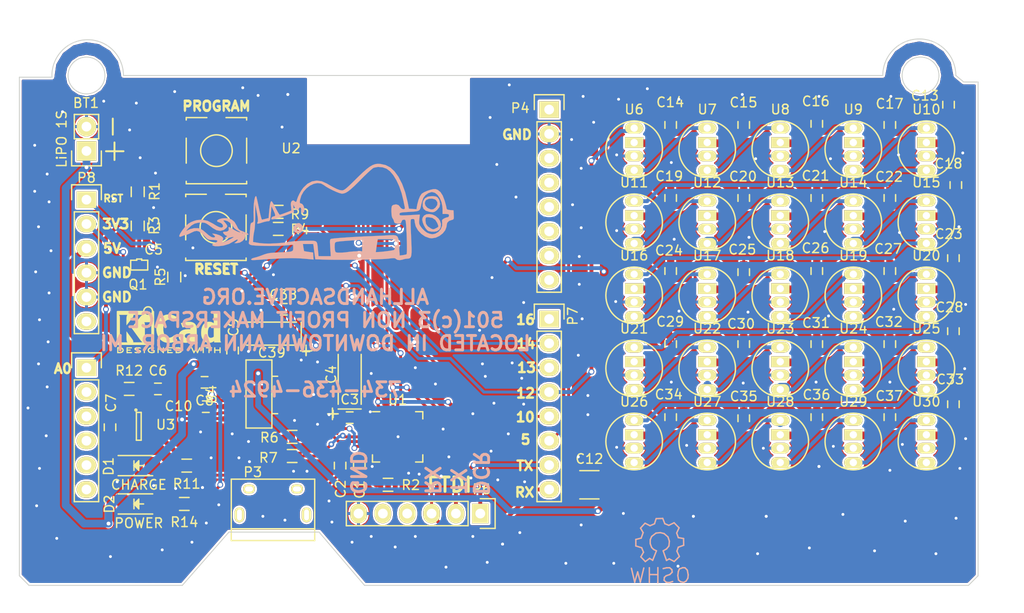
<source format=kicad_pcb>
(kicad_pcb (version 4) (host pcbnew no-vcs-found-product)

  (general
    (links 397)
    (no_connects 5)
    (area 87.5254 24.4348 194.335401 88.54212)
    (thickness 1.6)
    (drawings 41)
    (tracks 690)
    (zones 0)
    (modules 268)
    (nets 87)
  )

  (page A4)
  (layers
    (0 F.Cu signal)
    (31 B.Cu signal)
    (32 B.Adhes user)
    (33 F.Adhes user)
    (34 B.Paste user)
    (35 F.Paste user)
    (36 B.SilkS user)
    (37 F.SilkS user)
    (38 B.Mask user)
    (39 F.Mask user)
    (40 Dwgs.User user)
    (41 Cmts.User user)
    (42 Eco1.User user)
    (43 Eco2.User user)
    (44 Edge.Cuts user)
    (45 Margin user)
    (46 B.CrtYd user)
    (47 F.CrtYd user)
    (48 B.Fab user)
    (49 F.Fab user)
  )

  (setup
    (last_trace_width 0.3)
    (user_trace_width 0.2)
    (user_trace_width 0.3)
    (user_trace_width 0.4)
    (user_trace_width 0.5)
    (user_trace_width 0.6)
    (user_trace_width 0.8)
    (user_trace_width 1)
    (user_trace_width 1.2)
    (trace_clearance 0.1)
    (zone_clearance 0.1)
    (zone_45_only yes)
    (trace_min 0.16)
    (segment_width 0.2)
    (edge_width 0.1)
    (via_size 0.6)
    (via_drill 0.4)
    (via_min_size 0.3)
    (via_min_drill 0.3)
    (user_via 0.6 0.3)
    (user_via 0.8 0.4)
    (uvia_size 0.3)
    (uvia_drill 0.1)
    (uvias_allowed no)
    (uvia_min_size 0.2)
    (uvia_min_drill 0.1)
    (pcb_text_width 0.3)
    (pcb_text_size 1.5 1.5)
    (mod_edge_width 0.15)
    (mod_text_size 1 1)
    (mod_text_width 0.15)
    (pad_size 0.6 0.6)
    (pad_drill 0.3)
    (pad_to_mask_clearance 0)
    (aux_axis_origin 0 0)
    (grid_origin 96.5454 75.4888)
    (visible_elements FFFFFF7F)
    (pcbplotparams
      (layerselection 0x010fc_ffffffff)
      (usegerberextensions true)
      (excludeedgelayer true)
      (linewidth 0.100000)
      (plotframeref false)
      (viasonmask false)
      (mode 1)
      (useauxorigin false)
      (hpglpennumber 1)
      (hpglpenspeed 20)
      (hpglpendiameter 15)
      (psnegative false)
      (psa4output false)
      (plotreference true)
      (plotvalue false)
      (plotinvisibletext false)
      (padsonsilk false)
      (subtractmaskfromsilk false)
      (outputformat 1)
      (mirror false)
      (drillshape 0)
      (scaleselection 1)
      (outputdirectory /home/nristow/Dropbox/freelance/penguiconbadge/gerberfinal/))
  )

  (net 0 "")
  (net 1 +BATT)
  (net 2 GND)
  (net 3 /VIN)
  (net 4 /VDD)
  (net 5 "Net-(C3-Pad2)")
  (net 6 RESET)
  (net 7 +3V3)
  (net 8 "Net-(D1-Pad2)")
  (net 9 "Net-(D1-Pad1)")
  (net 10 "Net-(P3-Pad2)")
  (net 11 "Net-(P3-Pad3)")
  (net 12 "Net-(P3-Pad6)")
  (net 13 /TXD)
  (net 14 /RXD)
  (net 15 BATT_CHECK)
  (net 16 "Net-(Q1-Pad3)")
  (net 17 ADC)
  (net 18 /RST)
  (net 19 /D-)
  (net 20 /D+)
  (net 21 "Net-(R9-Pad1)")
  (net 22 "Net-(R12-Pad1)")
  (net 23 "Net-(SW2-Pad1)")
  (net 24 /GPIO16)
  (net 25 /GPIO14)
  (net 26 /GPIO12)
  (net 27 /GPIO13)
  (net 28 /GPIO5)
  (net 29 "Net-(U10-Pad1)")
  (net 30 "Net-(U6-Pad4)")
  (net 31 "Net-(U7-Pad4)")
  (net 32 "Net-(U8-Pad4)")
  (net 33 "Net-(U10-Pad4)")
  (net 34 "Net-(U11-Pad4)")
  (net 35 "Net-(U12-Pad4)")
  (net 36 "Net-(U13-Pad4)")
  (net 37 "Net-(U14-Pad4)")
  (net 38 "Net-(U15-Pad4)")
  (net 39 "Net-(U16-Pad4)")
  (net 40 "Net-(U17-Pad4)")
  (net 41 "Net-(U18-Pad4)")
  (net 42 "Net-(U19-Pad4)")
  (net 43 "Net-(U20-Pad4)")
  (net 44 "Net-(U21-Pad4)")
  (net 45 "Net-(U22-Pad4)")
  (net 46 "Net-(U23-Pad4)")
  (net 47 "Net-(U24-Pad4)")
  (net 48 "Net-(U25-Pad4)")
  (net 49 "Net-(U26-Pad4)")
  (net 50 "Net-(U27-Pad4)")
  (net 51 "Net-(U28-Pad4)")
  (net 52 "Net-(U29-Pad4)")
  (net 53 "Net-(D2-Pad2)")
  (net 54 "Net-(U30-Pad4)")
  (net 55 "Net-(C5-Pad2)")
  (net 56 "Net-(P7-Pad1)")
  (net 57 "Net-(P4-Pad1)")
  (net 58 "Net-(P4-Pad3)")
  (net 59 "Net-(P4-Pad4)")
  (net 60 "Net-(P4-Pad5)")
  (net 61 "Net-(P4-Pad6)")
  (net 62 "Net-(P4-Pad7)")
  (net 63 "Net-(P4-Pad8)")
  (net 64 "Net-(P5-Pad6)")
  (net 65 "Net-(P8-Pad2)")
  (net 66 "Net-(P8-Pad3)")
  (net 67 "Net-(P8-Pad4)")
  (net 68 "Net-(P8-Pad5)")
  (net 69 "Net-(P8-Pad6)")
  (net 70 "Net-(P6-Pad4)")
  (net 71 "Net-(P6-Pad5)")
  (net 72 "Net-(U1-Pad1)")
  (net 73 "Net-(U1-Pad2)")
  (net 74 "Net-(U1-Pad11)")
  (net 75 "Net-(U1-Pad12)")
  (net 76 "Net-(U1-Pad23)")
  (net 77 "Net-(U1-Pad24)")
  (net 78 "Net-(U1-Pad27)")
  (net 79 "Net-(U2-Pad9)")
  (net 80 "Net-(U2-Pad10)")
  (net 81 "Net-(U2-Pad11)")
  (net 82 "Net-(U2-Pad12)")
  (net 83 "Net-(U2-Pad13)")
  (net 84 "Net-(U2-Pad14)")
  (net 85 "Net-(P3-Pad4)")
  (net 86 "Net-(C10-Pad1)")

  (net_class Default "This is the default net class."
    (clearance 0.1)
    (trace_width 0.3)
    (via_dia 0.6)
    (via_drill 0.4)
    (uvia_dia 0.3)
    (uvia_drill 0.1)
    (add_net +3V3)
    (add_net +BATT)
    (add_net /D+)
    (add_net /D-)
    (add_net /GPIO12)
    (add_net /GPIO13)
    (add_net /GPIO14)
    (add_net /GPIO16)
    (add_net /GPIO5)
    (add_net /RST)
    (add_net /RXD)
    (add_net /TXD)
    (add_net /VDD)
    (add_net /VIN)
    (add_net ADC)
    (add_net BATT_CHECK)
    (add_net GND)
    (add_net "Net-(C10-Pad1)")
    (add_net "Net-(C3-Pad2)")
    (add_net "Net-(C5-Pad2)")
    (add_net "Net-(D1-Pad1)")
    (add_net "Net-(D1-Pad2)")
    (add_net "Net-(D2-Pad2)")
    (add_net "Net-(P3-Pad2)")
    (add_net "Net-(P3-Pad3)")
    (add_net "Net-(P3-Pad4)")
    (add_net "Net-(P3-Pad6)")
    (add_net "Net-(P4-Pad1)")
    (add_net "Net-(P4-Pad3)")
    (add_net "Net-(P4-Pad4)")
    (add_net "Net-(P4-Pad5)")
    (add_net "Net-(P4-Pad6)")
    (add_net "Net-(P4-Pad7)")
    (add_net "Net-(P4-Pad8)")
    (add_net "Net-(P5-Pad6)")
    (add_net "Net-(P6-Pad4)")
    (add_net "Net-(P6-Pad5)")
    (add_net "Net-(P7-Pad1)")
    (add_net "Net-(P8-Pad2)")
    (add_net "Net-(P8-Pad3)")
    (add_net "Net-(P8-Pad4)")
    (add_net "Net-(P8-Pad5)")
    (add_net "Net-(P8-Pad6)")
    (add_net "Net-(Q1-Pad3)")
    (add_net "Net-(R12-Pad1)")
    (add_net "Net-(R9-Pad1)")
    (add_net "Net-(SW2-Pad1)")
    (add_net "Net-(U1-Pad1)")
    (add_net "Net-(U1-Pad11)")
    (add_net "Net-(U1-Pad12)")
    (add_net "Net-(U1-Pad2)")
    (add_net "Net-(U1-Pad23)")
    (add_net "Net-(U1-Pad24)")
    (add_net "Net-(U1-Pad27)")
    (add_net "Net-(U10-Pad1)")
    (add_net "Net-(U10-Pad4)")
    (add_net "Net-(U11-Pad4)")
    (add_net "Net-(U12-Pad4)")
    (add_net "Net-(U13-Pad4)")
    (add_net "Net-(U14-Pad4)")
    (add_net "Net-(U15-Pad4)")
    (add_net "Net-(U16-Pad4)")
    (add_net "Net-(U17-Pad4)")
    (add_net "Net-(U18-Pad4)")
    (add_net "Net-(U19-Pad4)")
    (add_net "Net-(U2-Pad10)")
    (add_net "Net-(U2-Pad11)")
    (add_net "Net-(U2-Pad12)")
    (add_net "Net-(U2-Pad13)")
    (add_net "Net-(U2-Pad14)")
    (add_net "Net-(U2-Pad9)")
    (add_net "Net-(U20-Pad4)")
    (add_net "Net-(U21-Pad4)")
    (add_net "Net-(U22-Pad4)")
    (add_net "Net-(U23-Pad4)")
    (add_net "Net-(U24-Pad4)")
    (add_net "Net-(U25-Pad4)")
    (add_net "Net-(U26-Pad4)")
    (add_net "Net-(U27-Pad4)")
    (add_net "Net-(U28-Pad4)")
    (add_net "Net-(U29-Pad4)")
    (add_net "Net-(U30-Pad4)")
    (add_net "Net-(U6-Pad4)")
    (add_net "Net-(U7-Pad4)")
    (add_net "Net-(U8-Pad4)")
    (add_net RESET)
  )

  (module penguiconbadge:via (layer F.Cu) (tedit 57102814) (tstamp 5710422B)
    (at 147.8454 61.4888)
    (fp_text reference REF** (at 0.1 -3.9) (layer F.SilkS) hide
      (effects (font (size 1 1) (thickness 0.15)))
    )
    (fp_text value via (at 0.1 3.9) (layer F.Fab) hide
      (effects (font (size 1 1) (thickness 0.15)))
    )
    (pad 1 thru_hole circle (at 0 0) (size 0.6 0.6) (drill 0.3) (layers *.Cu *.Mask)
      (net 2 GND) (zone_connect 2))
  )

  (module penguiconbadge:via (layer F.Cu) (tedit 57102814) (tstamp 57104227)
    (at 148.2454 57.6888)
    (fp_text reference REF** (at 0.1 -3.9) (layer F.SilkS) hide
      (effects (font (size 1 1) (thickness 0.15)))
    )
    (fp_text value via (at 0.1 3.9) (layer F.Fab) hide
      (effects (font (size 1 1) (thickness 0.15)))
    )
    (pad 1 thru_hole circle (at 0 0) (size 0.6 0.6) (drill 0.3) (layers *.Cu *.Mask)
      (net 2 GND) (zone_connect 2))
  )

  (module penguiconbadge:via (layer F.Cu) (tedit 57102814) (tstamp 57104223)
    (at 147.9454 54.0888)
    (fp_text reference REF** (at 0.1 -3.9) (layer F.SilkS) hide
      (effects (font (size 1 1) (thickness 0.15)))
    )
    (fp_text value via (at 0.1 3.9) (layer F.Fab) hide
      (effects (font (size 1 1) (thickness 0.15)))
    )
    (pad 1 thru_hole circle (at 0 0) (size 0.6 0.6) (drill 0.3) (layers *.Cu *.Mask)
      (net 2 GND) (zone_connect 2))
  )

  (module penguiconbadge:via (layer F.Cu) (tedit 57102814) (tstamp 5710421F)
    (at 147.9454 51.1888)
    (fp_text reference REF** (at 0.1 -3.9) (layer F.SilkS) hide
      (effects (font (size 1 1) (thickness 0.15)))
    )
    (fp_text value via (at 0.1 3.9) (layer F.Fab) hide
      (effects (font (size 1 1) (thickness 0.15)))
    )
    (pad 1 thru_hole circle (at 0 0) (size 0.6 0.6) (drill 0.3) (layers *.Cu *.Mask)
      (net 2 GND) (zone_connect 2))
  )

  (module penguiconbadge:via (layer F.Cu) (tedit 57102814) (tstamp 5710421B)
    (at 148.1454 48.1888)
    (fp_text reference REF** (at 0.1 -3.9) (layer F.SilkS) hide
      (effects (font (size 1 1) (thickness 0.15)))
    )
    (fp_text value via (at 0.1 3.9) (layer F.Fab) hide
      (effects (font (size 1 1) (thickness 0.15)))
    )
    (pad 1 thru_hole circle (at 0 0) (size 0.6 0.6) (drill 0.3) (layers *.Cu *.Mask)
      (net 2 GND) (zone_connect 2))
  )

  (module penguiconbadge:via (layer F.Cu) (tedit 57102814) (tstamp 57104217)
    (at 147.2454 45.7888)
    (fp_text reference REF** (at 0.1 -3.9) (layer F.SilkS) hide
      (effects (font (size 1 1) (thickness 0.15)))
    )
    (fp_text value via (at 0.1 3.9) (layer F.Fab) hide
      (effects (font (size 1 1) (thickness 0.15)))
    )
    (pad 1 thru_hole circle (at 0 0) (size 0.6 0.6) (drill 0.3) (layers *.Cu *.Mask)
      (net 2 GND) (zone_connect 2))
  )

  (module penguiconbadge:via (layer F.Cu) (tedit 57102814) (tstamp 57104213)
    (at 148.1454 41.9888)
    (fp_text reference REF** (at 0.1 -3.9) (layer F.SilkS) hide
      (effects (font (size 1 1) (thickness 0.15)))
    )
    (fp_text value via (at 0.1 3.9) (layer F.Fab) hide
      (effects (font (size 1 1) (thickness 0.15)))
    )
    (pad 1 thru_hole circle (at 0 0) (size 0.6 0.6) (drill 0.3) (layers *.Cu *.Mask)
      (net 2 GND) (zone_connect 2))
  )

  (module penguiconbadge:via (layer F.Cu) (tedit 57102814) (tstamp 5710420F)
    (at 147.1454 38.9888)
    (fp_text reference REF** (at 0.1 -3.9) (layer F.SilkS) hide
      (effects (font (size 1 1) (thickness 0.15)))
    )
    (fp_text value via (at 0.1 3.9) (layer F.Fab) hide
      (effects (font (size 1 1) (thickness 0.15)))
    )
    (pad 1 thru_hole circle (at 0 0) (size 0.6 0.6) (drill 0.3) (layers *.Cu *.Mask)
      (net 2 GND) (zone_connect 2))
  )

  (module penguiconbadge:via (layer F.Cu) (tedit 57102814) (tstamp 5710420B)
    (at 149.4454 37.1888)
    (fp_text reference REF** (at 0.1 -3.9) (layer F.SilkS) hide
      (effects (font (size 1 1) (thickness 0.15)))
    )
    (fp_text value via (at 0.1 3.9) (layer F.Fab) hide
      (effects (font (size 1 1) (thickness 0.15)))
    )
    (pad 1 thru_hole circle (at 0 0) (size 0.6 0.6) (drill 0.3) (layers *.Cu *.Mask)
      (net 2 GND) (zone_connect 2))
  )

  (module penguiconbadge:via (layer F.Cu) (tedit 57102814) (tstamp 57104207)
    (at 148.3454 34.4888)
    (fp_text reference REF** (at 0.1 -3.9) (layer F.SilkS) hide
      (effects (font (size 1 1) (thickness 0.15)))
    )
    (fp_text value via (at 0.1 3.9) (layer F.Fab) hide
      (effects (font (size 1 1) (thickness 0.15)))
    )
    (pad 1 thru_hole circle (at 0 0) (size 0.6 0.6) (drill 0.3) (layers *.Cu *.Mask)
      (net 2 GND) (zone_connect 2))
  )

  (module penguiconbadge:via (layer F.Cu) (tedit 57102814) (tstamp 57104203)
    (at 152.0454 34.7888)
    (fp_text reference REF** (at 0.1 -3.9) (layer F.SilkS) hide
      (effects (font (size 1 1) (thickness 0.15)))
    )
    (fp_text value via (at 0.1 3.9) (layer F.Fab) hide
      (effects (font (size 1 1) (thickness 0.15)))
    )
    (pad 1 thru_hole circle (at 0 0) (size 0.6 0.6) (drill 0.3) (layers *.Cu *.Mask)
      (net 2 GND) (zone_connect 2))
  )

  (module penguiconbadge:via (layer F.Cu) (tedit 57102814) (tstamp 571041FF)
    (at 155.0454 33.6888)
    (fp_text reference REF** (at 0.1 -3.9) (layer F.SilkS) hide
      (effects (font (size 1 1) (thickness 0.15)))
    )
    (fp_text value via (at 0.1 3.9) (layer F.Fab) hide
      (effects (font (size 1 1) (thickness 0.15)))
    )
    (pad 1 thru_hole circle (at 0 0) (size 0.6 0.6) (drill 0.3) (layers *.Cu *.Mask)
      (net 2 GND) (zone_connect 2))
  )

  (module penguiconbadge:via (layer F.Cu) (tedit 57102814) (tstamp 571041FB)
    (at 158.3454 34.7888)
    (fp_text reference REF** (at 0.1 -3.9) (layer F.SilkS) hide
      (effects (font (size 1 1) (thickness 0.15)))
    )
    (fp_text value via (at 0.1 3.9) (layer F.Fab) hide
      (effects (font (size 1 1) (thickness 0.15)))
    )
    (pad 1 thru_hole circle (at 0 0) (size 0.6 0.6) (drill 0.3) (layers *.Cu *.Mask)
      (net 2 GND) (zone_connect 2))
  )

  (module penguiconbadge:via (layer F.Cu) (tedit 57102814) (tstamp 571041F7)
    (at 164.9454 34.2888)
    (fp_text reference REF** (at 0.1 -3.9) (layer F.SilkS) hide
      (effects (font (size 1 1) (thickness 0.15)))
    )
    (fp_text value via (at 0.1 3.9) (layer F.Fab) hide
      (effects (font (size 1 1) (thickness 0.15)))
    )
    (pad 1 thru_hole circle (at 0 0) (size 0.6 0.6) (drill 0.3) (layers *.Cu *.Mask)
      (net 2 GND) (zone_connect 2))
  )

  (module penguiconbadge:via (layer F.Cu) (tedit 57102814) (tstamp 571041F3)
    (at 172.9454 34.4888)
    (fp_text reference REF** (at 0.1 -3.9) (layer F.SilkS) hide
      (effects (font (size 1 1) (thickness 0.15)))
    )
    (fp_text value via (at 0.1 3.9) (layer F.Fab) hide
      (effects (font (size 1 1) (thickness 0.15)))
    )
    (pad 1 thru_hole circle (at 0 0) (size 0.6 0.6) (drill 0.3) (layers *.Cu *.Mask)
      (net 2 GND) (zone_connect 2))
  )

  (module penguiconbadge:via (layer F.Cu) (tedit 57102814) (tstamp 571041EB)
    (at 180.4454 34.4888)
    (fp_text reference REF** (at 0.1 -3.9) (layer F.SilkS) hide
      (effects (font (size 1 1) (thickness 0.15)))
    )
    (fp_text value via (at 0.1 3.9) (layer F.Fab) hide
      (effects (font (size 1 1) (thickness 0.15)))
    )
    (pad 1 thru_hole circle (at 0 0) (size 0.6 0.6) (drill 0.3) (layers *.Cu *.Mask)
      (net 2 GND) (zone_connect 2))
  )

  (module penguiconbadge:via (layer F.Cu) (tedit 57102814) (tstamp 571041E7)
    (at 187.9454 40.3888)
    (fp_text reference REF** (at 0.1 -3.9) (layer F.SilkS) hide
      (effects (font (size 1 1) (thickness 0.15)))
    )
    (fp_text value via (at 0.1 3.9) (layer F.Fab) hide
      (effects (font (size 1 1) (thickness 0.15)))
    )
    (pad 1 thru_hole circle (at 0 0) (size 0.6 0.6) (drill 0.3) (layers *.Cu *.Mask)
      (net 2 GND) (zone_connect 2))
  )

  (module penguiconbadge:via (layer F.Cu) (tedit 57102814) (tstamp 571041E3)
    (at 181.2454 40.5888)
    (fp_text reference REF** (at 0.1 -3.9) (layer F.SilkS) hide
      (effects (font (size 1 1) (thickness 0.15)))
    )
    (fp_text value via (at 0.1 3.9) (layer F.Fab) hide
      (effects (font (size 1 1) (thickness 0.15)))
    )
    (pad 1 thru_hole circle (at 0 0) (size 0.6 0.6) (drill 0.3) (layers *.Cu *.Mask)
      (net 2 GND) (zone_connect 2))
  )

  (module penguiconbadge:via (layer F.Cu) (tedit 57102814) (tstamp 571041DF)
    (at 174.1454 40.9888)
    (fp_text reference REF** (at 0.1 -3.9) (layer F.SilkS) hide
      (effects (font (size 1 1) (thickness 0.15)))
    )
    (fp_text value via (at 0.1 3.9) (layer F.Fab) hide
      (effects (font (size 1 1) (thickness 0.15)))
    )
    (pad 1 thru_hole circle (at 0 0) (size 0.6 0.6) (drill 0.3) (layers *.Cu *.Mask)
      (net 2 GND) (zone_connect 2))
  )

  (module penguiconbadge:via (layer F.Cu) (tedit 57102814) (tstamp 571041DB)
    (at 166.3454 40.9888)
    (fp_text reference REF** (at 0.1 -3.9) (layer F.SilkS) hide
      (effects (font (size 1 1) (thickness 0.15)))
    )
    (fp_text value via (at 0.1 3.9) (layer F.Fab) hide
      (effects (font (size 1 1) (thickness 0.15)))
    )
    (pad 1 thru_hole circle (at 0 0) (size 0.6 0.6) (drill 0.3) (layers *.Cu *.Mask)
      (net 2 GND) (zone_connect 2))
  )

  (module penguiconbadge:via (layer F.Cu) (tedit 57102814) (tstamp 571041D7)
    (at 151.8454 40.5888)
    (fp_text reference REF** (at 0.1 -3.9) (layer F.SilkS) hide
      (effects (font (size 1 1) (thickness 0.15)))
    )
    (fp_text value via (at 0.1 3.9) (layer F.Fab) hide
      (effects (font (size 1 1) (thickness 0.15)))
    )
    (pad 1 thru_hole circle (at 0 0) (size 0.6 0.6) (drill 0.3) (layers *.Cu *.Mask)
      (net 2 GND) (zone_connect 2))
  )

  (module penguiconbadge:via (layer F.Cu) (tedit 57102814) (tstamp 571041D3)
    (at 157.5454 41.3888)
    (fp_text reference REF** (at 0.1 -3.9) (layer F.SilkS) hide
      (effects (font (size 1 1) (thickness 0.15)))
    )
    (fp_text value via (at 0.1 3.9) (layer F.Fab) hide
      (effects (font (size 1 1) (thickness 0.15)))
    )
    (pad 1 thru_hole circle (at 0 0) (size 0.6 0.6) (drill 0.3) (layers *.Cu *.Mask)
      (net 2 GND) (zone_connect 2))
  )

  (module penguiconbadge:via (layer F.Cu) (tedit 57102814) (tstamp 571041CF)
    (at 151.8454 48.4888)
    (fp_text reference REF** (at 0.1 -3.9) (layer F.SilkS) hide
      (effects (font (size 1 1) (thickness 0.15)))
    )
    (fp_text value via (at 0.1 3.9) (layer F.Fab) hide
      (effects (font (size 1 1) (thickness 0.15)))
    )
    (pad 1 thru_hole circle (at 0 0) (size 0.6 0.6) (drill 0.3) (layers *.Cu *.Mask)
      (net 2 GND) (zone_connect 2))
  )

  (module penguiconbadge:via (layer F.Cu) (tedit 57102814) (tstamp 571041CB)
    (at 187.5454 48.0888)
    (fp_text reference REF** (at 0.1 -3.9) (layer F.SilkS) hide
      (effects (font (size 1 1) (thickness 0.15)))
    )
    (fp_text value via (at 0.1 3.9) (layer F.Fab) hide
      (effects (font (size 1 1) (thickness 0.15)))
    )
    (pad 1 thru_hole circle (at 0 0) (size 0.6 0.6) (drill 0.3) (layers *.Cu *.Mask)
      (net 2 GND) (zone_connect 2))
  )

  (module penguiconbadge:via (layer F.Cu) (tedit 57102814) (tstamp 571041C7)
    (at 181.3454 48.6888)
    (fp_text reference REF** (at 0.1 -3.9) (layer F.SilkS) hide
      (effects (font (size 1 1) (thickness 0.15)))
    )
    (fp_text value via (at 0.1 3.9) (layer F.Fab) hide
      (effects (font (size 1 1) (thickness 0.15)))
    )
    (pad 1 thru_hole circle (at 0 0) (size 0.6 0.6) (drill 0.3) (layers *.Cu *.Mask)
      (net 2 GND) (zone_connect 2))
  )

  (module penguiconbadge:via (layer F.Cu) (tedit 57102814) (tstamp 571041C3)
    (at 173.5454 48.5888)
    (fp_text reference REF** (at 0.1 -3.9) (layer F.SilkS) hide
      (effects (font (size 1 1) (thickness 0.15)))
    )
    (fp_text value via (at 0.1 3.9) (layer F.Fab) hide
      (effects (font (size 1 1) (thickness 0.15)))
    )
    (pad 1 thru_hole circle (at 0 0) (size 0.6 0.6) (drill 0.3) (layers *.Cu *.Mask)
      (net 2 GND) (zone_connect 2))
  )

  (module penguiconbadge:via (layer F.Cu) (tedit 57102814) (tstamp 571041BF)
    (at 165.6454 49.1888)
    (fp_text reference REF** (at 0.1 -3.9) (layer F.SilkS) hide
      (effects (font (size 1 1) (thickness 0.15)))
    )
    (fp_text value via (at 0.1 3.9) (layer F.Fab) hide
      (effects (font (size 1 1) (thickness 0.15)))
    )
    (pad 1 thru_hole circle (at 0 0) (size 0.6 0.6) (drill 0.3) (layers *.Cu *.Mask)
      (net 2 GND) (zone_connect 2))
  )

  (module penguiconbadge:via (layer F.Cu) (tedit 57102814) (tstamp 571041BB)
    (at 157.8454 49.3888)
    (fp_text reference REF** (at 0.1 -3.9) (layer F.SilkS) hide
      (effects (font (size 1 1) (thickness 0.15)))
    )
    (fp_text value via (at 0.1 3.9) (layer F.Fab) hide
      (effects (font (size 1 1) (thickness 0.15)))
    )
    (pad 1 thru_hole circle (at 0 0) (size 0.6 0.6) (drill 0.3) (layers *.Cu *.Mask)
      (net 2 GND) (zone_connect 2))
  )

  (module penguiconbadge:via (layer F.Cu) (tedit 57102814) (tstamp 571041B7)
    (at 151.7454 55.8888)
    (fp_text reference REF** (at 0.1 -3.9) (layer F.SilkS) hide
      (effects (font (size 1 1) (thickness 0.15)))
    )
    (fp_text value via (at 0.1 3.9) (layer F.Fab) hide
      (effects (font (size 1 1) (thickness 0.15)))
    )
    (pad 1 thru_hole circle (at 0 0) (size 0.6 0.6) (drill 0.3) (layers *.Cu *.Mask)
      (net 2 GND) (zone_connect 2))
  )

  (module penguiconbadge:via (layer F.Cu) (tedit 57102814) (tstamp 571041B3)
    (at 158.3454 56.8888)
    (fp_text reference REF** (at 0.1 -3.9) (layer F.SilkS) hide
      (effects (font (size 1 1) (thickness 0.15)))
    )
    (fp_text value via (at 0.1 3.9) (layer F.Fab) hide
      (effects (font (size 1 1) (thickness 0.15)))
    )
    (pad 1 thru_hole circle (at 0 0) (size 0.6 0.6) (drill 0.3) (layers *.Cu *.Mask)
      (net 2 GND) (zone_connect 2))
  )

  (module penguiconbadge:via (layer F.Cu) (tedit 57102814) (tstamp 571041AF)
    (at 165.5454 56.9888)
    (fp_text reference REF** (at 0.1 -3.9) (layer F.SilkS) hide
      (effects (font (size 1 1) (thickness 0.15)))
    )
    (fp_text value via (at 0.1 3.9) (layer F.Fab) hide
      (effects (font (size 1 1) (thickness 0.15)))
    )
    (pad 1 thru_hole circle (at 0 0) (size 0.6 0.6) (drill 0.3) (layers *.Cu *.Mask)
      (net 2 GND) (zone_connect 2))
  )

  (module penguiconbadge:via (layer F.Cu) (tedit 57102814) (tstamp 571041AB)
    (at 173.9454 57.3888)
    (fp_text reference REF** (at 0.1 -3.9) (layer F.SilkS) hide
      (effects (font (size 1 1) (thickness 0.15)))
    )
    (fp_text value via (at 0.1 3.9) (layer F.Fab) hide
      (effects (font (size 1 1) (thickness 0.15)))
    )
    (pad 1 thru_hole circle (at 0 0) (size 0.6 0.6) (drill 0.3) (layers *.Cu *.Mask)
      (net 2 GND) (zone_connect 2))
  )

  (module penguiconbadge:via (layer F.Cu) (tedit 57102814) (tstamp 571041A7)
    (at 180.7454 56.6888)
    (fp_text reference REF** (at 0.1 -3.9) (layer F.SilkS) hide
      (effects (font (size 1 1) (thickness 0.15)))
    )
    (fp_text value via (at 0.1 3.9) (layer F.Fab) hide
      (effects (font (size 1 1) (thickness 0.15)))
    )
    (pad 1 thru_hole circle (at 0 0) (size 0.6 0.6) (drill 0.3) (layers *.Cu *.Mask)
      (net 2 GND) (zone_connect 2))
  )

  (module penguiconbadge:via (layer F.Cu) (tedit 57102814) (tstamp 571041A3)
    (at 188.2454 56.1888)
    (fp_text reference REF** (at 0.1 -3.9) (layer F.SilkS) hide
      (effects (font (size 1 1) (thickness 0.15)))
    )
    (fp_text value via (at 0.1 3.9) (layer F.Fab) hide
      (effects (font (size 1 1) (thickness 0.15)))
    )
    (pad 1 thru_hole circle (at 0 0) (size 0.6 0.6) (drill 0.3) (layers *.Cu *.Mask)
      (net 2 GND) (zone_connect 2))
  )

  (module penguiconbadge:via (layer F.Cu) (tedit 57102814) (tstamp 5710419F)
    (at 188.1454 62.8888)
    (fp_text reference REF** (at 0.1 -3.9) (layer F.SilkS) hide
      (effects (font (size 1 1) (thickness 0.15)))
    )
    (fp_text value via (at 0.1 3.9) (layer F.Fab) hide
      (effects (font (size 1 1) (thickness 0.15)))
    )
    (pad 1 thru_hole circle (at 0 0) (size 0.6 0.6) (drill 0.3) (layers *.Cu *.Mask)
      (net 2 GND) (zone_connect 2))
  )

  (module penguiconbadge:via (layer F.Cu) (tedit 57102814) (tstamp 5710419B)
    (at 180.3454 64.2888)
    (fp_text reference REF** (at 0.1 -3.9) (layer F.SilkS) hide
      (effects (font (size 1 1) (thickness 0.15)))
    )
    (fp_text value via (at 0.1 3.9) (layer F.Fab) hide
      (effects (font (size 1 1) (thickness 0.15)))
    )
    (pad 1 thru_hole circle (at 0 0) (size 0.6 0.6) (drill 0.3) (layers *.Cu *.Mask)
      (net 2 GND) (zone_connect 2))
  )

  (module penguiconbadge:via (layer F.Cu) (tedit 57102814) (tstamp 57104197)
    (at 172.6454 64.2888)
    (fp_text reference REF** (at 0.1 -3.9) (layer F.SilkS) hide
      (effects (font (size 1 1) (thickness 0.15)))
    )
    (fp_text value via (at 0.1 3.9) (layer F.Fab) hide
      (effects (font (size 1 1) (thickness 0.15)))
    )
    (pad 1 thru_hole circle (at 0 0) (size 0.6 0.6) (drill 0.3) (layers *.Cu *.Mask)
      (net 2 GND) (zone_connect 2))
  )

  (module penguiconbadge:via (layer F.Cu) (tedit 57102814) (tstamp 57104193)
    (at 165.0454 64.3888)
    (fp_text reference REF** (at 0.1 -3.9) (layer F.SilkS) hide
      (effects (font (size 1 1) (thickness 0.15)))
    )
    (fp_text value via (at 0.1 3.9) (layer F.Fab) hide
      (effects (font (size 1 1) (thickness 0.15)))
    )
    (pad 1 thru_hole circle (at 0 0) (size 0.6 0.6) (drill 0.3) (layers *.Cu *.Mask)
      (net 2 GND) (zone_connect 2))
  )

  (module penguiconbadge:via (layer F.Cu) (tedit 57102814) (tstamp 5710418F)
    (at 157.5454 64.2888)
    (fp_text reference REF** (at 0.1 -3.9) (layer F.SilkS) hide
      (effects (font (size 1 1) (thickness 0.15)))
    )
    (fp_text value via (at 0.1 3.9) (layer F.Fab) hide
      (effects (font (size 1 1) (thickness 0.15)))
    )
    (pad 1 thru_hole circle (at 0 0) (size 0.6 0.6) (drill 0.3) (layers *.Cu *.Mask)
      (net 2 GND) (zone_connect 2))
  )

  (module penguiconbadge:via (layer F.Cu) (tedit 57102814) (tstamp 5710418B)
    (at 116.9454 37.6888)
    (fp_text reference REF** (at 0.1 -3.9) (layer F.SilkS) hide
      (effects (font (size 1 1) (thickness 0.15)))
    )
    (fp_text value via (at 0.1 3.9) (layer F.Fab) hide
      (effects (font (size 1 1) (thickness 0.15)))
    )
    (pad 1 thru_hole circle (at 0 0) (size 0.6 0.6) (drill 0.3) (layers *.Cu *.Mask)
      (net 2 GND) (zone_connect 2))
  )

  (module penguiconbadge:via (layer F.Cu) (tedit 57102814) (tstamp 57104187)
    (at 105.7454 33.9888)
    (fp_text reference REF** (at 0.1 -3.9) (layer F.SilkS) hide
      (effects (font (size 1 1) (thickness 0.15)))
    )
    (fp_text value via (at 0.1 3.9) (layer F.Fab) hide
      (effects (font (size 1 1) (thickness 0.15)))
    )
    (pad 1 thru_hole circle (at 0 0) (size 0.6 0.6) (drill 0.3) (layers *.Cu *.Mask)
      (net 2 GND) (zone_connect 2))
  )

  (module penguiconbadge:via (layer F.Cu) (tedit 57102814) (tstamp 57104183)
    (at 112.8454 33.5888)
    (fp_text reference REF** (at 0.1 -3.9) (layer F.SilkS) hide
      (effects (font (size 1 1) (thickness 0.15)))
    )
    (fp_text value via (at 0.1 3.9) (layer F.Fab) hide
      (effects (font (size 1 1) (thickness 0.15)))
    )
    (pad 1 thru_hole circle (at 0 0) (size 0.6 0.6) (drill 0.3) (layers *.Cu *.Mask)
      (net 2 GND) (zone_connect 2))
  )

  (module penguiconbadge:via (layer F.Cu) (tedit 57102814) (tstamp 5710417F)
    (at 114.4454 34.3888)
    (fp_text reference REF** (at 0.1 -3.9) (layer F.SilkS) hide
      (effects (font (size 1 1) (thickness 0.15)))
    )
    (fp_text value via (at 0.1 3.9) (layer F.Fab) hide
      (effects (font (size 1 1) (thickness 0.15)))
    )
    (pad 1 thru_hole circle (at 0 0) (size 0.6 0.6) (drill 0.3) (layers *.Cu *.Mask)
      (net 2 GND) (zone_connect 2))
  )

  (module penguiconbadge:via (layer F.Cu) (tedit 57102814) (tstamp 5710417A)
    (at 117.5454 34.2888)
    (fp_text reference REF** (at 0.1 -3.9) (layer F.SilkS) hide
      (effects (font (size 1 1) (thickness 0.15)))
    )
    (fp_text value via (at 0.1 3.9) (layer F.Fab) hide
      (effects (font (size 1 1) (thickness 0.15)))
    )
    (pad 1 thru_hole circle (at 0 0) (size 0.6 0.6) (drill 0.3) (layers *.Cu *.Mask)
      (net 2 GND) (zone_connect 2))
  )

  (module penguiconbadge:via (layer F.Cu) (tedit 57102814) (tstamp 57104176)
    (at 117.5454 34.2888)
    (fp_text reference REF** (at 0.1 -3.9) (layer F.SilkS) hide
      (effects (font (size 1 1) (thickness 0.15)))
    )
    (fp_text value via (at 0.1 3.9) (layer F.Fab) hide
      (effects (font (size 1 1) (thickness 0.15)))
    )
    (pad 1 thru_hole circle (at 0 0) (size 0.6 0.6) (drill 0.3) (layers *.Cu *.Mask)
      (net 2 GND) (zone_connect 2))
  )

  (module penguiconbadge:via (layer F.Cu) (tedit 57102814) (tstamp 57104172)
    (at 140.6454 33.2888)
    (fp_text reference REF** (at 0.1 -3.9) (layer F.SilkS) hide
      (effects (font (size 1 1) (thickness 0.15)))
    )
    (fp_text value via (at 0.1 3.9) (layer F.Fab) hide
      (effects (font (size 1 1) (thickness 0.15)))
    )
    (pad 1 thru_hole circle (at 0 0) (size 0.6 0.6) (drill 0.3) (layers *.Cu *.Mask)
      (net 2 GND) (zone_connect 2))
  )

  (module penguiconbadge:via (layer F.Cu) (tedit 57102814) (tstamp 5710416E)
    (at 138.6454 36.6888)
    (fp_text reference REF** (at 0.1 -3.9) (layer F.SilkS) hide
      (effects (font (size 1 1) (thickness 0.15)))
    )
    (fp_text value via (at 0.1 3.9) (layer F.Fab) hide
      (effects (font (size 1 1) (thickness 0.15)))
    )
    (pad 1 thru_hole circle (at 0 0) (size 0.6 0.6) (drill 0.3) (layers *.Cu *.Mask)
      (net 2 GND) (zone_connect 2))
  )

  (module penguiconbadge:via (layer F.Cu) (tedit 57102814) (tstamp 5710416A)
    (at 140.8454 38.8888)
    (fp_text reference REF** (at 0.1 -3.9) (layer F.SilkS) hide
      (effects (font (size 1 1) (thickness 0.15)))
    )
    (fp_text value via (at 0.1 3.9) (layer F.Fab) hide
      (effects (font (size 1 1) (thickness 0.15)))
    )
    (pad 1 thru_hole circle (at 0 0) (size 0.6 0.6) (drill 0.3) (layers *.Cu *.Mask)
      (net 2 GND) (zone_connect 2))
  )

  (module penguiconbadge:via (layer F.Cu) (tedit 57102814) (tstamp 57104166)
    (at 139.3454 41.5888)
    (fp_text reference REF** (at 0.1 -3.9) (layer F.SilkS) hide
      (effects (font (size 1 1) (thickness 0.15)))
    )
    (fp_text value via (at 0.1 3.9) (layer F.Fab) hide
      (effects (font (size 1 1) (thickness 0.15)))
    )
    (pad 1 thru_hole circle (at 0 0) (size 0.6 0.6) (drill 0.3) (layers *.Cu *.Mask)
      (net 2 GND) (zone_connect 2))
  )

  (module penguiconbadge:via (layer F.Cu) (tedit 57102814) (tstamp 57104162)
    (at 141.3454 44.9888)
    (fp_text reference REF** (at 0.1 -3.9) (layer F.SilkS) hide
      (effects (font (size 1 1) (thickness 0.15)))
    )
    (fp_text value via (at 0.1 3.9) (layer F.Fab) hide
      (effects (font (size 1 1) (thickness 0.15)))
    )
    (pad 1 thru_hole circle (at 0 0) (size 0.6 0.6) (drill 0.3) (layers *.Cu *.Mask)
      (net 2 GND) (zone_connect 2))
  )

  (module penguiconbadge:via (layer F.Cu) (tedit 57102814) (tstamp 57104157)
    (at 138.8454 53.3888)
    (fp_text reference REF** (at 0.1 -3.9) (layer F.SilkS) hide
      (effects (font (size 1 1) (thickness 0.15)))
    )
    (fp_text value via (at 0.1 3.9) (layer F.Fab) hide
      (effects (font (size 1 1) (thickness 0.15)))
    )
    (pad 1 thru_hole circle (at 0 0) (size 0.6 0.6) (drill 0.3) (layers *.Cu *.Mask)
      (net 2 GND) (zone_connect 2))
  )

  (module penguiconbadge:via (layer F.Cu) (tedit 57102814) (tstamp 57104153)
    (at 142.1454 55.9888)
    (fp_text reference REF** (at 0.1 -3.9) (layer F.SilkS) hide
      (effects (font (size 1 1) (thickness 0.15)))
    )
    (fp_text value via (at 0.1 3.9) (layer F.Fab) hide
      (effects (font (size 1 1) (thickness 0.15)))
    )
    (pad 1 thru_hole circle (at 0 0) (size 0.6 0.6) (drill 0.3) (layers *.Cu *.Mask)
      (net 2 GND) (zone_connect 2))
  )

  (module penguiconbadge:via (layer F.Cu) (tedit 57102814) (tstamp 5710414F)
    (at 137.5454 58.8888)
    (fp_text reference REF** (at 0.1 -3.9) (layer F.SilkS) hide
      (effects (font (size 1 1) (thickness 0.15)))
    )
    (fp_text value via (at 0.1 3.9) (layer F.Fab) hide
      (effects (font (size 1 1) (thickness 0.15)))
    )
    (pad 1 thru_hole circle (at 0 0) (size 0.6 0.6) (drill 0.3) (layers *.Cu *.Mask)
      (net 2 GND) (zone_connect 2))
  )

  (module penguiconbadge:via (layer F.Cu) (tedit 57102814) (tstamp 5710414B)
    (at 137.8454 62.3888)
    (fp_text reference REF** (at 0.1 -3.9) (layer F.SilkS) hide
      (effects (font (size 1 1) (thickness 0.15)))
    )
    (fp_text value via (at 0.1 3.9) (layer F.Fab) hide
      (effects (font (size 1 1) (thickness 0.15)))
    )
    (pad 1 thru_hole circle (at 0 0) (size 0.6 0.6) (drill 0.3) (layers *.Cu *.Mask)
      (net 2 GND) (zone_connect 2))
  )

  (module penguiconbadge:via (layer F.Cu) (tedit 57102814) (tstamp 57104147)
    (at 141.9454 63.8888)
    (fp_text reference REF** (at 0.1 -3.9) (layer F.SilkS) hide
      (effects (font (size 1 1) (thickness 0.15)))
    )
    (fp_text value via (at 0.1 3.9) (layer F.Fab) hide
      (effects (font (size 1 1) (thickness 0.15)))
    )
    (pad 1 thru_hole circle (at 0 0) (size 0.6 0.6) (drill 0.3) (layers *.Cu *.Mask)
      (net 2 GND) (zone_connect 2))
  )

  (module penguiconbadge:via (layer F.Cu) (tedit 57102814) (tstamp 57104143)
    (at 140.9454 62.2888)
    (fp_text reference REF** (at 0.1 -3.9) (layer F.SilkS) hide
      (effects (font (size 1 1) (thickness 0.15)))
    )
    (fp_text value via (at 0.1 3.9) (layer F.Fab) hide
      (effects (font (size 1 1) (thickness 0.15)))
    )
    (pad 1 thru_hole circle (at 0 0) (size 0.6 0.6) (drill 0.3) (layers *.Cu *.Mask)
      (net 2 GND) (zone_connect 2))
  )

  (module penguiconbadge:via (layer F.Cu) (tedit 57102814) (tstamp 5710413F)
    (at 138.1454 63.6888)
    (fp_text reference REF** (at 0.1 -3.9) (layer F.SilkS) hide
      (effects (font (size 1 1) (thickness 0.15)))
    )
    (fp_text value via (at 0.1 3.9) (layer F.Fab) hide
      (effects (font (size 1 1) (thickness 0.15)))
    )
    (pad 1 thru_hole circle (at 0 0) (size 0.6 0.6) (drill 0.3) (layers *.Cu *.Mask)
      (net 2 GND) (zone_connect 2))
  )

  (module penguiconbadge:via (layer F.Cu) (tedit 57102814) (tstamp 5710413B)
    (at 139.0454 66.4888)
    (fp_text reference REF** (at 0.1 -3.9) (layer F.SilkS) hide
      (effects (font (size 1 1) (thickness 0.15)))
    )
    (fp_text value via (at 0.1 3.9) (layer F.Fab) hide
      (effects (font (size 1 1) (thickness 0.15)))
    )
    (pad 1 thru_hole circle (at 0 0) (size 0.6 0.6) (drill 0.3) (layers *.Cu *.Mask)
      (net 2 GND) (zone_connect 2))
  )

  (module penguiconbadge:via (layer F.Cu) (tedit 57102814) (tstamp 57104137)
    (at 142.1454 66.5888)
    (fp_text reference REF** (at 0.1 -3.9) (layer F.SilkS) hide
      (effects (font (size 1 1) (thickness 0.15)))
    )
    (fp_text value via (at 0.1 3.9) (layer F.Fab) hide
      (effects (font (size 1 1) (thickness 0.15)))
    )
    (pad 1 thru_hole circle (at 0 0) (size 0.6 0.6) (drill 0.3) (layers *.Cu *.Mask)
      (net 2 GND) (zone_connect 2))
  )

  (module penguiconbadge:via (layer F.Cu) (tedit 57102814) (tstamp 57104133)
    (at 136.8454 67.5888)
    (fp_text reference REF** (at 0.1 -3.9) (layer F.SilkS) hide
      (effects (font (size 1 1) (thickness 0.15)))
    )
    (fp_text value via (at 0.1 3.9) (layer F.Fab) hide
      (effects (font (size 1 1) (thickness 0.15)))
    )
    (pad 1 thru_hole circle (at 0 0) (size 0.6 0.6) (drill 0.3) (layers *.Cu *.Mask)
      (net 2 GND) (zone_connect 2))
  )

  (module penguiconbadge:via (layer F.Cu) (tedit 57102814) (tstamp 5710412F)
    (at 132.9454 64.4888)
    (fp_text reference REF** (at 0.1 -3.9) (layer F.SilkS) hide
      (effects (font (size 1 1) (thickness 0.15)))
    )
    (fp_text value via (at 0.1 3.9) (layer F.Fab) hide
      (effects (font (size 1 1) (thickness 0.15)))
    )
    (pad 1 thru_hole circle (at 0 0) (size 0.6 0.6) (drill 0.3) (layers *.Cu *.Mask)
      (net 2 GND) (zone_connect 2))
  )

  (module penguiconbadge:via (layer F.Cu) (tedit 57102814) (tstamp 5710412B)
    (at 130.8454 62.7888)
    (fp_text reference REF** (at 0.1 -3.9) (layer F.SilkS) hide
      (effects (font (size 1 1) (thickness 0.15)))
    )
    (fp_text value via (at 0.1 3.9) (layer F.Fab) hide
      (effects (font (size 1 1) (thickness 0.15)))
    )
    (pad 1 thru_hole circle (at 0 0) (size 0.6 0.6) (drill 0.3) (layers *.Cu *.Mask)
      (net 2 GND) (zone_connect 2))
  )

  (module penguiconbadge:via (layer F.Cu) (tedit 57102814) (tstamp 5710411F)
    (at 120.6454 62.1888)
    (fp_text reference REF** (at 0.1 -3.9) (layer F.SilkS) hide
      (effects (font (size 1 1) (thickness 0.15)))
    )
    (fp_text value via (at 0.1 3.9) (layer F.Fab) hide
      (effects (font (size 1 1) (thickness 0.15)))
    )
    (pad 1 thru_hole circle (at 0 0) (size 0.6 0.6) (drill 0.3) (layers *.Cu *.Mask)
      (net 2 GND) (zone_connect 2))
  )

  (module penguiconbadge:via (layer F.Cu) (tedit 57102814) (tstamp 5710411B)
    (at 126.2454 63.3888)
    (fp_text reference REF** (at 0.1 -3.9) (layer F.SilkS) hide
      (effects (font (size 1 1) (thickness 0.15)))
    )
    (fp_text value via (at 0.1 3.9) (layer F.Fab) hide
      (effects (font (size 1 1) (thickness 0.15)))
    )
    (pad 1 thru_hole circle (at 0 0) (size 0.6 0.6) (drill 0.3) (layers *.Cu *.Mask)
      (net 2 GND) (zone_connect 2))
  )

  (module penguiconbadge:via (layer F.Cu) (tedit 57102814) (tstamp 57104117)
    (at 126.1454 67.3888)
    (fp_text reference REF** (at 0.1 -3.9) (layer F.SilkS) hide
      (effects (font (size 1 1) (thickness 0.15)))
    )
    (fp_text value via (at 0.1 3.9) (layer F.Fab) hide
      (effects (font (size 1 1) (thickness 0.15)))
    )
    (pad 1 thru_hole circle (at 0 0) (size 0.6 0.6) (drill 0.3) (layers *.Cu *.Mask)
      (net 2 GND) (zone_connect 2))
  )

  (module penguiconbadge:via (layer F.Cu) (tedit 57102814) (tstamp 57104113)
    (at 121.8454 67.6888)
    (fp_text reference REF** (at 0.1 -3.9) (layer F.SilkS) hide
      (effects (font (size 1 1) (thickness 0.15)))
    )
    (fp_text value via (at 0.1 3.9) (layer F.Fab) hide
      (effects (font (size 1 1) (thickness 0.15)))
    )
    (pad 1 thru_hole circle (at 0 0) (size 0.6 0.6) (drill 0.3) (layers *.Cu *.Mask)
      (net 2 GND) (zone_connect 2))
  )

  (module penguiconbadge:via (layer F.Cu) (tedit 57102814) (tstamp 5710410F)
    (at 119.5454 73.5888)
    (fp_text reference REF** (at 0.1 -3.9) (layer F.SilkS) hide
      (effects (font (size 1 1) (thickness 0.15)))
    )
    (fp_text value via (at 0.1 3.9) (layer F.Fab) hide
      (effects (font (size 1 1) (thickness 0.15)))
    )
    (pad 1 thru_hole circle (at 0 0) (size 0.6 0.6) (drill 0.3) (layers *.Cu *.Mask)
      (net 2 GND) (zone_connect 2))
  )

  (module penguiconbadge:via (layer F.Cu) (tedit 57102814) (tstamp 5710410B)
    (at 118.1454 73.5888)
    (fp_text reference REF** (at 0.1 -3.9) (layer F.SilkS) hide
      (effects (font (size 1 1) (thickness 0.15)))
    )
    (fp_text value via (at 0.1 3.9) (layer F.Fab) hide
      (effects (font (size 1 1) (thickness 0.15)))
    )
    (pad 1 thru_hole circle (at 0 0) (size 0.6 0.6) (drill 0.3) (layers *.Cu *.Mask)
      (net 2 GND) (zone_connect 2))
  )

  (module penguiconbadge:via (layer F.Cu) (tedit 57102814) (tstamp 57104107)
    (at 126.3454 73.0888)
    (fp_text reference REF** (at 0.1 -3.9) (layer F.SilkS) hide
      (effects (font (size 1 1) (thickness 0.15)))
    )
    (fp_text value via (at 0.1 3.9) (layer F.Fab) hide
      (effects (font (size 1 1) (thickness 0.15)))
    )
    (pad 1 thru_hole circle (at 0 0) (size 0.6 0.6) (drill 0.3) (layers *.Cu *.Mask)
      (net 2 GND) (zone_connect 2))
  )

  (module penguiconbadge:via (layer F.Cu) (tedit 57102814) (tstamp 57104103)
    (at 129.0454 69.9888)
    (fp_text reference REF** (at 0.1 -3.9) (layer F.SilkS) hide
      (effects (font (size 1 1) (thickness 0.15)))
    )
    (fp_text value via (at 0.1 3.9) (layer F.Fab) hide
      (effects (font (size 1 1) (thickness 0.15)))
    )
    (pad 1 thru_hole circle (at 0 0) (size 0.6 0.6) (drill 0.3) (layers *.Cu *.Mask)
      (net 2 GND) (zone_connect 2))
  )

  (module penguiconbadge:via (layer F.Cu) (tedit 57102814) (tstamp 571040FF)
    (at 130.1454 73.7888)
    (fp_text reference REF** (at 0.1 -3.9) (layer F.SilkS) hide
      (effects (font (size 1 1) (thickness 0.15)))
    )
    (fp_text value via (at 0.1 3.9) (layer F.Fab) hide
      (effects (font (size 1 1) (thickness 0.15)))
    )
    (pad 1 thru_hole circle (at 0 0) (size 0.6 0.6) (drill 0.3) (layers *.Cu *.Mask)
      (net 2 GND) (zone_connect 2))
  )

  (module penguiconbadge:via (layer F.Cu) (tedit 57102814) (tstamp 571040FB)
    (at 131.2454 73.8888)
    (fp_text reference REF** (at 0.1 -3.9) (layer F.SilkS) hide
      (effects (font (size 1 1) (thickness 0.15)))
    )
    (fp_text value via (at 0.1 3.9) (layer F.Fab) hide
      (effects (font (size 1 1) (thickness 0.15)))
    )
    (pad 1 thru_hole circle (at 0 0) (size 0.6 0.6) (drill 0.3) (layers *.Cu *.Mask)
      (net 2 GND) (zone_connect 2))
  )

  (module penguiconbadge:via (layer F.Cu) (tedit 57102814) (tstamp 571040F7)
    (at 136.6454 74.2888)
    (fp_text reference REF** (at 0.1 -3.9) (layer F.SilkS) hide
      (effects (font (size 1 1) (thickness 0.15)))
    )
    (fp_text value via (at 0.1 3.9) (layer F.Fab) hide
      (effects (font (size 1 1) (thickness 0.15)))
    )
    (pad 1 thru_hole circle (at 0 0) (size 0.6 0.6) (drill 0.3) (layers *.Cu *.Mask)
      (net 2 GND) (zone_connect 2))
  )

  (module penguiconbadge:via (layer F.Cu) (tedit 57102814) (tstamp 571040F3)
    (at 133.5454 74.0888)
    (fp_text reference REF** (at 0.1 -3.9) (layer F.SilkS) hide
      (effects (font (size 1 1) (thickness 0.15)))
    )
    (fp_text value via (at 0.1 3.9) (layer F.Fab) hide
      (effects (font (size 1 1) (thickness 0.15)))
    )
    (pad 1 thru_hole circle (at 0 0) (size 0.6 0.6) (drill 0.3) (layers *.Cu *.Mask)
      (net 2 GND) (zone_connect 2))
  )

  (module penguiconbadge:via (layer F.Cu) (tedit 57102814) (tstamp 571040EF)
    (at 134.3454 72.0888)
    (fp_text reference REF** (at 0.1 -3.9) (layer F.SilkS) hide
      (effects (font (size 1 1) (thickness 0.15)))
    )
    (fp_text value via (at 0.1 3.9) (layer F.Fab) hide
      (effects (font (size 1 1) (thickness 0.15)))
    )
    (pad 1 thru_hole circle (at 0 0) (size 0.6 0.6) (drill 0.3) (layers *.Cu *.Mask)
      (net 2 GND) (zone_connect 2))
  )

  (module penguiconbadge:via (layer F.Cu) (tedit 57102814) (tstamp 571040EB)
    (at 133.7454 69.1888)
    (fp_text reference REF** (at 0.1 -3.9) (layer F.SilkS) hide
      (effects (font (size 1 1) (thickness 0.15)))
    )
    (fp_text value via (at 0.1 3.9) (layer F.Fab) hide
      (effects (font (size 1 1) (thickness 0.15)))
    )
    (pad 1 thru_hole circle (at 0 0) (size 0.6 0.6) (drill 0.3) (layers *.Cu *.Mask)
      (net 2 GND) (zone_connect 2))
  )

  (module penguiconbadge:via (layer F.Cu) (tedit 57102814) (tstamp 571040E7)
    (at 142.2454 74.6888)
    (fp_text reference REF** (at 0.1 -3.9) (layer F.SilkS) hide
      (effects (font (size 1 1) (thickness 0.15)))
    )
    (fp_text value via (at 0.1 3.9) (layer F.Fab) hide
      (effects (font (size 1 1) (thickness 0.15)))
    )
    (pad 1 thru_hole circle (at 0 0) (size 0.6 0.6) (drill 0.3) (layers *.Cu *.Mask)
      (net 2 GND) (zone_connect 2))
  )

  (module penguiconbadge:via (layer F.Cu) (tedit 57102814) (tstamp 571040E3)
    (at 139.4454 74.4888)
    (fp_text reference REF** (at 0.1 -3.9) (layer F.SilkS) hide
      (effects (font (size 1 1) (thickness 0.15)))
    )
    (fp_text value via (at 0.1 3.9) (layer F.Fab) hide
      (effects (font (size 1 1) (thickness 0.15)))
    )
    (pad 1 thru_hole circle (at 0 0) (size 0.6 0.6) (drill 0.3) (layers *.Cu *.Mask)
      (net 2 GND) (zone_connect 2))
  )

  (module penguiconbadge:via (layer F.Cu) (tedit 57102814) (tstamp 571040DF)
    (at 138.7454 71.4888)
    (fp_text reference REF** (at 0.1 -3.9) (layer F.SilkS) hide
      (effects (font (size 1 1) (thickness 0.15)))
    )
    (fp_text value via (at 0.1 3.9) (layer F.Fab) hide
      (effects (font (size 1 1) (thickness 0.15)))
    )
    (pad 1 thru_hole circle (at 0 0) (size 0.6 0.6) (drill 0.3) (layers *.Cu *.Mask)
      (net 2 GND) (zone_connect 2))
  )

  (module penguiconbadge:via (layer F.Cu) (tedit 57102814) (tstamp 571040DB)
    (at 140.5454 69.6888)
    (fp_text reference REF** (at 0.1 -3.9) (layer F.SilkS) hide
      (effects (font (size 1 1) (thickness 0.15)))
    )
    (fp_text value via (at 0.1 3.9) (layer F.Fab) hide
      (effects (font (size 1 1) (thickness 0.15)))
    )
    (pad 1 thru_hole circle (at 0 0) (size 0.6 0.6) (drill 0.3) (layers *.Cu *.Mask)
      (net 2 GND) (zone_connect 2))
  )

  (module penguiconbadge:via (layer F.Cu) (tedit 57102814) (tstamp 571040D7)
    (at 148.8454 65.6888)
    (fp_text reference REF** (at 0.1 -3.9) (layer F.SilkS) hide
      (effects (font (size 1 1) (thickness 0.15)))
    )
    (fp_text value via (at 0.1 3.9) (layer F.Fab) hide
      (effects (font (size 1 1) (thickness 0.15)))
    )
    (pad 1 thru_hole circle (at 0 0) (size 0.6 0.6) (drill 0.3) (layers *.Cu *.Mask)
      (net 2 GND) (zone_connect 2))
  )

  (module penguiconbadge:via (layer F.Cu) (tedit 57102814) (tstamp 571040D3)
    (at 148.8454 67.6888)
    (fp_text reference REF** (at 0.1 -3.9) (layer F.SilkS) hide
      (effects (font (size 1 1) (thickness 0.15)))
    )
    (fp_text value via (at 0.1 3.9) (layer F.Fab) hide
      (effects (font (size 1 1) (thickness 0.15)))
    )
    (pad 1 thru_hole circle (at 0 0) (size 0.6 0.6) (drill 0.3) (layers *.Cu *.Mask)
      (net 2 GND) (zone_connect 2))
  )

  (module penguiconbadge:via (layer F.Cu) (tedit 57102814) (tstamp 571040CF)
    (at 147.8454 72.0888)
    (fp_text reference REF** (at 0.1 -3.9) (layer F.SilkS) hide
      (effects (font (size 1 1) (thickness 0.15)))
    )
    (fp_text value via (at 0.1 3.9) (layer F.Fab) hide
      (effects (font (size 1 1) (thickness 0.15)))
    )
    (pad 1 thru_hole circle (at 0 0) (size 0.6 0.6) (drill 0.3) (layers *.Cu *.Mask)
      (net 2 GND) (zone_connect 2))
  )

  (module penguiconbadge:via (layer F.Cu) (tedit 57102814) (tstamp 571040CB)
    (at 151.8454 71.0888)
    (fp_text reference REF** (at 0.1 -3.9) (layer F.SilkS) hide
      (effects (font (size 1 1) (thickness 0.15)))
    )
    (fp_text value via (at 0.1 3.9) (layer F.Fab) hide
      (effects (font (size 1 1) (thickness 0.15)))
    )
    (pad 1 thru_hole circle (at 0 0) (size 0.6 0.6) (drill 0.3) (layers *.Cu *.Mask)
      (net 2 GND) (zone_connect 2))
  )

  (module penguiconbadge:via (layer F.Cu) (tedit 57102814) (tstamp 571040C3)
    (at 159.1454 70.8888)
    (fp_text reference REF** (at 0.1 -3.9) (layer F.SilkS) hide
      (effects (font (size 1 1) (thickness 0.15)))
    )
    (fp_text value via (at 0.1 3.9) (layer F.Fab) hide
      (effects (font (size 1 1) (thickness 0.15)))
    )
    (pad 1 thru_hole circle (at 0 0) (size 0.6 0.6) (drill 0.3) (layers *.Cu *.Mask)
      (net 2 GND) (zone_connect 2))
  )

  (module penguiconbadge:via (layer F.Cu) (tedit 57102814) (tstamp 571040BF)
    (at 167.1454 71.1888)
    (fp_text reference REF** (at 0.1 -3.9) (layer F.SilkS) hide
      (effects (font (size 1 1) (thickness 0.15)))
    )
    (fp_text value via (at 0.1 3.9) (layer F.Fab) hide
      (effects (font (size 1 1) (thickness 0.15)))
    )
    (pad 1 thru_hole circle (at 0 0) (size 0.6 0.6) (drill 0.3) (layers *.Cu *.Mask)
      (net 2 GND) (zone_connect 2))
  )

  (module penguiconbadge:via (layer F.Cu) (tedit 57102814) (tstamp 571040BB)
    (at 181.6454 70.7888)
    (fp_text reference REF** (at 0.1 -3.9) (layer F.SilkS) hide
      (effects (font (size 1 1) (thickness 0.15)))
    )
    (fp_text value via (at 0.1 3.9) (layer F.Fab) hide
      (effects (font (size 1 1) (thickness 0.15)))
    )
    (pad 1 thru_hole circle (at 0 0) (size 0.6 0.6) (drill 0.3) (layers *.Cu *.Mask)
      (net 2 GND) (zone_connect 2))
  )

  (module penguiconbadge:via (layer F.Cu) (tedit 57102814) (tstamp 571040B7)
    (at 174.4454 70.9888)
    (fp_text reference REF** (at 0.1 -3.9) (layer F.SilkS) hide
      (effects (font (size 1 1) (thickness 0.15)))
    )
    (fp_text value via (at 0.1 3.9) (layer F.Fab) hide
      (effects (font (size 1 1) (thickness 0.15)))
    )
    (pad 1 thru_hole circle (at 0 0) (size 0.6 0.6) (drill 0.3) (layers *.Cu *.Mask)
      (net 2 GND) (zone_connect 2))
  )

  (module penguiconbadge:via (layer F.Cu) (tedit 57102814) (tstamp 571040B3)
    (at 172.9454 73.0888)
    (fp_text reference REF** (at 0.1 -3.9) (layer F.SilkS) hide
      (effects (font (size 1 1) (thickness 0.15)))
    )
    (fp_text value via (at 0.1 3.9) (layer F.Fab) hide
      (effects (font (size 1 1) (thickness 0.15)))
    )
    (pad 1 thru_hole circle (at 0 0) (size 0.6 0.6) (drill 0.3) (layers *.Cu *.Mask)
      (net 2 GND) (zone_connect 2))
  )

  (module penguiconbadge:via (layer F.Cu) (tedit 57102814) (tstamp 571040AF)
    (at 172.9454 73.0888)
    (fp_text reference REF** (at 0.1 -3.9) (layer F.SilkS) hide
      (effects (font (size 1 1) (thickness 0.15)))
    )
    (fp_text value via (at 0.1 3.9) (layer F.Fab) hide
      (effects (font (size 1 1) (thickness 0.15)))
    )
    (pad 1 thru_hole circle (at 0 0) (size 0.6 0.6) (drill 0.3) (layers *.Cu *.Mask)
      (net 2 GND) (zone_connect 2))
  )

  (module penguiconbadge:via (layer F.Cu) (tedit 57102814) (tstamp 571040AB)
    (at 188.2454 70.1888)
    (fp_text reference REF** (at 0.1 -3.9) (layer F.SilkS) hide
      (effects (font (size 1 1) (thickness 0.15)))
    )
    (fp_text value via (at 0.1 3.9) (layer F.Fab) hide
      (effects (font (size 1 1) (thickness 0.15)))
    )
    (pad 1 thru_hole circle (at 0 0) (size 0.6 0.6) (drill 0.3) (layers *.Cu *.Mask)
      (net 2 GND) (zone_connect 2))
  )

  (module penguiconbadge:via (layer F.Cu) (tedit 57102814) (tstamp 571040A7)
    (at 187.6454 73.2888)
    (fp_text reference REF** (at 0.1 -3.9) (layer F.SilkS) hide
      (effects (font (size 1 1) (thickness 0.15)))
    )
    (fp_text value via (at 0.1 3.9) (layer F.Fab) hide
      (effects (font (size 1 1) (thickness 0.15)))
    )
    (pad 1 thru_hole circle (at 0 0) (size 0.6 0.6) (drill 0.3) (layers *.Cu *.Mask)
      (net 2 GND) (zone_connect 2))
  )

  (module penguiconbadge:via (layer F.Cu) (tedit 57102814) (tstamp 571040A3)
    (at 180.3454 73.4888)
    (fp_text reference REF** (at 0.1 -3.9) (layer F.SilkS) hide
      (effects (font (size 1 1) (thickness 0.15)))
    )
    (fp_text value via (at 0.1 3.9) (layer F.Fab) hide
      (effects (font (size 1 1) (thickness 0.15)))
    )
    (pad 1 thru_hole circle (at 0 0) (size 0.6 0.6) (drill 0.3) (layers *.Cu *.Mask)
      (net 2 GND) (zone_connect 2))
  )

  (module penguiconbadge:via (layer F.Cu) (tedit 57102814) (tstamp 5710409F)
    (at 187.2454 78.4888)
    (fp_text reference REF** (at 0.1 -3.9) (layer F.SilkS) hide
      (effects (font (size 1 1) (thickness 0.15)))
    )
    (fp_text value via (at 0.1 3.9) (layer F.Fab) hide
      (effects (font (size 1 1) (thickness 0.15)))
    )
    (pad 1 thru_hole circle (at 0 0) (size 0.6 0.6) (drill 0.3) (layers *.Cu *.Mask)
      (net 2 GND) (zone_connect 2))
  )

  (module penguiconbadge:via (layer F.Cu) (tedit 57102814) (tstamp 5710409B)
    (at 185.1454 82.1888)
    (fp_text reference REF** (at 0.1 -3.9) (layer F.SilkS) hide
      (effects (font (size 1 1) (thickness 0.15)))
    )
    (fp_text value via (at 0.1 3.9) (layer F.Fab) hide
      (effects (font (size 1 1) (thickness 0.15)))
    )
    (pad 1 thru_hole circle (at 0 0) (size 0.6 0.6) (drill 0.3) (layers *.Cu *.Mask)
      (net 2 GND) (zone_connect 2))
  )

  (module penguiconbadge:via (layer F.Cu) (tedit 57102814) (tstamp 57104097)
    (at 181.9454 78.7888)
    (fp_text reference REF** (at 0.1 -3.9) (layer F.SilkS) hide
      (effects (font (size 1 1) (thickness 0.15)))
    )
    (fp_text value via (at 0.1 3.9) (layer F.Fab) hide
      (effects (font (size 1 1) (thickness 0.15)))
    )
    (pad 1 thru_hole circle (at 0 0) (size 0.6 0.6) (drill 0.3) (layers *.Cu *.Mask)
      (net 2 GND) (zone_connect 2))
  )

  (module penguiconbadge:via (layer F.Cu) (tedit 57102814) (tstamp 57104093)
    (at 178.7454 81.8888)
    (fp_text reference REF** (at 0.1 -3.9) (layer F.SilkS) hide
      (effects (font (size 1 1) (thickness 0.15)))
    )
    (fp_text value via (at 0.1 3.9) (layer F.Fab) hide
      (effects (font (size 1 1) (thickness 0.15)))
    )
    (pad 1 thru_hole circle (at 0 0) (size 0.6 0.6) (drill 0.3) (layers *.Cu *.Mask)
      (net 2 GND) (zone_connect 2))
  )

  (module penguiconbadge:via (layer F.Cu) (tedit 57102814) (tstamp 5710408F)
    (at 175.4454 78.0888)
    (fp_text reference REF** (at 0.1 -3.9) (layer F.SilkS) hide
      (effects (font (size 1 1) (thickness 0.15)))
    )
    (fp_text value via (at 0.1 3.9) (layer F.Fab) hide
      (effects (font (size 1 1) (thickness 0.15)))
    )
    (pad 1 thru_hole circle (at 0 0) (size 0.6 0.6) (drill 0.3) (layers *.Cu *.Mask)
      (net 2 GND) (zone_connect 2))
  )

  (module penguiconbadge:via (layer F.Cu) (tedit 57102814) (tstamp 5710408B)
    (at 171.9454 81.5888)
    (fp_text reference REF** (at 0.1 -3.9) (layer F.SilkS) hide
      (effects (font (size 1 1) (thickness 0.15)))
    )
    (fp_text value via (at 0.1 3.9) (layer F.Fab) hide
      (effects (font (size 1 1) (thickness 0.15)))
    )
    (pad 1 thru_hole circle (at 0 0) (size 0.6 0.6) (drill 0.3) (layers *.Cu *.Mask)
      (net 2 GND) (zone_connect 2))
  )

  (module penguiconbadge:via (layer F.Cu) (tedit 57102814) (tstamp 57104087)
    (at 167.4454 78.2888)
    (fp_text reference REF** (at 0.1 -3.9) (layer F.SilkS) hide
      (effects (font (size 1 1) (thickness 0.15)))
    )
    (fp_text value via (at 0.1 3.9) (layer F.Fab) hide
      (effects (font (size 1 1) (thickness 0.15)))
    )
    (pad 1 thru_hole circle (at 0 0) (size 0.6 0.6) (drill 0.3) (layers *.Cu *.Mask)
      (net 2 GND) (zone_connect 2))
  )

  (module penguiconbadge:via (layer F.Cu) (tedit 57102814) (tstamp 57104083)
    (at 167.4454 78.2888)
    (fp_text reference REF** (at 0.1 -3.9) (layer F.SilkS) hide
      (effects (font (size 1 1) (thickness 0.15)))
    )
    (fp_text value via (at 0.1 3.9) (layer F.Fab) hide
      (effects (font (size 1 1) (thickness 0.15)))
    )
    (pad 1 thru_hole circle (at 0 0) (size 0.6 0.6) (drill 0.3) (layers *.Cu *.Mask)
      (net 2 GND) (zone_connect 2))
  )

  (module penguiconbadge:via (layer F.Cu) (tedit 57102814) (tstamp 5710407F)
    (at 166.5454 82.1888)
    (fp_text reference REF** (at 0.1 -3.9) (layer F.SilkS) hide
      (effects (font (size 1 1) (thickness 0.15)))
    )
    (fp_text value via (at 0.1 3.9) (layer F.Fab) hide
      (effects (font (size 1 1) (thickness 0.15)))
    )
    (pad 1 thru_hole circle (at 0 0) (size 0.6 0.6) (drill 0.3) (layers *.Cu *.Mask)
      (net 2 GND) (zone_connect 2))
  )

  (module penguiconbadge:via (layer F.Cu) (tedit 57102814) (tstamp 5710407B)
    (at 159.8454 78.2888)
    (fp_text reference REF** (at 0.1 -3.9) (layer F.SilkS) hide
      (effects (font (size 1 1) (thickness 0.15)))
    )
    (fp_text value via (at 0.1 3.9) (layer F.Fab) hide
      (effects (font (size 1 1) (thickness 0.15)))
    )
    (pad 1 thru_hole circle (at 0 0) (size 0.6 0.6) (drill 0.3) (layers *.Cu *.Mask)
      (net 2 GND) (zone_connect 2))
  )

  (module penguiconbadge:via (layer F.Cu) (tedit 57102814) (tstamp 57104077)
    (at 159.8454 78.2888)
    (fp_text reference REF** (at 0.1 -3.9) (layer F.SilkS) hide
      (effects (font (size 1 1) (thickness 0.15)))
    )
    (fp_text value via (at 0.1 3.9) (layer F.Fab) hide
      (effects (font (size 1 1) (thickness 0.15)))
    )
    (pad 1 thru_hole circle (at 0 0) (size 0.6 0.6) (drill 0.3) (layers *.Cu *.Mask)
      (net 2 GND) (zone_connect 2))
  )

  (module penguiconbadge:via (layer F.Cu) (tedit 57102814) (tstamp 57104073)
    (at 158.2454 83.4888)
    (fp_text reference REF** (at 0.1 -3.9) (layer F.SilkS) hide
      (effects (font (size 1 1) (thickness 0.15)))
    )
    (fp_text value via (at 0.1 3.9) (layer F.Fab) hide
      (effects (font (size 1 1) (thickness 0.15)))
    )
    (pad 1 thru_hole circle (at 0 0) (size 0.6 0.6) (drill 0.3) (layers *.Cu *.Mask)
      (net 2 GND) (zone_connect 2))
  )

  (module penguiconbadge:via (layer F.Cu) (tedit 57102814) (tstamp 5710406F)
    (at 152.5454 77.9888)
    (fp_text reference REF** (at 0.1 -3.9) (layer F.SilkS) hide
      (effects (font (size 1 1) (thickness 0.15)))
    )
    (fp_text value via (at 0.1 3.9) (layer F.Fab) hide
      (effects (font (size 1 1) (thickness 0.15)))
    )
    (pad 1 thru_hole circle (at 0 0) (size 0.6 0.6) (drill 0.3) (layers *.Cu *.Mask)
      (net 2 GND) (zone_connect 2))
  )

  (module penguiconbadge:via (layer F.Cu) (tedit 57102814) (tstamp 5710406B)
    (at 151.5454 83.1888)
    (fp_text reference REF** (at 0.1 -3.9) (layer F.SilkS) hide
      (effects (font (size 1 1) (thickness 0.15)))
    )
    (fp_text value via (at 0.1 3.9) (layer F.Fab) hide
      (effects (font (size 1 1) (thickness 0.15)))
    )
    (pad 1 thru_hole circle (at 0 0) (size 0.6 0.6) (drill 0.3) (layers *.Cu *.Mask)
      (net 2 GND) (zone_connect 2))
  )

  (module penguiconbadge:via (layer F.Cu) (tedit 57102814) (tstamp 57104067)
    (at 148.1454 79.1888)
    (fp_text reference REF** (at 0.1 -3.9) (layer F.SilkS) hide
      (effects (font (size 1 1) (thickness 0.15)))
    )
    (fp_text value via (at 0.1 3.9) (layer F.Fab) hide
      (effects (font (size 1 1) (thickness 0.15)))
    )
    (pad 1 thru_hole circle (at 0 0) (size 0.6 0.6) (drill 0.3) (layers *.Cu *.Mask)
      (net 2 GND) (zone_connect 2))
  )

  (module penguiconbadge:via (layer F.Cu) (tedit 57102814) (tstamp 57104063)
    (at 146.5454 83.1888)
    (fp_text reference REF** (at 0.1 -3.9) (layer F.SilkS) hide
      (effects (font (size 1 1) (thickness 0.15)))
    )
    (fp_text value via (at 0.1 3.9) (layer F.Fab) hide
      (effects (font (size 1 1) (thickness 0.15)))
    )
    (pad 1 thru_hole circle (at 0 0) (size 0.6 0.6) (drill 0.3) (layers *.Cu *.Mask)
      (net 2 GND) (zone_connect 2))
  )

  (module penguiconbadge:via (layer F.Cu) (tedit 57102814) (tstamp 5710405F)
    (at 141.7454 79.9888)
    (fp_text reference REF** (at 0.1 -3.9) (layer F.SilkS) hide
      (effects (font (size 1 1) (thickness 0.15)))
    )
    (fp_text value via (at 0.1 3.9) (layer F.Fab) hide
      (effects (font (size 1 1) (thickness 0.15)))
    )
    (pad 1 thru_hole circle (at 0 0) (size 0.6 0.6) (drill 0.3) (layers *.Cu *.Mask)
      (net 2 GND) (zone_connect 2))
  )

  (module penguiconbadge:via (layer F.Cu) (tedit 57102814) (tstamp 5710405B)
    (at 139.9454 81.1888)
    (fp_text reference REF** (at 0.1 -3.9) (layer F.SilkS) hide
      (effects (font (size 1 1) (thickness 0.15)))
    )
    (fp_text value via (at 0.1 3.9) (layer F.Fab) hide
      (effects (font (size 1 1) (thickness 0.15)))
    )
    (pad 1 thru_hole circle (at 0 0) (size 0.6 0.6) (drill 0.3) (layers *.Cu *.Mask)
      (net 2 GND) (zone_connect 2))
  )

  (module penguiconbadge:via (layer F.Cu) (tedit 57102814) (tstamp 57104057)
    (at 139.9454 81.1888)
    (fp_text reference REF** (at 0.1 -3.9) (layer F.SilkS) hide
      (effects (font (size 1 1) (thickness 0.15)))
    )
    (fp_text value via (at 0.1 3.9) (layer F.Fab) hide
      (effects (font (size 1 1) (thickness 0.15)))
    )
    (pad 1 thru_hole circle (at 0 0) (size 0.6 0.6) (drill 0.3) (layers *.Cu *.Mask)
      (net 2 GND) (zone_connect 2))
  )

  (module penguiconbadge:via (layer F.Cu) (tedit 57102814) (tstamp 57104053)
    (at 138.3454 83.0888)
    (fp_text reference REF** (at 0.1 -3.9) (layer F.SilkS) hide
      (effects (font (size 1 1) (thickness 0.15)))
    )
    (fp_text value via (at 0.1 3.9) (layer F.Fab) hide
      (effects (font (size 1 1) (thickness 0.15)))
    )
    (pad 1 thru_hole circle (at 0 0) (size 0.6 0.6) (drill 0.3) (layers *.Cu *.Mask)
      (net 2 GND) (zone_connect 2))
  )

  (module penguiconbadge:via (layer F.Cu) (tedit 57102814) (tstamp 5710404F)
    (at 136.8454 80.3888)
    (fp_text reference REF** (at 0.1 -3.9) (layer F.SilkS) hide
      (effects (font (size 1 1) (thickness 0.15)))
    )
    (fp_text value via (at 0.1 3.9) (layer F.Fab) hide
      (effects (font (size 1 1) (thickness 0.15)))
    )
    (pad 1 thru_hole circle (at 0 0) (size 0.6 0.6) (drill 0.3) (layers *.Cu *.Mask)
      (net 2 GND) (zone_connect 2))
  )

  (module penguiconbadge:via (layer F.Cu) (tedit 57102814) (tstamp 5710404B)
    (at 134.0454 83.5888)
    (fp_text reference REF** (at 0.1 -3.9) (layer F.SilkS) hide
      (effects (font (size 1 1) (thickness 0.15)))
    )
    (fp_text value via (at 0.1 3.9) (layer F.Fab) hide
      (effects (font (size 1 1) (thickness 0.15)))
    )
    (pad 1 thru_hole circle (at 0 0) (size 0.6 0.6) (drill 0.3) (layers *.Cu *.Mask)
      (net 2 GND) (zone_connect 2))
  )

  (module penguiconbadge:via (layer F.Cu) (tedit 57102814) (tstamp 57104047)
    (at 130.8454 80.3888)
    (fp_text reference REF** (at 0.1 -3.9) (layer F.SilkS) hide
      (effects (font (size 1 1) (thickness 0.15)))
    )
    (fp_text value via (at 0.1 3.9) (layer F.Fab) hide
      (effects (font (size 1 1) (thickness 0.15)))
    )
    (pad 1 thru_hole circle (at 0 0) (size 0.6 0.6) (drill 0.3) (layers *.Cu *.Mask)
      (net 2 GND) (zone_connect 2))
  )

  (module penguiconbadge:via (layer F.Cu) (tedit 57102814) (tstamp 57104043)
    (at 128.7454 81.4888)
    (fp_text reference REF** (at 0.1 -3.9) (layer F.SilkS) hide
      (effects (font (size 1 1) (thickness 0.15)))
    )
    (fp_text value via (at 0.1 3.9) (layer F.Fab) hide
      (effects (font (size 1 1) (thickness 0.15)))
    )
    (pad 1 thru_hole circle (at 0 0) (size 0.6 0.6) (drill 0.3) (layers *.Cu *.Mask)
      (net 2 GND) (zone_connect 2))
  )

  (module penguiconbadge:via (layer F.Cu) (tedit 57102814) (tstamp 5710403F)
    (at 126.2454 80.3888)
    (fp_text reference REF** (at 0.1 -3.9) (layer F.SilkS) hide
      (effects (font (size 1 1) (thickness 0.15)))
    )
    (fp_text value via (at 0.1 3.9) (layer F.Fab) hide
      (effects (font (size 1 1) (thickness 0.15)))
    )
    (pad 1 thru_hole circle (at 0 0) (size 0.6 0.6) (drill 0.3) (layers *.Cu *.Mask)
      (net 2 GND) (zone_connect 2))
  )

  (module penguiconbadge:via (layer F.Cu) (tedit 57102814) (tstamp 5710403B)
    (at 124.2454 80.9888)
    (fp_text reference REF** (at 0.1 -3.9) (layer F.SilkS) hide
      (effects (font (size 1 1) (thickness 0.15)))
    )
    (fp_text value via (at 0.1 3.9) (layer F.Fab) hide
      (effects (font (size 1 1) (thickness 0.15)))
    )
    (pad 1 thru_hole circle (at 0 0) (size 0.6 0.6) (drill 0.3) (layers *.Cu *.Mask)
      (net 2 GND) (zone_connect 2))
  )

  (module penguiconbadge:via (layer F.Cu) (tedit 57102814) (tstamp 57104037)
    (at 122.1454 78.8888)
    (fp_text reference REF** (at 0.1 -3.9) (layer F.SilkS) hide
      (effects (font (size 1 1) (thickness 0.15)))
    )
    (fp_text value via (at 0.1 3.9) (layer F.Fab) hide
      (effects (font (size 1 1) (thickness 0.15)))
    )
    (pad 1 thru_hole circle (at 0 0) (size 0.6 0.6) (drill 0.3) (layers *.Cu *.Mask)
      (net 2 GND) (zone_connect 2))
  )

  (module penguiconbadge:via (layer F.Cu) (tedit 57102814) (tstamp 57104033)
    (at 121.8454 76.6888)
    (fp_text reference REF** (at 0.1 -3.9) (layer F.SilkS) hide
      (effects (font (size 1 1) (thickness 0.15)))
    )
    (fp_text value via (at 0.1 3.9) (layer F.Fab) hide
      (effects (font (size 1 1) (thickness 0.15)))
    )
    (pad 1 thru_hole circle (at 0 0) (size 0.6 0.6) (drill 0.3) (layers *.Cu *.Mask)
      (net 2 GND) (zone_connect 2))
  )

  (module penguiconbadge:via (layer F.Cu) (tedit 57102814) (tstamp 5710402F)
    (at 117.2454 78.6888)
    (fp_text reference REF** (at 0.1 -3.9) (layer F.SilkS) hide
      (effects (font (size 1 1) (thickness 0.15)))
    )
    (fp_text value via (at 0.1 3.9) (layer F.Fab) hide
      (effects (font (size 1 1) (thickness 0.15)))
    )
    (pad 1 thru_hole circle (at 0 0) (size 0.6 0.6) (drill 0.3) (layers *.Cu *.Mask)
      (net 2 GND) (zone_connect 2))
  )

  (module penguiconbadge:via (layer F.Cu) (tedit 57102814) (tstamp 5710402B)
    (at 114.9454 78.2888)
    (fp_text reference REF** (at 0.1 -3.9) (layer F.SilkS) hide
      (effects (font (size 1 1) (thickness 0.15)))
    )
    (fp_text value via (at 0.1 3.9) (layer F.Fab) hide
      (effects (font (size 1 1) (thickness 0.15)))
    )
    (pad 1 thru_hole circle (at 0 0) (size 0.6 0.6) (drill 0.3) (layers *.Cu *.Mask)
      (net 2 GND) (zone_connect 2))
  )

  (module penguiconbadge:via (layer F.Cu) (tedit 57102814) (tstamp 57104027)
    (at 110.3454 77.0888)
    (fp_text reference REF** (at 0.1 -3.9) (layer F.SilkS) hide
      (effects (font (size 1 1) (thickness 0.15)))
    )
    (fp_text value via (at 0.1 3.9) (layer F.Fab) hide
      (effects (font (size 1 1) (thickness 0.15)))
    )
    (pad 1 thru_hole circle (at 0 0) (size 0.6 0.6) (drill 0.3) (layers *.Cu *.Mask)
      (net 2 GND) (zone_connect 2))
  )

  (module penguiconbadge:via (layer F.Cu) (tedit 57102814) (tstamp 57104023)
    (at 109.0454 78.9888)
    (fp_text reference REF** (at 0.1 -3.9) (layer F.SilkS) hide
      (effects (font (size 1 1) (thickness 0.15)))
    )
    (fp_text value via (at 0.1 3.9) (layer F.Fab) hide
      (effects (font (size 1 1) (thickness 0.15)))
    )
    (pad 1 thru_hole circle (at 0 0) (size 0.6 0.6) (drill 0.3) (layers *.Cu *.Mask)
      (net 2 GND) (zone_connect 2))
  )

  (module penguiconbadge:via (layer F.Cu) (tedit 57102814) (tstamp 5710401F)
    (at 107.5454 80.9888)
    (fp_text reference REF** (at 0.1 -3.9) (layer F.SilkS) hide
      (effects (font (size 1 1) (thickness 0.15)))
    )
    (fp_text value via (at 0.1 3.9) (layer F.Fab) hide
      (effects (font (size 1 1) (thickness 0.15)))
    )
    (pad 1 thru_hole circle (at 0 0) (size 0.6 0.6) (drill 0.3) (layers *.Cu *.Mask)
      (net 2 GND) (zone_connect 2))
  )

  (module penguiconbadge:via (layer F.Cu) (tedit 57102814) (tstamp 5710401B)
    (at 99.7454 74.6888)
    (fp_text reference REF** (at 0.1 -3.9) (layer F.SilkS) hide
      (effects (font (size 1 1) (thickness 0.15)))
    )
    (fp_text value via (at 0.1 3.9) (layer F.Fab) hide
      (effects (font (size 1 1) (thickness 0.15)))
    )
    (pad 1 thru_hole circle (at 0 0) (size 0.6 0.6) (drill 0.3) (layers *.Cu *.Mask)
      (net 2 GND) (zone_connect 2))
  )

  (module penguiconbadge:via (layer F.Cu) (tedit 57102814) (tstamp 57104017)
    (at 103.5454 75.0888)
    (fp_text reference REF** (at 0.1 -3.9) (layer F.SilkS) hide
      (effects (font (size 1 1) (thickness 0.15)))
    )
    (fp_text value via (at 0.1 3.9) (layer F.Fab) hide
      (effects (font (size 1 1) (thickness 0.15)))
    )
    (pad 1 thru_hole circle (at 0 0) (size 0.6 0.6) (drill 0.3) (layers *.Cu *.Mask)
      (net 2 GND) (zone_connect 2))
  )

  (module penguiconbadge:via (layer F.Cu) (tedit 57102814) (tstamp 57104013)
    (at 105.8454 75.3888)
    (fp_text reference REF** (at 0.1 -3.9) (layer F.SilkS) hide
      (effects (font (size 1 1) (thickness 0.15)))
    )
    (fp_text value via (at 0.1 3.9) (layer F.Fab) hide
      (effects (font (size 1 1) (thickness 0.15)))
    )
    (pad 1 thru_hole circle (at 0 0) (size 0.6 0.6) (drill 0.3) (layers *.Cu *.Mask)
      (net 2 GND) (zone_connect 2))
  )

  (module penguiconbadge:via (layer F.Cu) (tedit 57102814) (tstamp 5710400F)
    (at 108.6454 75.2888)
    (fp_text reference REF** (at 0.1 -3.9) (layer F.SilkS) hide
      (effects (font (size 1 1) (thickness 0.15)))
    )
    (fp_text value via (at 0.1 3.9) (layer F.Fab) hide
      (effects (font (size 1 1) (thickness 0.15)))
    )
    (pad 1 thru_hole circle (at 0 0) (size 0.6 0.6) (drill 0.3) (layers *.Cu *.Mask)
      (net 2 GND) (zone_connect 2))
  )

  (module penguiconbadge:via (layer F.Cu) (tedit 57102814) (tstamp 5710400B)
    (at 108.6454 75.2888)
    (fp_text reference REF** (at 0.1 -3.9) (layer F.SilkS) hide
      (effects (font (size 1 1) (thickness 0.15)))
    )
    (fp_text value via (at 0.1 3.9) (layer F.Fab) hide
      (effects (font (size 1 1) (thickness 0.15)))
    )
    (pad 1 thru_hole circle (at 0 0) (size 0.6 0.6) (drill 0.3) (layers *.Cu *.Mask)
      (net 2 GND) (zone_connect 2))
  )

  (module penguiconbadge:via (layer F.Cu) (tedit 57102814) (tstamp 57104007)
    (at 109.5454 72.1888)
    (fp_text reference REF** (at 0.1 -3.9) (layer F.SilkS) hide
      (effects (font (size 1 1) (thickness 0.15)))
    )
    (fp_text value via (at 0.1 3.9) (layer F.Fab) hide
      (effects (font (size 1 1) (thickness 0.15)))
    )
    (pad 1 thru_hole circle (at 0 0) (size 0.6 0.6) (drill 0.3) (layers *.Cu *.Mask)
      (net 2 GND) (zone_connect 2))
  )

  (module penguiconbadge:via (layer F.Cu) (tedit 57102814) (tstamp 57104003)
    (at 108.4454 69.4888)
    (fp_text reference REF** (at 0.1 -3.9) (layer F.SilkS) hide
      (effects (font (size 1 1) (thickness 0.15)))
    )
    (fp_text value via (at 0.1 3.9) (layer F.Fab) hide
      (effects (font (size 1 1) (thickness 0.15)))
    )
    (pad 1 thru_hole circle (at 0 0) (size 0.6 0.6) (drill 0.3) (layers *.Cu *.Mask)
      (net 2 GND) (zone_connect 2))
  )

  (module penguiconbadge:via (layer F.Cu) (tedit 57102814) (tstamp 57103FFF)
    (at 113.5454 72.5888)
    (fp_text reference REF** (at 0.1 -3.9) (layer F.SilkS) hide
      (effects (font (size 1 1) (thickness 0.15)))
    )
    (fp_text value via (at 0.1 3.9) (layer F.Fab) hide
      (effects (font (size 1 1) (thickness 0.15)))
    )
    (pad 1 thru_hole circle (at 0 0) (size 0.6 0.6) (drill 0.3) (layers *.Cu *.Mask)
      (net 2 GND) (zone_connect 2))
  )

  (module penguiconbadge:via (layer F.Cu) (tedit 57102814) (tstamp 57103FFB)
    (at 112.4454 72.1888)
    (fp_text reference REF** (at 0.1 -3.9) (layer F.SilkS) hide
      (effects (font (size 1 1) (thickness 0.15)))
    )
    (fp_text value via (at 0.1 3.9) (layer F.Fab) hide
      (effects (font (size 1 1) (thickness 0.15)))
    )
    (pad 1 thru_hole circle (at 0 0) (size 0.6 0.6) (drill 0.3) (layers *.Cu *.Mask)
      (net 2 GND) (zone_connect 2))
  )

  (module penguiconbadge:via (layer F.Cu) (tedit 57102814) (tstamp 57103FF7)
    (at 111.7454 69.6888)
    (fp_text reference REF** (at 0.1 -3.9) (layer F.SilkS) hide
      (effects (font (size 1 1) (thickness 0.15)))
    )
    (fp_text value via (at 0.1 3.9) (layer F.Fab) hide
      (effects (font (size 1 1) (thickness 0.15)))
    )
    (pad 1 thru_hole circle (at 0 0) (size 0.6 0.6) (drill 0.3) (layers *.Cu *.Mask)
      (net 2 GND) (zone_connect 2))
  )

  (module penguiconbadge:via (layer F.Cu) (tedit 57102814) (tstamp 57103FF3)
    (at 113.4454 70.4888)
    (fp_text reference REF** (at 0.1 -3.9) (layer F.SilkS) hide
      (effects (font (size 1 1) (thickness 0.15)))
    )
    (fp_text value via (at 0.1 3.9) (layer F.Fab) hide
      (effects (font (size 1 1) (thickness 0.15)))
    )
    (pad 1 thru_hole circle (at 0 0) (size 0.6 0.6) (drill 0.3) (layers *.Cu *.Mask)
      (net 2 GND) (zone_connect 2))
  )

  (module penguiconbadge:via (layer F.Cu) (tedit 57102814) (tstamp 57103FEF)
    (at 120.6454 68.6888)
    (fp_text reference REF** (at 0.1 -3.9) (layer F.SilkS) hide
      (effects (font (size 1 1) (thickness 0.15)))
    )
    (fp_text value via (at 0.1 3.9) (layer F.Fab) hide
      (effects (font (size 1 1) (thickness 0.15)))
    )
    (pad 1 thru_hole circle (at 0 0) (size 0.6 0.6) (drill 0.3) (layers *.Cu *.Mask)
      (net 2 GND) (zone_connect 2))
  )

  (module penguiconbadge:via (layer F.Cu) (tedit 57102814) (tstamp 57103FEB)
    (at 118.2454 68.2888)
    (fp_text reference REF** (at 0.1 -3.9) (layer F.SilkS) hide
      (effects (font (size 1 1) (thickness 0.15)))
    )
    (fp_text value via (at 0.1 3.9) (layer F.Fab) hide
      (effects (font (size 1 1) (thickness 0.15)))
    )
    (pad 1 thru_hole circle (at 0 0) (size 0.6 0.6) (drill 0.3) (layers *.Cu *.Mask)
      (net 2 GND) (zone_connect 2))
  )

  (module penguiconbadge:via (layer F.Cu) (tedit 57102814) (tstamp 57103FE7)
    (at 120.2454 65.5888)
    (fp_text reference REF** (at 0.1 -3.9) (layer F.SilkS) hide
      (effects (font (size 1 1) (thickness 0.15)))
    )
    (fp_text value via (at 0.1 3.9) (layer F.Fab) hide
      (effects (font (size 1 1) (thickness 0.15)))
    )
    (pad 1 thru_hole circle (at 0 0) (size 0.6 0.6) (drill 0.3) (layers *.Cu *.Mask)
      (net 2 GND) (zone_connect 2))
  )

  (module penguiconbadge:via (layer F.Cu) (tedit 57102814) (tstamp 57103FE3)
    (at 118.9454 61.9888)
    (fp_text reference REF** (at 0.1 -3.9) (layer F.SilkS) hide
      (effects (font (size 1 1) (thickness 0.15)))
    )
    (fp_text value via (at 0.1 3.9) (layer F.Fab) hide
      (effects (font (size 1 1) (thickness 0.15)))
    )
    (pad 1 thru_hole circle (at 0 0) (size 0.6 0.6) (drill 0.3) (layers *.Cu *.Mask)
      (net 2 GND) (zone_connect 2))
  )

  (module penguiconbadge:via (layer F.Cu) (tedit 57102814) (tstamp 57103FDF)
    (at 113.4454 61.0888)
    (fp_text reference REF** (at 0.1 -3.9) (layer F.SilkS) hide
      (effects (font (size 1 1) (thickness 0.15)))
    )
    (fp_text value via (at 0.1 3.9) (layer F.Fab) hide
      (effects (font (size 1 1) (thickness 0.15)))
    )
    (pad 1 thru_hole circle (at 0 0) (size 0.6 0.6) (drill 0.3) (layers *.Cu *.Mask)
      (net 2 GND) (zone_connect 2))
  )

  (module penguiconbadge:via (layer F.Cu) (tedit 57102814) (tstamp 57103FDB)
    (at 114.7454 56.7888)
    (fp_text reference REF** (at 0.1 -3.9) (layer F.SilkS) hide
      (effects (font (size 1 1) (thickness 0.15)))
    )
    (fp_text value via (at 0.1 3.9) (layer F.Fab) hide
      (effects (font (size 1 1) (thickness 0.15)))
    )
    (pad 1 thru_hole circle (at 0 0) (size 0.6 0.6) (drill 0.3) (layers *.Cu *.Mask)
      (net 2 GND) (zone_connect 2))
  )

  (module penguiconbadge:via (layer F.Cu) (tedit 57102814) (tstamp 57103FD7)
    (at 112.7454 54.7888)
    (fp_text reference REF** (at 0.1 -3.9) (layer F.SilkS) hide
      (effects (font (size 1 1) (thickness 0.15)))
    )
    (fp_text value via (at 0.1 3.9) (layer F.Fab) hide
      (effects (font (size 1 1) (thickness 0.15)))
    )
    (pad 1 thru_hole circle (at 0 0) (size 0.6 0.6) (drill 0.3) (layers *.Cu *.Mask)
      (net 2 GND) (zone_connect 2))
  )

  (module penguiconbadge:via (layer F.Cu) (tedit 57102814) (tstamp 57103FD3)
    (at 116.0454 53.0888)
    (fp_text reference REF** (at 0.1 -3.9) (layer F.SilkS) hide
      (effects (font (size 1 1) (thickness 0.15)))
    )
    (fp_text value via (at 0.1 3.9) (layer F.Fab) hide
      (effects (font (size 1 1) (thickness 0.15)))
    )
    (pad 1 thru_hole circle (at 0 0) (size 0.6 0.6) (drill 0.3) (layers *.Cu *.Mask)
      (net 2 GND) (zone_connect 2))
  )

  (module penguiconbadge:via (layer F.Cu) (tedit 57102814) (tstamp 57103FCF)
    (at 106.8454 53.1888)
    (fp_text reference REF** (at 0.1 -3.9) (layer F.SilkS) hide
      (effects (font (size 1 1) (thickness 0.15)))
    )
    (fp_text value via (at 0.1 3.9) (layer F.Fab) hide
      (effects (font (size 1 1) (thickness 0.15)))
    )
    (pad 1 thru_hole circle (at 0 0) (size 0.6 0.6) (drill 0.3) (layers *.Cu *.Mask)
      (net 2 GND) (zone_connect 2))
  )

  (module penguiconbadge:via (layer F.Cu) (tedit 57102814) (tstamp 57103FCB)
    (at 103.9454 52.2888)
    (fp_text reference REF** (at 0.1 -3.9) (layer F.SilkS) hide
      (effects (font (size 1 1) (thickness 0.15)))
    )
    (fp_text value via (at 0.1 3.9) (layer F.Fab) hide
      (effects (font (size 1 1) (thickness 0.15)))
    )
    (pad 1 thru_hole circle (at 0 0) (size 0.6 0.6) (drill 0.3) (layers *.Cu *.Mask)
      (net 2 GND) (zone_connect 2))
  )

  (module penguiconbadge:via (layer F.Cu) (tedit 57102814) (tstamp 57103FC7)
    (at 107.6454 50.2888)
    (fp_text reference REF** (at 0.1 -3.9) (layer F.SilkS) hide
      (effects (font (size 1 1) (thickness 0.15)))
    )
    (fp_text value via (at 0.1 3.9) (layer F.Fab) hide
      (effects (font (size 1 1) (thickness 0.15)))
    )
    (pad 1 thru_hole circle (at 0 0) (size 0.6 0.6) (drill 0.3) (layers *.Cu *.Mask)
      (net 2 GND) (zone_connect 2))
  )

  (module penguiconbadge:via (layer F.Cu) (tedit 57102814) (tstamp 57103FC3)
    (at 103.5454 46.0888)
    (fp_text reference REF** (at 0.1 -3.9) (layer F.SilkS) hide
      (effects (font (size 1 1) (thickness 0.15)))
    )
    (fp_text value via (at 0.1 3.9) (layer F.Fab) hide
      (effects (font (size 1 1) (thickness 0.15)))
    )
    (pad 1 thru_hole circle (at 0 0) (size 0.6 0.6) (drill 0.3) (layers *.Cu *.Mask)
      (net 2 GND) (zone_connect 2))
  )

  (module penguiconbadge:via (layer F.Cu) (tedit 57102814) (tstamp 57103FBF)
    (at 99.3454 45.1888)
    (fp_text reference REF** (at 0.1 -3.9) (layer F.SilkS) hide
      (effects (font (size 1 1) (thickness 0.15)))
    )
    (fp_text value via (at 0.1 3.9) (layer F.Fab) hide
      (effects (font (size 1 1) (thickness 0.15)))
    )
    (pad 1 thru_hole circle (at 0 0) (size 0.6 0.6) (drill 0.3) (layers *.Cu *.Mask)
      (net 2 GND) (zone_connect 2))
  )

  (module penguiconbadge:via (layer F.Cu) (tedit 57102814) (tstamp 57103FBB)
    (at 103.7454 42.4888)
    (fp_text reference REF** (at 0.1 -3.9) (layer F.SilkS) hide
      (effects (font (size 1 1) (thickness 0.15)))
    )
    (fp_text value via (at 0.1 3.9) (layer F.Fab) hide
      (effects (font (size 1 1) (thickness 0.15)))
    )
    (pad 1 thru_hole circle (at 0 0) (size 0.6 0.6) (drill 0.3) (layers *.Cu *.Mask)
      (net 2 GND) (zone_connect 2))
  )

  (module penguiconbadge:via (layer F.Cu) (tedit 57102814) (tstamp 57103FB7)
    (at 102.1454 40.8888)
    (fp_text reference REF** (at 0.1 -3.9) (layer F.SilkS) hide
      (effects (font (size 1 1) (thickness 0.15)))
    )
    (fp_text value via (at 0.1 3.9) (layer F.Fab) hide
      (effects (font (size 1 1) (thickness 0.15)))
    )
    (pad 1 thru_hole circle (at 0 0) (size 0.6 0.6) (drill 0.3) (layers *.Cu *.Mask)
      (net 2 GND) (zone_connect 2))
  )

  (module penguiconbadge:via (layer F.Cu) (tedit 57102814) (tstamp 57103FB3)
    (at 101.0454 37.9888)
    (fp_text reference REF** (at 0.1 -3.9) (layer F.SilkS) hide
      (effects (font (size 1 1) (thickness 0.15)))
    )
    (fp_text value via (at 0.1 3.9) (layer F.Fab) hide
      (effects (font (size 1 1) (thickness 0.15)))
    )
    (pad 1 thru_hole circle (at 0 0) (size 0.6 0.6) (drill 0.3) (layers *.Cu *.Mask)
      (net 2 GND) (zone_connect 2))
  )

  (module penguiconbadge:via (layer F.Cu) (tedit 57102814) (tstamp 57103FAF)
    (at 101.7454 35.1888)
    (fp_text reference REF** (at 0.1 -3.9) (layer F.SilkS) hide
      (effects (font (size 1 1) (thickness 0.15)))
    )
    (fp_text value via (at 0.1 3.9) (layer F.Fab) hide
      (effects (font (size 1 1) (thickness 0.15)))
    )
    (pad 1 thru_hole circle (at 0 0) (size 0.6 0.6) (drill 0.3) (layers *.Cu *.Mask)
      (net 2 GND) (zone_connect 2))
  )

  (module penguiconbadge:via (layer F.Cu) (tedit 57102814) (tstamp 57103FAB)
    (at 98.3454 34.9888)
    (fp_text reference REF** (at 0.1 -3.9) (layer F.SilkS) hide
      (effects (font (size 1 1) (thickness 0.15)))
    )
    (fp_text value via (at 0.1 3.9) (layer F.Fab) hide
      (effects (font (size 1 1) (thickness 0.15)))
    )
    (pad 1 thru_hole circle (at 0 0) (size 0.6 0.6) (drill 0.3) (layers *.Cu *.Mask)
      (net 2 GND) (zone_connect 2))
  )

  (module penguiconbadge:via (layer F.Cu) (tedit 57102814) (tstamp 57103FA7)
    (at 94.0454 36.0888)
    (fp_text reference REF** (at 0.1 -3.9) (layer F.SilkS) hide
      (effects (font (size 1 1) (thickness 0.15)))
    )
    (fp_text value via (at 0.1 3.9) (layer F.Fab) hide
      (effects (font (size 1 1) (thickness 0.15)))
    )
    (pad 1 thru_hole circle (at 0 0) (size 0.6 0.6) (drill 0.3) (layers *.Cu *.Mask)
      (net 2 GND) (zone_connect 2))
  )

  (module penguiconbadge:via (layer F.Cu) (tedit 57102814) (tstamp 57103FA3)
    (at 91.1454 39.5888)
    (fp_text reference REF** (at 0.1 -3.9) (layer F.SilkS) hide
      (effects (font (size 1 1) (thickness 0.15)))
    )
    (fp_text value via (at 0.1 3.9) (layer F.Fab) hide
      (effects (font (size 1 1) (thickness 0.15)))
    )
    (pad 1 thru_hole circle (at 0 0) (size 0.6 0.6) (drill 0.3) (layers *.Cu *.Mask)
      (net 2 GND) (zone_connect 2))
  )

  (module penguiconbadge:via (layer F.Cu) (tedit 57102814) (tstamp 57103F9F)
    (at 92.4454 42.5888)
    (fp_text reference REF** (at 0.1 -3.9) (layer F.SilkS) hide
      (effects (font (size 1 1) (thickness 0.15)))
    )
    (fp_text value via (at 0.1 3.9) (layer F.Fab) hide
      (effects (font (size 1 1) (thickness 0.15)))
    )
    (pad 1 thru_hole circle (at 0 0) (size 0.6 0.6) (drill 0.3) (layers *.Cu *.Mask)
      (net 2 GND) (zone_connect 2))
  )

  (module penguiconbadge:via (layer F.Cu) (tedit 57102814) (tstamp 57103F9B)
    (at 91.1454 44.3888)
    (fp_text reference REF** (at 0.1 -3.9) (layer F.SilkS) hide
      (effects (font (size 1 1) (thickness 0.15)))
    )
    (fp_text value via (at 0.1 3.9) (layer F.Fab) hide
      (effects (font (size 1 1) (thickness 0.15)))
    )
    (pad 1 thru_hole circle (at 0 0) (size 0.6 0.6) (drill 0.3) (layers *.Cu *.Mask)
      (net 2 GND) (zone_connect 2))
  )

  (module penguiconbadge:via (layer F.Cu) (tedit 57102814) (tstamp 57103F97)
    (at 92.6454 45.4888)
    (fp_text reference REF** (at 0.1 -3.9) (layer F.SilkS) hide
      (effects (font (size 1 1) (thickness 0.15)))
    )
    (fp_text value via (at 0.1 3.9) (layer F.Fab) hide
      (effects (font (size 1 1) (thickness 0.15)))
    )
    (pad 1 thru_hole circle (at 0 0) (size 0.6 0.6) (drill 0.3) (layers *.Cu *.Mask)
      (net 2 GND) (zone_connect 2))
  )

  (module penguiconbadge:via (layer F.Cu) (tedit 57102814) (tstamp 57103F88)
    (at 91.5454 48.0888)
    (fp_text reference REF** (at 0.1 -3.9) (layer F.SilkS) hide
      (effects (font (size 1 1) (thickness 0.15)))
    )
    (fp_text value via (at 0.1 3.9) (layer F.Fab) hide
      (effects (font (size 1 1) (thickness 0.15)))
    )
    (pad 1 thru_hole circle (at 0 0) (size 0.6 0.6) (drill 0.3) (layers *.Cu *.Mask)
      (net 2 GND) (zone_connect 2))
  )

  (module penguiconbadge:via (layer F.Cu) (tedit 57102814) (tstamp 57103F84)
    (at 92.8454 50.5888)
    (fp_text reference REF** (at 0.1 -3.9) (layer F.SilkS) hide
      (effects (font (size 1 1) (thickness 0.15)))
    )
    (fp_text value via (at 0.1 3.9) (layer F.Fab) hide
      (effects (font (size 1 1) (thickness 0.15)))
    )
    (pad 1 thru_hole circle (at 0 0) (size 0.6 0.6) (drill 0.3) (layers *.Cu *.Mask)
      (net 2 GND) (zone_connect 2))
  )

  (module penguiconbadge:via (layer F.Cu) (tedit 57102814) (tstamp 57103F80)
    (at 91.2454 52.7888)
    (fp_text reference REF** (at 0.1 -3.9) (layer F.SilkS) hide
      (effects (font (size 1 1) (thickness 0.15)))
    )
    (fp_text value via (at 0.1 3.9) (layer F.Fab) hide
      (effects (font (size 1 1) (thickness 0.15)))
    )
    (pad 1 thru_hole circle (at 0 0) (size 0.6 0.6) (drill 0.3) (layers *.Cu *.Mask)
      (net 2 GND) (zone_connect 2))
  )

  (module penguiconbadge:via (layer F.Cu) (tedit 57102814) (tstamp 57103F7C)
    (at 92.6454 54.9888)
    (fp_text reference REF** (at 0.1 -3.9) (layer F.SilkS) hide
      (effects (font (size 1 1) (thickness 0.15)))
    )
    (fp_text value via (at 0.1 3.9) (layer F.Fab) hide
      (effects (font (size 1 1) (thickness 0.15)))
    )
    (pad 1 thru_hole circle (at 0 0) (size 0.6 0.6) (drill 0.3) (layers *.Cu *.Mask)
      (net 2 GND) (zone_connect 2))
  )

  (module penguiconbadge:via (layer F.Cu) (tedit 57102814) (tstamp 57103F78)
    (at 91.6454 57.7888)
    (fp_text reference REF** (at 0.1 -3.9) (layer F.SilkS) hide
      (effects (font (size 1 1) (thickness 0.15)))
    )
    (fp_text value via (at 0.1 3.9) (layer F.Fab) hide
      (effects (font (size 1 1) (thickness 0.15)))
    )
    (pad 1 thru_hole circle (at 0 0) (size 0.6 0.6) (drill 0.3) (layers *.Cu *.Mask)
      (net 2 GND) (zone_connect 2))
  )

  (module penguiconbadge:via (layer F.Cu) (tedit 57102814) (tstamp 57103F74)
    (at 92.5454 60.0888)
    (fp_text reference REF** (at 0.1 -3.9) (layer F.SilkS) hide
      (effects (font (size 1 1) (thickness 0.15)))
    )
    (fp_text value via (at 0.1 3.9) (layer F.Fab) hide
      (effects (font (size 1 1) (thickness 0.15)))
    )
    (pad 1 thru_hole circle (at 0 0) (size 0.6 0.6) (drill 0.3) (layers *.Cu *.Mask)
      (net 2 GND) (zone_connect 2))
  )

  (module penguiconbadge:via (layer F.Cu) (tedit 57102814) (tstamp 57103F70)
    (at 91.5454 62.3888)
    (fp_text reference REF** (at 0.1 -3.9) (layer F.SilkS) hide
      (effects (font (size 1 1) (thickness 0.15)))
    )
    (fp_text value via (at 0.1 3.9) (layer F.Fab) hide
      (effects (font (size 1 1) (thickness 0.15)))
    )
    (pad 1 thru_hole circle (at 0 0) (size 0.6 0.6) (drill 0.3) (layers *.Cu *.Mask)
      (net 2 GND) (zone_connect 2))
  )

  (module penguiconbadge:via (layer F.Cu) (tedit 57102814) (tstamp 57103F6C)
    (at 92.4454 64.7888)
    (fp_text reference REF** (at 0.1 -3.9) (layer F.SilkS) hide
      (effects (font (size 1 1) (thickness 0.15)))
    )
    (fp_text value via (at 0.1 3.9) (layer F.Fab) hide
      (effects (font (size 1 1) (thickness 0.15)))
    )
    (pad 1 thru_hole circle (at 0 0) (size 0.6 0.6) (drill 0.3) (layers *.Cu *.Mask)
      (net 2 GND) (zone_connect 2))
  )

  (module penguiconbadge:via (layer F.Cu) (tedit 57102814) (tstamp 57103F68)
    (at 90.4454 66.9888)
    (fp_text reference REF** (at 0.1 -3.9) (layer F.SilkS) hide
      (effects (font (size 1 1) (thickness 0.15)))
    )
    (fp_text value via (at 0.1 3.9) (layer F.Fab) hide
      (effects (font (size 1 1) (thickness 0.15)))
    )
    (pad 1 thru_hole circle (at 0 0) (size 0.6 0.6) (drill 0.3) (layers *.Cu *.Mask)
      (net 2 GND) (zone_connect 2))
  )

  (module penguiconbadge:via (layer F.Cu) (tedit 57102814) (tstamp 57103F64)
    (at 92.3454 69.8888)
    (fp_text reference REF** (at 0.1 -3.9) (layer F.SilkS) hide
      (effects (font (size 1 1) (thickness 0.15)))
    )
    (fp_text value via (at 0.1 3.9) (layer F.Fab) hide
      (effects (font (size 1 1) (thickness 0.15)))
    )
    (pad 1 thru_hole circle (at 0 0) (size 0.6 0.6) (drill 0.3) (layers *.Cu *.Mask)
      (net 2 GND) (zone_connect 2))
  )

  (module penguiconbadge:via (layer F.Cu) (tedit 57102814) (tstamp 57103F60)
    (at 91.6454 73.2888)
    (fp_text reference REF** (at 0.1 -3.9) (layer F.SilkS) hide
      (effects (font (size 1 1) (thickness 0.15)))
    )
    (fp_text value via (at 0.1 3.9) (layer F.Fab) hide
      (effects (font (size 1 1) (thickness 0.15)))
    )
    (pad 1 thru_hole circle (at 0 0) (size 0.6 0.6) (drill 0.3) (layers *.Cu *.Mask)
      (net 2 GND) (zone_connect 2))
  )

  (module penguiconbadge:via (layer F.Cu) (tedit 57102814) (tstamp 57103F5C)
    (at 91.3454 77.1888)
    (fp_text reference REF** (at 0.1 -3.9) (layer F.SilkS) hide
      (effects (font (size 1 1) (thickness 0.15)))
    )
    (fp_text value via (at 0.1 3.9) (layer F.Fab) hide
      (effects (font (size 1 1) (thickness 0.15)))
    )
    (pad 1 thru_hole circle (at 0 0) (size 0.6 0.6) (drill 0.3) (layers *.Cu *.Mask)
      (net 2 GND) (zone_connect 2))
  )

  (module penguiconbadge:via (layer F.Cu) (tedit 57102814) (tstamp 57103F58)
    (at 93.4454 80.5888)
    (fp_text reference REF** (at 0.1 -3.9) (layer F.SilkS) hide
      (effects (font (size 1 1) (thickness 0.15)))
    )
    (fp_text value via (at 0.1 3.9) (layer F.Fab) hide
      (effects (font (size 1 1) (thickness 0.15)))
    )
    (pad 1 thru_hole circle (at 0 0) (size 0.6 0.6) (drill 0.3) (layers *.Cu *.Mask)
      (net 2 GND) (zone_connect 2))
  )

  (module penguiconbadge:via (layer F.Cu) (tedit 57102814) (tstamp 57103F54)
    (at 104.4454 81.7888)
    (fp_text reference REF** (at 0.1 -3.9) (layer F.SilkS) hide
      (effects (font (size 1 1) (thickness 0.15)))
    )
    (fp_text value via (at 0.1 3.9) (layer F.Fab) hide
      (effects (font (size 1 1) (thickness 0.15)))
    )
    (pad 1 thru_hole circle (at 0 0) (size 0.6 0.6) (drill 0.3) (layers *.Cu *.Mask)
      (net 2 GND) (zone_connect 2))
  )

  (module penguiconbadge:SOT223-6 (layer F.Cu) (tedit 570B03D0) (tstamp 570B2699)
    (at 114.8854 65.5828 270)
    (path /570B09A0)
    (fp_text reference U4 (at 0 5.3 270) (layer F.SilkS)
      (effects (font (size 1 1) (thickness 0.15)))
    )
    (fp_text value TPS73733DCQR (at 0 -0.5 270) (layer F.Fab)
      (effects (font (size 1 1) (thickness 0.15)))
    )
    (fp_line (start 2 -1.6) (end 2 -1) (layer F.SilkS) (width 0.15))
    (fp_line (start -1.9 -1.6) (end -1.9 -1.1) (layer F.SilkS) (width 0.15))
    (fp_line (start 3.5 -1) (end 0 -1) (layer F.SilkS) (width 0.15))
    (fp_line (start 3.5 1.7) (end 3.5 -1) (layer F.SilkS) (width 0.15))
    (fp_line (start -3.6 1.7) (end 3.5 1.7) (layer F.SilkS) (width 0.15))
    (fp_line (start -3.6 -1) (end -3.6 1.7) (layer F.SilkS) (width 0.15))
    (fp_line (start 0 -1) (end -3.6 -1) (layer F.SilkS) (width 0.15))
    (pad 6 smd rect (at 0 -3.1 270) (size 3.45 2.15) (layers F.Cu F.Paste F.Mask)
      (net 2 GND))
    (pad 3 smd rect (at 0 3.1 270) (size 0.55 2.15) (layers F.Cu F.Paste F.Mask)
      (net 2 GND))
    (pad 2 smd rect (at -1.27 3.1 270) (size 0.55 2.15) (layers F.Cu F.Paste F.Mask)
      (net 7 +3V3))
    (pad 1 smd rect (at -2.54 3.1 270) (size 0.55 2.15) (layers F.Cu F.Paste F.Mask)
      (net 1 +BATT))
    (pad 4 smd rect (at 1.27 3.1 270) (size 0.55 2.15) (layers F.Cu F.Paste F.Mask)
      (net 86 "Net-(C10-Pad1)"))
    (pad 5 smd rect (at 2.54 3.1 270) (size 0.55 2.15) (layers F.Cu F.Paste F.Mask)
      (net 1 +BATT))
  )

  (module ESP8266:ESP-12E (layer F.Cu) (tedit 559F8D21) (tstamp 56CF9E3C)
    (at 119.89 41.91)
    (descr "Module, ESP-8266, ESP-12, 16 pad, SMD")
    (tags "Module ESP-8266 ESP8266")
    (path /5595EB58)
    (fp_text reference U2 (at -2 -2) (layer F.SilkS)
      (effects (font (size 1 1) (thickness 0.15)))
    )
    (fp_text value ESP-12E (at 8 1) (layer F.Fab)
      (effects (font (size 1 1) (thickness 0.15)))
    )
    (fp_line (start 16 -8.4) (end 0 -2.6) (layer F.CrtYd) (width 0.1524))
    (fp_line (start 0 -8.4) (end 16 -2.6) (layer F.CrtYd) (width 0.1524))
    (fp_text user "No Copper" (at 8.38 -5.4) (layer F.CrtYd)
      (effects (font (size 1 1) (thickness 0.15)))
    )
    (fp_line (start 0 -8.4) (end 0 -2.6) (layer F.CrtYd) (width 0.1524))
    (fp_line (start 0 -2.6) (end 16 -2.6) (layer F.CrtYd) (width 0.1524))
    (fp_line (start 16 -2.6) (end 16 -8.4) (layer F.CrtYd) (width 0.1524))
    (fp_line (start 16 -8.4) (end 0 -8.4) (layer F.CrtYd) (width 0.1524))
    (fp_line (start 16 -8.4) (end 16 15.6) (layer F.Fab) (width 0.1524))
    (fp_line (start 16 15.6) (end 0 15.6) (layer F.Fab) (width 0.1524))
    (fp_line (start 0 15.6) (end 0 -8.4) (layer F.Fab) (width 0.1524))
    (fp_line (start 0 -8.4) (end 16 -8.4) (layer F.Fab) (width 0.1524))
    (pad 9 smd oval (at 2.99 15.75 90) (size 2.4 1.1) (layers F.Cu F.Paste F.Mask)
      (net 79 "Net-(U2-Pad9)"))
    (pad 10 smd oval (at 4.99 15.75 90) (size 2.4 1.1) (layers F.Cu F.Paste F.Mask)
      (net 80 "Net-(U2-Pad10)"))
    (pad 11 smd oval (at 6.99 15.75 90) (size 2.4 1.1) (layers F.Cu F.Paste F.Mask)
      (net 81 "Net-(U2-Pad11)"))
    (pad 12 smd oval (at 8.99 15.75 90) (size 2.4 1.1) (layers F.Cu F.Paste F.Mask)
      (net 82 "Net-(U2-Pad12)"))
    (pad 13 smd oval (at 10.99 15.75 90) (size 2.4 1.1) (layers F.Cu F.Paste F.Mask)
      (net 83 "Net-(U2-Pad13)"))
    (pad 14 smd oval (at 12.99 15.75 90) (size 2.4 1.1) (layers F.Cu F.Paste F.Mask)
      (net 84 "Net-(U2-Pad14)"))
    (pad 1 smd rect (at 0 0) (size 2.4 1.1) (layers F.Cu F.Paste F.Mask)
      (net 55 "Net-(C5-Pad2)"))
    (pad 2 smd oval (at 0 2) (size 2.4 1.1) (layers F.Cu F.Paste F.Mask)
      (net 17 ADC))
    (pad 3 smd oval (at 0 4) (size 2.4 1.1) (layers F.Cu F.Paste F.Mask)
      (net 21 "Net-(R9-Pad1)"))
    (pad 4 smd oval (at 0 6) (size 2.4 1.1) (layers F.Cu F.Paste F.Mask)
      (net 24 /GPIO16))
    (pad 5 smd oval (at 0 8) (size 2.4 1.1) (layers F.Cu F.Paste F.Mask)
      (net 25 /GPIO14))
    (pad 6 smd oval (at 0 10) (size 2.4 1.1) (layers F.Cu F.Paste F.Mask)
      (net 26 /GPIO12))
    (pad 7 smd oval (at 0 12) (size 2.4 1.1) (layers F.Cu F.Paste F.Mask)
      (net 27 /GPIO13))
    (pad 8 smd oval (at 0 14) (size 2.4 1.1) (layers F.Cu F.Paste F.Mask)
      (net 7 +3V3))
    (pad 15 smd oval (at 16 14) (size 2.4 1.1) (layers F.Cu F.Paste F.Mask)
      (net 2 GND))
    (pad 16 smd oval (at 16 12) (size 2.4 1.1) (layers F.Cu F.Paste F.Mask)
      (net 2 GND))
    (pad 17 smd oval (at 16 10) (size 2.4 1.1) (layers F.Cu F.Paste F.Mask)
      (net 7 +3V3))
    (pad 18 smd oval (at 16 8) (size 2.4 1.1) (layers F.Cu F.Paste F.Mask)
      (net 23 "Net-(SW2-Pad1)"))
    (pad 19 smd oval (at 16 6) (size 2.4 1.1) (layers F.Cu F.Paste F.Mask)
      (net 28 /GPIO5))
    (pad 20 smd oval (at 16 4) (size 2.4 1.1) (layers F.Cu F.Paste F.Mask)
      (net 15 BATT_CHECK))
    (pad 21 smd oval (at 16 2) (size 2.4 1.1) (layers F.Cu F.Paste F.Mask)
      (net 14 /RXD))
    (pad 22 smd oval (at 16 0) (size 2.4 1.1) (layers F.Cu F.Paste F.Mask)
      (net 13 /TXD))
    (model ${ESPLIB}/ESP8266.3dshapes/ESP-12.wrl
      (at (xyz 0.04 0 0))
      (scale (xyz 0.3937 0.3937 0.3937))
      (rotate (xyz 0 0 0))
    )
    (model /home/nristow/Dropbox/kicad/kicad-ESP8266/ESP8266.3dshapes/ESP-12.wrl
      (at (xyz 0.04 0 0))
      (scale (xyz 0.3937 0.3937 0.3937))
      (rotate (xyz 0 0 0))
    )
  )

  (module Pin_Headers:Pin_Header_Straight_1x02 (layer F.Cu) (tedit 56CB8B3D) (tstamp 56CF9AA4)
    (at 96.5454 40.1828 180)
    (descr "Through hole pin header")
    (tags "pin header")
    (path /55EC57E8)
    (fp_text reference BT1 (at 0.0508 5.0038 180) (layer F.SilkS)
      (effects (font (size 1 1) (thickness 0.15)))
    )
    (fp_text value "LiPO 1S" (at 2.5908 1.2446 270) (layer F.SilkS)
      (effects (font (size 1 1) (thickness 0.15)))
    )
    (fp_line (start 1.27 1.27) (end 1.27 3.81) (layer F.SilkS) (width 0.15))
    (fp_line (start 1.55 -1.55) (end 1.55 0) (layer F.SilkS) (width 0.15))
    (fp_line (start -1.75 -1.75) (end -1.75 4.3) (layer F.CrtYd) (width 0.05))
    (fp_line (start 1.75 -1.75) (end 1.75 4.3) (layer F.CrtYd) (width 0.05))
    (fp_line (start -1.75 -1.75) (end 1.75 -1.75) (layer F.CrtYd) (width 0.05))
    (fp_line (start -1.75 4.3) (end 1.75 4.3) (layer F.CrtYd) (width 0.05))
    (fp_line (start 1.27 1.27) (end -1.27 1.27) (layer F.SilkS) (width 0.15))
    (fp_line (start -1.55 0) (end -1.55 -1.55) (layer F.SilkS) (width 0.15))
    (fp_line (start -1.55 -1.55) (end 1.55 -1.55) (layer F.SilkS) (width 0.15))
    (fp_line (start -1.27 1.27) (end -1.27 3.81) (layer F.SilkS) (width 0.15))
    (fp_line (start -1.27 3.81) (end 1.27 3.81) (layer F.SilkS) (width 0.15))
    (pad 1 thru_hole rect (at 0 0 180) (size 2.032 2.032) (drill 1.016) (layers *.Cu *.Mask F.SilkS)
      (net 1 +BATT))
    (pad 2 thru_hole oval (at 0 2.54 180) (size 2.032 2.032) (drill 1.016) (layers *.Cu *.Mask F.SilkS)
      (net 2 GND))
    (model Pin_Headers.3dshapes/Pin_Header_Straight_1x02.wrl
      (at (xyz 0 -0.05 0))
      (scale (xyz 1 1 1))
      (rotate (xyz 0 0 90))
    )
  )

  (module Capacitors_SMD:C_0603 (layer F.Cu) (tedit 5415D631) (tstamp 56CF9AB0)
    (at 125 73 90)
    (descr "Capacitor SMD 0603, reflow soldering, AVX (see smccp.pdf)")
    (tags "capacitor 0603")
    (path /56CC8227)
    (attr smd)
    (fp_text reference C1 (at -2.4888 0.0442 90) (layer F.SilkS)
      (effects (font (size 1 1) (thickness 0.15)))
    )
    (fp_text value 0.1u (at -1.676 1.238 90) (layer F.Fab)
      (effects (font (size 1 1) (thickness 0.15)))
    )
    (fp_line (start -1.45 -0.75) (end 1.45 -0.75) (layer F.CrtYd) (width 0.05))
    (fp_line (start -1.45 0.75) (end 1.45 0.75) (layer F.CrtYd) (width 0.05))
    (fp_line (start -1.45 -0.75) (end -1.45 0.75) (layer F.CrtYd) (width 0.05))
    (fp_line (start 1.45 -0.75) (end 1.45 0.75) (layer F.CrtYd) (width 0.05))
    (fp_line (start -0.35 -0.6) (end 0.35 -0.6) (layer F.SilkS) (width 0.15))
    (fp_line (start 0.35 0.6) (end -0.35 0.6) (layer F.SilkS) (width 0.15))
    (pad 1 smd rect (at -0.75 0 90) (size 0.8 0.75) (layers F.Cu F.Paste F.Mask)
      (net 3 /VIN))
    (pad 2 smd rect (at 0.75 0 90) (size 0.8 0.75) (layers F.Cu F.Paste F.Mask)
      (net 2 GND))
    (model Capacitors_SMD.3dshapes/C_0603.wrl
      (at (xyz 0 0 0))
      (scale (xyz 1 1 1))
      (rotate (xyz 0 0 0))
    )
  )

  (module Capacitors_SMD:C_0603 (layer F.Cu) (tedit 5415D631) (tstamp 56CF9ABC)
    (at 123 73 90)
    (descr "Capacitor SMD 0603, reflow soldering, AVX (see smccp.pdf)")
    (tags "capacitor 0603")
    (path /56CC82BF)
    (attr smd)
    (fp_text reference C2 (at -2.438 0.063 90) (layer F.SilkS)
      (effects (font (size 1 1) (thickness 0.15)))
    )
    (fp_text value 1.0u (at -0.0758 -1.4356 90) (layer F.Fab)
      (effects (font (size 1 1) (thickness 0.15)))
    )
    (fp_line (start -1.45 -0.75) (end 1.45 -0.75) (layer F.CrtYd) (width 0.05))
    (fp_line (start -1.45 0.75) (end 1.45 0.75) (layer F.CrtYd) (width 0.05))
    (fp_line (start -1.45 -0.75) (end -1.45 0.75) (layer F.CrtYd) (width 0.05))
    (fp_line (start 1.45 -0.75) (end 1.45 0.75) (layer F.CrtYd) (width 0.05))
    (fp_line (start -0.35 -0.6) (end 0.35 -0.6) (layer F.SilkS) (width 0.15))
    (fp_line (start 0.35 0.6) (end -0.35 0.6) (layer F.SilkS) (width 0.15))
    (pad 1 smd rect (at -0.75 0 90) (size 0.8 0.75) (layers F.Cu F.Paste F.Mask)
      (net 3 /VIN))
    (pad 2 smd rect (at 0.75 0 90) (size 0.8 0.75) (layers F.Cu F.Paste F.Mask)
      (net 2 GND))
    (model Capacitors_SMD.3dshapes/C_0603.wrl
      (at (xyz 0 0 0))
      (scale (xyz 1 1 1))
      (rotate (xyz 0 0 0))
    )
  )

  (module Capacitors_SMD:C_0603 (layer F.Cu) (tedit 5415D631) (tstamp 56CF9AC8)
    (at 124 68)
    (descr "Capacitor SMD 0603, reflow soldering, AVX (see smccp.pdf)")
    (tags "capacitor 0603")
    (path /5598A4A8)
    (attr smd)
    (fp_text reference C3 (at 0 -1.9) (layer F.SilkS)
      (effects (font (size 1 1) (thickness 0.15)))
    )
    (fp_text value 0.1u (at 0 1.9) (layer F.Fab)
      (effects (font (size 1 1) (thickness 0.15)))
    )
    (fp_line (start -1.45 -0.75) (end 1.45 -0.75) (layer F.CrtYd) (width 0.05))
    (fp_line (start -1.45 0.75) (end 1.45 0.75) (layer F.CrtYd) (width 0.05))
    (fp_line (start -1.45 -0.75) (end -1.45 0.75) (layer F.CrtYd) (width 0.05))
    (fp_line (start 1.45 -0.75) (end 1.45 0.75) (layer F.CrtYd) (width 0.05))
    (fp_line (start -0.35 -0.6) (end 0.35 -0.6) (layer F.SilkS) (width 0.15))
    (fp_line (start 0.35 0.6) (end -0.35 0.6) (layer F.SilkS) (width 0.15))
    (pad 1 smd rect (at -0.75 0) (size 0.8 0.75) (layers F.Cu F.Paste F.Mask)
      (net 4 /VDD))
    (pad 2 smd rect (at 0.75 0) (size 0.8 0.75) (layers F.Cu F.Paste F.Mask)
      (net 5 "Net-(C3-Pad2)"))
    (model Capacitors_SMD.3dshapes/C_0603.wrl
      (at (xyz 0 0 0))
      (scale (xyz 1 1 1))
      (rotate (xyz 0 0 0))
    )
  )

  (module Capacitors_Tantalum_SMD:TantalC_SizeA_EIA-3216_Wave (layer F.Cu) (tedit 0) (tstamp 56CF9AD4)
    (at 124 64 90)
    (descr "Tantal Cap. , Size A, EIA-3216, Wave,")
    (tags "Tantal Cap. , Size A, EIA-3216, Wave,")
    (path /5598CD0E)
    (attr smd)
    (fp_text reference C4 (at 0.5 -1.9276 90) (layer F.SilkS)
      (effects (font (size 1 1) (thickness 0.15)))
    )
    (fp_text value 4.7u (at -0.09906 3.0988 90) (layer F.Fab)
      (effects (font (size 1 1) (thickness 0.15)))
    )
    (fp_text user + (at -3.6148 -1.8006 90) (layer F.SilkS)
      (effects (font (size 1 1) (thickness 0.15)))
    )
    (fp_line (start -2.60096 1.19888) (end 2.60096 1.19888) (layer F.SilkS) (width 0.15))
    (fp_line (start 2.60096 -1.19888) (end -2.60096 -1.19888) (layer F.SilkS) (width 0.15))
    (fp_line (start -3.59918 -2.2987) (end -3.59918 -1.19888) (layer F.SilkS) (width 0.15))
    (fp_line (start -4.19862 -1.79832) (end -2.99974 -1.79832) (layer F.SilkS) (width 0.15))
    (fp_line (start -3.09626 -1.19888) (end -3.09626 1.19888) (layer F.SilkS) (width 0.15))
    (pad 2 smd rect (at 1.50114 0 90) (size 2.14884 1.50114) (layers F.Cu F.Paste F.Mask)
      (net 5 "Net-(C3-Pad2)"))
    (pad 1 smd rect (at -1.50114 0 90) (size 2.14884 1.50114) (layers F.Cu F.Paste F.Mask)
      (net 4 /VDD))
    (model Capacitors_Tantalum_SMD.3dshapes/TantalC_SizeA_EIA-3216_Wave.wrl
      (at (xyz 0 0 0))
      (scale (xyz 1 1 1))
      (rotate (xyz 0 0 180))
    )
  )

  (module Capacitors_SMD:C_0603 (layer F.Cu) (tedit 5415D631) (tstamp 56CF9AE0)
    (at 103.5454 48.0568 90)
    (descr "Capacitor SMD 0603, reflow soldering, AVX (see smccp.pdf)")
    (tags "capacitor 0603")
    (path /55988195)
    (attr smd)
    (fp_text reference C5 (at -2.413 0 180) (layer F.SilkS)
      (effects (font (size 1 1) (thickness 0.15)))
    )
    (fp_text value 0.1u (at 0 1.9 90) (layer F.Fab)
      (effects (font (size 1 1) (thickness 0.15)))
    )
    (fp_line (start -1.45 -0.75) (end 1.45 -0.75) (layer F.CrtYd) (width 0.05))
    (fp_line (start -1.45 0.75) (end 1.45 0.75) (layer F.CrtYd) (width 0.05))
    (fp_line (start -1.45 -0.75) (end -1.45 0.75) (layer F.CrtYd) (width 0.05))
    (fp_line (start 1.45 -0.75) (end 1.45 0.75) (layer F.CrtYd) (width 0.05))
    (fp_line (start -0.35 -0.6) (end 0.35 -0.6) (layer F.SilkS) (width 0.15))
    (fp_line (start 0.35 0.6) (end -0.35 0.6) (layer F.SilkS) (width 0.15))
    (pad 1 smd rect (at -0.75 0 90) (size 0.8 0.75) (layers F.Cu F.Paste F.Mask)
      (net 6 RESET))
    (pad 2 smd rect (at 0.75 0 90) (size 0.8 0.75) (layers F.Cu F.Paste F.Mask)
      (net 55 "Net-(C5-Pad2)"))
    (model Capacitors_SMD.3dshapes/C_0603.wrl
      (at (xyz 0 0 0))
      (scale (xyz 1 1 1))
      (rotate (xyz 0 0 0))
    )
  )

  (module Capacitors_SMD:C_0603 (layer F.Cu) (tedit 5415D631) (tstamp 56CF9AEC)
    (at 104 65)
    (descr "Capacitor SMD 0603, reflow soldering, AVX (see smccp.pdf)")
    (tags "capacitor 0603")
    (path /56C9B67C)
    (attr smd)
    (fp_text reference C6 (at 0 -1.9) (layer F.SilkS)
      (effects (font (size 1 1) (thickness 0.15)))
    )
    (fp_text value 4.7UF (at 0 1.9) (layer F.Fab)
      (effects (font (size 1 1) (thickness 0.15)))
    )
    (fp_line (start -1.45 -0.75) (end 1.45 -0.75) (layer F.CrtYd) (width 0.05))
    (fp_line (start -1.45 0.75) (end 1.45 0.75) (layer F.CrtYd) (width 0.05))
    (fp_line (start -1.45 -0.75) (end -1.45 0.75) (layer F.CrtYd) (width 0.05))
    (fp_line (start 1.45 -0.75) (end 1.45 0.75) (layer F.CrtYd) (width 0.05))
    (fp_line (start -0.35 -0.6) (end 0.35 -0.6) (layer F.SilkS) (width 0.15))
    (fp_line (start 0.35 0.6) (end -0.35 0.6) (layer F.SilkS) (width 0.15))
    (pad 1 smd rect (at -0.75 0) (size 0.8 0.75) (layers F.Cu F.Paste F.Mask)
      (net 3 /VIN))
    (pad 2 smd rect (at 0.75 0) (size 0.8 0.75) (layers F.Cu F.Paste F.Mask)
      (net 2 GND))
    (model Capacitors_SMD.3dshapes/C_0603.wrl
      (at (xyz 0 0 0))
      (scale (xyz 1 1 1))
      (rotate (xyz 0 0 0))
    )
  )

  (module Capacitors_SMD:C_0603 (layer F.Cu) (tedit 5415D631) (tstamp 56CF9AF8)
    (at 99 69 90)
    (descr "Capacitor SMD 0603, reflow soldering, AVX (see smccp.pdf)")
    (tags "capacitor 0603")
    (path /55EC5974)
    (attr smd)
    (fp_text reference C7 (at 2.5282 0.1108 90) (layer F.SilkS)
      (effects (font (size 1 1) (thickness 0.15)))
    )
    (fp_text value 4.7UF (at 3.8744 -0.0924 90) (layer F.Fab)
      (effects (font (size 1 1) (thickness 0.15)))
    )
    (fp_line (start -1.45 -0.75) (end 1.45 -0.75) (layer F.CrtYd) (width 0.05))
    (fp_line (start -1.45 0.75) (end 1.45 0.75) (layer F.CrtYd) (width 0.05))
    (fp_line (start -1.45 -0.75) (end -1.45 0.75) (layer F.CrtYd) (width 0.05))
    (fp_line (start 1.45 -0.75) (end 1.45 0.75) (layer F.CrtYd) (width 0.05))
    (fp_line (start -0.35 -0.6) (end 0.35 -0.6) (layer F.SilkS) (width 0.15))
    (fp_line (start 0.35 0.6) (end -0.35 0.6) (layer F.SilkS) (width 0.15))
    (pad 1 smd rect (at -0.75 0 90) (size 0.8 0.75) (layers F.Cu F.Paste F.Mask)
      (net 1 +BATT))
    (pad 2 smd rect (at 0.75 0 90) (size 0.8 0.75) (layers F.Cu F.Paste F.Mask)
      (net 2 GND))
    (model Capacitors_SMD.3dshapes/C_0603.wrl
      (at (xyz 0 0 0))
      (scale (xyz 1 1 1))
      (rotate (xyz 0 0 0))
    )
  )

  (module Capacitors_SMD:C_0603 (layer F.Cu) (tedit 5415D631) (tstamp 56CF9B04)
    (at 108.8644 64.3128 180)
    (descr "Capacitor SMD 0603, reflow soldering, AVX (see smccp.pdf)")
    (tags "capacitor 0603")
    (path /570B4201)
    (attr smd)
    (fp_text reference C8 (at 0 -1.9 180) (layer F.SilkS)
      (effects (font (size 1 1) (thickness 0.15)))
    )
    (fp_text value 1u (at -2.8174 -0.0438 180) (layer F.Fab)
      (effects (font (size 1 1) (thickness 0.15)))
    )
    (fp_line (start -1.45 -0.75) (end 1.45 -0.75) (layer F.CrtYd) (width 0.05))
    (fp_line (start -1.45 0.75) (end 1.45 0.75) (layer F.CrtYd) (width 0.05))
    (fp_line (start -1.45 -0.75) (end -1.45 0.75) (layer F.CrtYd) (width 0.05))
    (fp_line (start 1.45 -0.75) (end 1.45 0.75) (layer F.CrtYd) (width 0.05))
    (fp_line (start -0.35 -0.6) (end 0.35 -0.6) (layer F.SilkS) (width 0.15))
    (fp_line (start 0.35 0.6) (end -0.35 0.6) (layer F.SilkS) (width 0.15))
    (pad 1 smd rect (at -0.75 0 180) (size 0.8 0.75) (layers F.Cu F.Paste F.Mask)
      (net 7 +3V3))
    (pad 2 smd rect (at 0.75 0 180) (size 0.8 0.75) (layers F.Cu F.Paste F.Mask)
      (net 2 GND))
    (model Capacitors_SMD.3dshapes/C_0603.wrl
      (at (xyz 0 0 0))
      (scale (xyz 1 1 1))
      (rotate (xyz 0 0 0))
    )
  )

  (module Capacitors_SMD:C_0603 (layer F.Cu) (tedit 5415D631) (tstamp 56CF9B10)
    (at 111.7854 60.9988 90)
    (descr "Capacitor SMD 0603, reflow soldering, AVX (see smccp.pdf)")
    (tags "capacitor 0603")
    (path /570B3C1E)
    (attr smd)
    (fp_text reference C9 (at 2.431 0.1002 90) (layer F.SilkS)
      (effects (font (size 1 1) (thickness 0.15)))
    )
    (fp_text value 1u (at 0 1.9 90) (layer F.Fab)
      (effects (font (size 1 1) (thickness 0.15)))
    )
    (fp_line (start -1.45 -0.75) (end 1.45 -0.75) (layer F.CrtYd) (width 0.05))
    (fp_line (start -1.45 0.75) (end 1.45 0.75) (layer F.CrtYd) (width 0.05))
    (fp_line (start -1.45 -0.75) (end -1.45 0.75) (layer F.CrtYd) (width 0.05))
    (fp_line (start 1.45 -0.75) (end 1.45 0.75) (layer F.CrtYd) (width 0.05))
    (fp_line (start -0.35 -0.6) (end 0.35 -0.6) (layer F.SilkS) (width 0.15))
    (fp_line (start 0.35 0.6) (end -0.35 0.6) (layer F.SilkS) (width 0.15))
    (pad 1 smd rect (at -0.75 0 90) (size 0.8 0.75) (layers F.Cu F.Paste F.Mask)
      (net 1 +BATT))
    (pad 2 smd rect (at 0.75 0 90) (size 0.8 0.75) (layers F.Cu F.Paste F.Mask)
      (net 2 GND))
    (model Capacitors_SMD.3dshapes/C_0603.wrl
      (at (xyz 0 0 0))
      (scale (xyz 1 1 1))
      (rotate (xyz 0 0 0))
    )
  )

  (module Capacitors_SMD:C_0603 (layer F.Cu) (tedit 5415D631) (tstamp 56CF9B1C)
    (at 108.9914 66.8528 180)
    (descr "Capacitor SMD 0603, reflow soldering, AVX (see smccp.pdf)")
    (tags "capacitor 0603")
    (path /570B3E47)
    (attr smd)
    (fp_text reference C10 (at 2.8374 0.056 180) (layer F.SilkS)
      (effects (font (size 1 1) (thickness 0.15)))
    )
    (fp_text value 1u (at 0 1.9 180) (layer F.Fab)
      (effects (font (size 1 1) (thickness 0.15)))
    )
    (fp_line (start -1.45 -0.75) (end 1.45 -0.75) (layer F.CrtYd) (width 0.05))
    (fp_line (start -1.45 0.75) (end 1.45 0.75) (layer F.CrtYd) (width 0.05))
    (fp_line (start -1.45 -0.75) (end -1.45 0.75) (layer F.CrtYd) (width 0.05))
    (fp_line (start 1.45 -0.75) (end 1.45 0.75) (layer F.CrtYd) (width 0.05))
    (fp_line (start -0.35 -0.6) (end 0.35 -0.6) (layer F.SilkS) (width 0.15))
    (fp_line (start 0.35 0.6) (end -0.35 0.6) (layer F.SilkS) (width 0.15))
    (pad 1 smd rect (at -0.75 0 180) (size 0.8 0.75) (layers F.Cu F.Paste F.Mask)
      (net 86 "Net-(C10-Pad1)"))
    (pad 2 smd rect (at 0.75 0 180) (size 0.8 0.75) (layers F.Cu F.Paste F.Mask)
      (net 2 GND))
    (model Capacitors_SMD.3dshapes/C_0603.wrl
      (at (xyz 0 0 0))
      (scale (xyz 1 1 1))
      (rotate (xyz 0 0 0))
    )
  )

  (module Capacitors_SMD:C_1210 (layer F.Cu) (tedit 5415D85D) (tstamp 56CF9B34)
    (at 149 75)
    (descr "Capacitor SMD 1210, reflow soldering, AVX (see smccp.pdf)")
    (tags "capacitor 1210")
    (path /56D516A4/56D5376C)
    (attr smd)
    (fp_text reference C12 (at 0 -2.7) (layer F.SilkS)
      (effects (font (size 1 1) (thickness 0.15)))
    )
    (fp_text value 100uf (at 0 2.7) (layer F.Fab)
      (effects (font (size 1 1) (thickness 0.15)))
    )
    (fp_line (start -2.3 -1.6) (end 2.3 -1.6) (layer F.CrtYd) (width 0.05))
    (fp_line (start -2.3 1.6) (end 2.3 1.6) (layer F.CrtYd) (width 0.05))
    (fp_line (start -2.3 -1.6) (end -2.3 1.6) (layer F.CrtYd) (width 0.05))
    (fp_line (start 2.3 -1.6) (end 2.3 1.6) (layer F.CrtYd) (width 0.05))
    (fp_line (start 1 -1.475) (end -1 -1.475) (layer F.SilkS) (width 0.15))
    (fp_line (start -1 1.475) (end 1 1.475) (layer F.SilkS) (width 0.15))
    (pad 1 smd rect (at -1.5 0) (size 1 2.5) (layers F.Cu F.Paste F.Mask)
      (net 2 GND))
    (pad 2 smd rect (at 1.5 0) (size 1 2.5) (layers F.Cu F.Paste F.Mask)
      (net 7 +3V3))
    (model Capacitors_SMD.3dshapes/C_1210.wrl
      (at (xyz 0 0 0))
      (scale (xyz 1 1 1))
      (rotate (xyz 0 0 0))
    )
  )

  (module Capacitors_SMD:C_0603 (layer F.Cu) (tedit 5415D631) (tstamp 56CF9B40)
    (at 186.4614 35.3568 90)
    (descr "Capacitor SMD 0603, reflow soldering, AVX (see smccp.pdf)")
    (tags "capacitor 0603")
    (path /56D516A4/56D537D6)
    (attr smd)
    (fp_text reference C13 (at 0.9398 -2.4638 180) (layer F.SilkS)
      (effects (font (size 1 1) (thickness 0.15)))
    )
    (fp_text value 0.1uf (at 0 1.9 90) (layer F.Fab)
      (effects (font (size 1 1) (thickness 0.15)))
    )
    (fp_line (start -1.45 -0.75) (end 1.45 -0.75) (layer F.CrtYd) (width 0.05))
    (fp_line (start -1.45 0.75) (end 1.45 0.75) (layer F.CrtYd) (width 0.05))
    (fp_line (start -1.45 -0.75) (end -1.45 0.75) (layer F.CrtYd) (width 0.05))
    (fp_line (start 1.45 -0.75) (end 1.45 0.75) (layer F.CrtYd) (width 0.05))
    (fp_line (start -0.35 -0.6) (end 0.35 -0.6) (layer F.SilkS) (width 0.15))
    (fp_line (start 0.35 0.6) (end -0.35 0.6) (layer F.SilkS) (width 0.15))
    (pad 1 smd rect (at -0.75 0 90) (size 0.8 0.75) (layers F.Cu F.Paste F.Mask)
      (net 7 +3V3))
    (pad 2 smd rect (at 0.75 0 90) (size 0.8 0.75) (layers F.Cu F.Paste F.Mask)
      (net 2 GND))
    (model Capacitors_SMD.3dshapes/C_0603.wrl
      (at (xyz 0 0 0))
      (scale (xyz 1 1 1))
      (rotate (xyz 0 0 0))
    )
  )

  (module Capacitors_SMD:C_0603 (layer F.Cu) (tedit 5415D631) (tstamp 56CF9B4C)
    (at 157.48 37.465 90)
    (descr "Capacitor SMD 0603, reflow soldering, AVX (see smccp.pdf)")
    (tags "capacitor 0603")
    (path /56D516A4/56D53BCE)
    (attr smd)
    (fp_text reference C14 (at 2.3622 -0.0508 180) (layer F.SilkS)
      (effects (font (size 1 1) (thickness 0.15)))
    )
    (fp_text value 0.1uf (at 0 1.9 90) (layer F.Fab)
      (effects (font (size 1 1) (thickness 0.15)))
    )
    (fp_line (start -1.45 -0.75) (end 1.45 -0.75) (layer F.CrtYd) (width 0.05))
    (fp_line (start -1.45 0.75) (end 1.45 0.75) (layer F.CrtYd) (width 0.05))
    (fp_line (start -1.45 -0.75) (end -1.45 0.75) (layer F.CrtYd) (width 0.05))
    (fp_line (start 1.45 -0.75) (end 1.45 0.75) (layer F.CrtYd) (width 0.05))
    (fp_line (start -0.35 -0.6) (end 0.35 -0.6) (layer F.SilkS) (width 0.15))
    (fp_line (start 0.35 0.6) (end -0.35 0.6) (layer F.SilkS) (width 0.15))
    (pad 1 smd rect (at -0.75 0 90) (size 0.8 0.75) (layers F.Cu F.Paste F.Mask)
      (net 7 +3V3))
    (pad 2 smd rect (at 0.75 0 90) (size 0.8 0.75) (layers F.Cu F.Paste F.Mask)
      (net 2 GND))
    (model Capacitors_SMD.3dshapes/C_0603.wrl
      (at (xyz 0 0 0))
      (scale (xyz 1 1 1))
      (rotate (xyz 0 0 0))
    )
  )

  (module Capacitors_SMD:C_0603 (layer F.Cu) (tedit 5415D631) (tstamp 56CF9B58)
    (at 165.1 37.465 90)
    (descr "Capacitor SMD 0603, reflow soldering, AVX (see smccp.pdf)")
    (tags "capacitor 0603")
    (path /56D516A4/56D5404B)
    (attr smd)
    (fp_text reference C15 (at 2.3368 -0.0254 180) (layer F.SilkS)
      (effects (font (size 1 1) (thickness 0.15)))
    )
    (fp_text value 0.1uf (at 0 1.9 90) (layer F.Fab)
      (effects (font (size 1 1) (thickness 0.15)))
    )
    (fp_line (start -1.45 -0.75) (end 1.45 -0.75) (layer F.CrtYd) (width 0.05))
    (fp_line (start -1.45 0.75) (end 1.45 0.75) (layer F.CrtYd) (width 0.05))
    (fp_line (start -1.45 -0.75) (end -1.45 0.75) (layer F.CrtYd) (width 0.05))
    (fp_line (start 1.45 -0.75) (end 1.45 0.75) (layer F.CrtYd) (width 0.05))
    (fp_line (start -0.35 -0.6) (end 0.35 -0.6) (layer F.SilkS) (width 0.15))
    (fp_line (start 0.35 0.6) (end -0.35 0.6) (layer F.SilkS) (width 0.15))
    (pad 1 smd rect (at -0.75 0 90) (size 0.8 0.75) (layers F.Cu F.Paste F.Mask)
      (net 7 +3V3))
    (pad 2 smd rect (at 0.75 0 90) (size 0.8 0.75) (layers F.Cu F.Paste F.Mask)
      (net 2 GND))
    (model Capacitors_SMD.3dshapes/C_0603.wrl
      (at (xyz 0 0 0))
      (scale (xyz 1 1 1))
      (rotate (xyz 0 0 0))
    )
  )

  (module Capacitors_SMD:C_0603 (layer F.Cu) (tedit 5415D631) (tstamp 56CF9B64)
    (at 172.72 37.35 90)
    (descr "Capacitor SMD 0603, reflow soldering, AVX (see smccp.pdf)")
    (tags "capacitor 0603")
    (path /56D516A4/56D54061)
    (attr smd)
    (fp_text reference C16 (at 2.3488 -0.1016 180) (layer F.SilkS)
      (effects (font (size 1 1) (thickness 0.15)))
    )
    (fp_text value 0.1uf (at 0 1.9 90) (layer F.Fab)
      (effects (font (size 1 1) (thickness 0.15)))
    )
    (fp_line (start -1.45 -0.75) (end 1.45 -0.75) (layer F.CrtYd) (width 0.05))
    (fp_line (start -1.45 0.75) (end 1.45 0.75) (layer F.CrtYd) (width 0.05))
    (fp_line (start -1.45 -0.75) (end -1.45 0.75) (layer F.CrtYd) (width 0.05))
    (fp_line (start 1.45 -0.75) (end 1.45 0.75) (layer F.CrtYd) (width 0.05))
    (fp_line (start -0.35 -0.6) (end 0.35 -0.6) (layer F.SilkS) (width 0.15))
    (fp_line (start 0.35 0.6) (end -0.35 0.6) (layer F.SilkS) (width 0.15))
    (pad 1 smd rect (at -0.75 0 90) (size 0.8 0.75) (layers F.Cu F.Paste F.Mask)
      (net 7 +3V3))
    (pad 2 smd rect (at 0.75 0 90) (size 0.8 0.75) (layers F.Cu F.Paste F.Mask)
      (net 2 GND))
    (model Capacitors_SMD.3dshapes/C_0603.wrl
      (at (xyz 0 0 0))
      (scale (xyz 1 1 1))
      (rotate (xyz 0 0 0))
    )
  )

  (module Capacitors_SMD:C_0603 (layer F.Cu) (tedit 5415D631) (tstamp 56CF9B70)
    (at 180.34 37.465 90)
    (descr "Capacitor SMD 0603, reflow soldering, AVX (see smccp.pdf)")
    (tags "capacitor 0603")
    (path /56D516A4/56D54889)
    (attr smd)
    (fp_text reference C17 (at 2.2098 -0.0254 180) (layer F.SilkS)
      (effects (font (size 1 1) (thickness 0.15)))
    )
    (fp_text value 0.1uf (at 0 1.9 90) (layer F.Fab)
      (effects (font (size 1 1) (thickness 0.15)))
    )
    (fp_line (start -1.45 -0.75) (end 1.45 -0.75) (layer F.CrtYd) (width 0.05))
    (fp_line (start -1.45 0.75) (end 1.45 0.75) (layer F.CrtYd) (width 0.05))
    (fp_line (start -1.45 -0.75) (end -1.45 0.75) (layer F.CrtYd) (width 0.05))
    (fp_line (start 1.45 -0.75) (end 1.45 0.75) (layer F.CrtYd) (width 0.05))
    (fp_line (start -0.35 -0.6) (end 0.35 -0.6) (layer F.SilkS) (width 0.15))
    (fp_line (start 0.35 0.6) (end -0.35 0.6) (layer F.SilkS) (width 0.15))
    (pad 1 smd rect (at -0.75 0 90) (size 0.8 0.75) (layers F.Cu F.Paste F.Mask)
      (net 7 +3V3))
    (pad 2 smd rect (at 0.75 0 90) (size 0.8 0.75) (layers F.Cu F.Paste F.Mask)
      (net 2 GND))
    (model Capacitors_SMD.3dshapes/C_0603.wrl
      (at (xyz 0 0 0))
      (scale (xyz 1 1 1))
      (rotate (xyz 0 0 0))
    )
  )

  (module Capacitors_SMD:C_0603 (layer F.Cu) (tedit 5415D631) (tstamp 56CF9B7C)
    (at 187.2234 43.7388 90)
    (descr "Capacitor SMD 0603, reflow soldering, AVX (see smccp.pdf)")
    (tags "capacitor 0603")
    (path /56D516A4/56D5489F)
    (attr smd)
    (fp_text reference C18 (at 2.2352 -0.762 180) (layer F.SilkS)
      (effects (font (size 1 1) (thickness 0.15)))
    )
    (fp_text value 0.1uf (at 0 1.9 90) (layer F.Fab)
      (effects (font (size 1 1) (thickness 0.15)))
    )
    (fp_line (start -1.45 -0.75) (end 1.45 -0.75) (layer F.CrtYd) (width 0.05))
    (fp_line (start -1.45 0.75) (end 1.45 0.75) (layer F.CrtYd) (width 0.05))
    (fp_line (start -1.45 -0.75) (end -1.45 0.75) (layer F.CrtYd) (width 0.05))
    (fp_line (start 1.45 -0.75) (end 1.45 0.75) (layer F.CrtYd) (width 0.05))
    (fp_line (start -0.35 -0.6) (end 0.35 -0.6) (layer F.SilkS) (width 0.15))
    (fp_line (start 0.35 0.6) (end -0.35 0.6) (layer F.SilkS) (width 0.15))
    (pad 1 smd rect (at -0.75 0 90) (size 0.8 0.75) (layers F.Cu F.Paste F.Mask)
      (net 7 +3V3))
    (pad 2 smd rect (at 0.75 0 90) (size 0.8 0.75) (layers F.Cu F.Paste F.Mask)
      (net 2 GND))
    (model Capacitors_SMD.3dshapes/C_0603.wrl
      (at (xyz 0 0 0))
      (scale (xyz 1 1 1))
      (rotate (xyz 0 0 0))
    )
  )

  (module Capacitors_SMD:C_0603 (layer F.Cu) (tedit 5415D631) (tstamp 56CF9B88)
    (at 157.48 45.085 90)
    (descr "Capacitor SMD 0603, reflow soldering, AVX (see smccp.pdf)")
    (tags "capacitor 0603")
    (path /56D516A4/56D548B6)
    (attr smd)
    (fp_text reference C19 (at 2.2606 -0.1524 180) (layer F.SilkS)
      (effects (font (size 1 1) (thickness 0.15)))
    )
    (fp_text value 0.1uf (at 0 1.9 90) (layer F.Fab)
      (effects (font (size 1 1) (thickness 0.15)))
    )
    (fp_line (start -1.45 -0.75) (end 1.45 -0.75) (layer F.CrtYd) (width 0.05))
    (fp_line (start -1.45 0.75) (end 1.45 0.75) (layer F.CrtYd) (width 0.05))
    (fp_line (start -1.45 -0.75) (end -1.45 0.75) (layer F.CrtYd) (width 0.05))
    (fp_line (start 1.45 -0.75) (end 1.45 0.75) (layer F.CrtYd) (width 0.05))
    (fp_line (start -0.35 -0.6) (end 0.35 -0.6) (layer F.SilkS) (width 0.15))
    (fp_line (start 0.35 0.6) (end -0.35 0.6) (layer F.SilkS) (width 0.15))
    (pad 1 smd rect (at -0.75 0 90) (size 0.8 0.75) (layers F.Cu F.Paste F.Mask)
      (net 7 +3V3))
    (pad 2 smd rect (at 0.75 0 90) (size 0.8 0.75) (layers F.Cu F.Paste F.Mask)
      (net 2 GND))
    (model Capacitors_SMD.3dshapes/C_0603.wrl
      (at (xyz 0 0 0))
      (scale (xyz 1 1 1))
      (rotate (xyz 0 0 0))
    )
  )

  (module Capacitors_SMD:C_0603 (layer F.Cu) (tedit 5415D631) (tstamp 56CF9B94)
    (at 165.1 45.085 90)
    (descr "Capacitor SMD 0603, reflow soldering, AVX (see smccp.pdf)")
    (tags "capacitor 0603")
    (path /56D516A4/56D548CC)
    (attr smd)
    (fp_text reference C20 (at 2.2352 -0.0762 180) (layer F.SilkS)
      (effects (font (size 1 1) (thickness 0.15)))
    )
    (fp_text value 0.1uf (at 0 1.9 90) (layer F.Fab)
      (effects (font (size 1 1) (thickness 0.15)))
    )
    (fp_line (start -1.45 -0.75) (end 1.45 -0.75) (layer F.CrtYd) (width 0.05))
    (fp_line (start -1.45 0.75) (end 1.45 0.75) (layer F.CrtYd) (width 0.05))
    (fp_line (start -1.45 -0.75) (end -1.45 0.75) (layer F.CrtYd) (width 0.05))
    (fp_line (start 1.45 -0.75) (end 1.45 0.75) (layer F.CrtYd) (width 0.05))
    (fp_line (start -0.35 -0.6) (end 0.35 -0.6) (layer F.SilkS) (width 0.15))
    (fp_line (start 0.35 0.6) (end -0.35 0.6) (layer F.SilkS) (width 0.15))
    (pad 1 smd rect (at -0.75 0 90) (size 0.8 0.75) (layers F.Cu F.Paste F.Mask)
      (net 7 +3V3))
    (pad 2 smd rect (at 0.75 0 90) (size 0.8 0.75) (layers F.Cu F.Paste F.Mask)
      (net 2 GND))
    (model Capacitors_SMD.3dshapes/C_0603.wrl
      (at (xyz 0 0 0))
      (scale (xyz 1 1 1))
      (rotate (xyz 0 0 0))
    )
  )

  (module Capacitors_SMD:C_0603 (layer F.Cu) (tedit 5415D631) (tstamp 56CF9BA0)
    (at 172.72 45.085 90)
    (descr "Capacitor SMD 0603, reflow soldering, AVX (see smccp.pdf)")
    (tags "capacitor 0603")
    (path /56D516A4/56D5604C)
    (attr smd)
    (fp_text reference C21 (at 2.3114 -0.127 180) (layer F.SilkS)
      (effects (font (size 1 1) (thickness 0.15)))
    )
    (fp_text value 0.1uf (at 0 1.9 90) (layer F.Fab)
      (effects (font (size 1 1) (thickness 0.15)))
    )
    (fp_line (start -1.45 -0.75) (end 1.45 -0.75) (layer F.CrtYd) (width 0.05))
    (fp_line (start -1.45 0.75) (end 1.45 0.75) (layer F.CrtYd) (width 0.05))
    (fp_line (start -1.45 -0.75) (end -1.45 0.75) (layer F.CrtYd) (width 0.05))
    (fp_line (start 1.45 -0.75) (end 1.45 0.75) (layer F.CrtYd) (width 0.05))
    (fp_line (start -0.35 -0.6) (end 0.35 -0.6) (layer F.SilkS) (width 0.15))
    (fp_line (start 0.35 0.6) (end -0.35 0.6) (layer F.SilkS) (width 0.15))
    (pad 1 smd rect (at -0.75 0 90) (size 0.8 0.75) (layers F.Cu F.Paste F.Mask)
      (net 7 +3V3))
    (pad 2 smd rect (at 0.75 0 90) (size 0.8 0.75) (layers F.Cu F.Paste F.Mask)
      (net 2 GND))
    (model Capacitors_SMD.3dshapes/C_0603.wrl
      (at (xyz 0 0 0))
      (scale (xyz 1 1 1))
      (rotate (xyz 0 0 0))
    )
  )

  (module Capacitors_SMD:C_0603 (layer F.Cu) (tedit 5415D631) (tstamp 56CF9BAC)
    (at 180.34 45.085 90)
    (descr "Capacitor SMD 0603, reflow soldering, AVX (see smccp.pdf)")
    (tags "capacitor 0603")
    (path /56D516A4/56D56061)
    (attr smd)
    (fp_text reference C22 (at 2.2098 -0.0762 180) (layer F.SilkS)
      (effects (font (size 1 1) (thickness 0.15)))
    )
    (fp_text value 0.1uf (at 0 1.9 90) (layer F.Fab)
      (effects (font (size 1 1) (thickness 0.15)))
    )
    (fp_line (start -1.45 -0.75) (end 1.45 -0.75) (layer F.CrtYd) (width 0.05))
    (fp_line (start -1.45 0.75) (end 1.45 0.75) (layer F.CrtYd) (width 0.05))
    (fp_line (start -1.45 -0.75) (end -1.45 0.75) (layer F.CrtYd) (width 0.05))
    (fp_line (start 1.45 -0.75) (end 1.45 0.75) (layer F.CrtYd) (width 0.05))
    (fp_line (start -0.35 -0.6) (end 0.35 -0.6) (layer F.SilkS) (width 0.15))
    (fp_line (start 0.35 0.6) (end -0.35 0.6) (layer F.SilkS) (width 0.15))
    (pad 1 smd rect (at -0.75 0 90) (size 0.8 0.75) (layers F.Cu F.Paste F.Mask)
      (net 7 +3V3))
    (pad 2 smd rect (at 0.75 0 90) (size 0.8 0.75) (layers F.Cu F.Paste F.Mask)
      (net 2 GND))
    (model Capacitors_SMD.3dshapes/C_0603.wrl
      (at (xyz 0 0 0))
      (scale (xyz 1 1 1))
      (rotate (xyz 0 0 0))
    )
  )

  (module Capacitors_SMD:C_0603 (layer F.Cu) (tedit 5415D631) (tstamp 56CF9BB8)
    (at 186.9694 51.3588 90)
    (descr "Capacitor SMD 0603, reflow soldering, AVX (see smccp.pdf)")
    (tags "capacitor 0603")
    (path /56D516A4/56D56076)
    (attr smd)
    (fp_text reference C23 (at 2.5146 -0.4826 180) (layer F.SilkS)
      (effects (font (size 1 1) (thickness 0.15)))
    )
    (fp_text value 0.1uf (at 0 1.9 90) (layer F.Fab)
      (effects (font (size 1 1) (thickness 0.15)))
    )
    (fp_line (start -1.45 -0.75) (end 1.45 -0.75) (layer F.CrtYd) (width 0.05))
    (fp_line (start -1.45 0.75) (end 1.45 0.75) (layer F.CrtYd) (width 0.05))
    (fp_line (start -1.45 -0.75) (end -1.45 0.75) (layer F.CrtYd) (width 0.05))
    (fp_line (start 1.45 -0.75) (end 1.45 0.75) (layer F.CrtYd) (width 0.05))
    (fp_line (start -0.35 -0.6) (end 0.35 -0.6) (layer F.SilkS) (width 0.15))
    (fp_line (start 0.35 0.6) (end -0.35 0.6) (layer F.SilkS) (width 0.15))
    (pad 1 smd rect (at -0.75 0 90) (size 0.8 0.75) (layers F.Cu F.Paste F.Mask)
      (net 7 +3V3))
    (pad 2 smd rect (at 0.75 0 90) (size 0.8 0.75) (layers F.Cu F.Paste F.Mask)
      (net 2 GND))
    (model Capacitors_SMD.3dshapes/C_0603.wrl
      (at (xyz 0 0 0))
      (scale (xyz 1 1 1))
      (rotate (xyz 0 0 0))
    )
  )

  (module Capacitors_SMD:C_0603 (layer F.Cu) (tedit 5415D631) (tstamp 56CF9BC4)
    (at 157.48 52.705 90)
    (descr "Capacitor SMD 0603, reflow soldering, AVX (see smccp.pdf)")
    (tags "capacitor 0603")
    (path /56D516A4/56D5608A)
    (attr smd)
    (fp_text reference C24 (at 2.1336 -0.1778 180) (layer F.SilkS)
      (effects (font (size 1 1) (thickness 0.15)))
    )
    (fp_text value 0.1uf (at 0 1.9 90) (layer F.Fab)
      (effects (font (size 1 1) (thickness 0.15)))
    )
    (fp_line (start -1.45 -0.75) (end 1.45 -0.75) (layer F.CrtYd) (width 0.05))
    (fp_line (start -1.45 0.75) (end 1.45 0.75) (layer F.CrtYd) (width 0.05))
    (fp_line (start -1.45 -0.75) (end -1.45 0.75) (layer F.CrtYd) (width 0.05))
    (fp_line (start 1.45 -0.75) (end 1.45 0.75) (layer F.CrtYd) (width 0.05))
    (fp_line (start -0.35 -0.6) (end 0.35 -0.6) (layer F.SilkS) (width 0.15))
    (fp_line (start 0.35 0.6) (end -0.35 0.6) (layer F.SilkS) (width 0.15))
    (pad 1 smd rect (at -0.75 0 90) (size 0.8 0.75) (layers F.Cu F.Paste F.Mask)
      (net 7 +3V3))
    (pad 2 smd rect (at 0.75 0 90) (size 0.8 0.75) (layers F.Cu F.Paste F.Mask)
      (net 2 GND))
    (model Capacitors_SMD.3dshapes/C_0603.wrl
      (at (xyz 0 0 0))
      (scale (xyz 1 1 1))
      (rotate (xyz 0 0 0))
    )
  )

  (module Capacitors_SMD:C_0603 (layer F.Cu) (tedit 5415D631) (tstamp 56CF9BD0)
    (at 165.1 52.82 90)
    (descr "Capacitor SMD 0603, reflow soldering, AVX (see smccp.pdf)")
    (tags "capacitor 0603")
    (path /56D516A4/56D560A0)
    (attr smd)
    (fp_text reference C25 (at 2.3502 -0.1524 180) (layer F.SilkS)
      (effects (font (size 1 1) (thickness 0.15)))
    )
    (fp_text value 0.1uf (at 0 1.9 90) (layer F.Fab)
      (effects (font (size 1 1) (thickness 0.15)))
    )
    (fp_line (start -1.45 -0.75) (end 1.45 -0.75) (layer F.CrtYd) (width 0.05))
    (fp_line (start -1.45 0.75) (end 1.45 0.75) (layer F.CrtYd) (width 0.05))
    (fp_line (start -1.45 -0.75) (end -1.45 0.75) (layer F.CrtYd) (width 0.05))
    (fp_line (start 1.45 -0.75) (end 1.45 0.75) (layer F.CrtYd) (width 0.05))
    (fp_line (start -0.35 -0.6) (end 0.35 -0.6) (layer F.SilkS) (width 0.15))
    (fp_line (start 0.35 0.6) (end -0.35 0.6) (layer F.SilkS) (width 0.15))
    (pad 1 smd rect (at -0.75 0 90) (size 0.8 0.75) (layers F.Cu F.Paste F.Mask)
      (net 7 +3V3))
    (pad 2 smd rect (at 0.75 0 90) (size 0.8 0.75) (layers F.Cu F.Paste F.Mask)
      (net 2 GND))
    (model Capacitors_SMD.3dshapes/C_0603.wrl
      (at (xyz 0 0 0))
      (scale (xyz 1 1 1))
      (rotate (xyz 0 0 0))
    )
  )

  (module Capacitors_SMD:C_0603 (layer F.Cu) (tedit 5415D631) (tstamp 56CF9BDC)
    (at 172.72 52.705 90)
    (descr "Capacitor SMD 0603, reflow soldering, AVX (see smccp.pdf)")
    (tags "capacitor 0603")
    (path /56D516A4/56D560B4)
    (attr smd)
    (fp_text reference C26 (at 2.3876 -0.127 180) (layer F.SilkS)
      (effects (font (size 1 1) (thickness 0.15)))
    )
    (fp_text value 0.1uf (at 0 1.9 90) (layer F.Fab)
      (effects (font (size 1 1) (thickness 0.15)))
    )
    (fp_line (start -1.45 -0.75) (end 1.45 -0.75) (layer F.CrtYd) (width 0.05))
    (fp_line (start -1.45 0.75) (end 1.45 0.75) (layer F.CrtYd) (width 0.05))
    (fp_line (start -1.45 -0.75) (end -1.45 0.75) (layer F.CrtYd) (width 0.05))
    (fp_line (start 1.45 -0.75) (end 1.45 0.75) (layer F.CrtYd) (width 0.05))
    (fp_line (start -0.35 -0.6) (end 0.35 -0.6) (layer F.SilkS) (width 0.15))
    (fp_line (start 0.35 0.6) (end -0.35 0.6) (layer F.SilkS) (width 0.15))
    (pad 1 smd rect (at -0.75 0 90) (size 0.8 0.75) (layers F.Cu F.Paste F.Mask)
      (net 7 +3V3))
    (pad 2 smd rect (at 0.75 0 90) (size 0.8 0.75) (layers F.Cu F.Paste F.Mask)
      (net 2 GND))
    (model Capacitors_SMD.3dshapes/C_0603.wrl
      (at (xyz 0 0 0))
      (scale (xyz 1 1 1))
      (rotate (xyz 0 0 0))
    )
  )

  (module Capacitors_SMD:C_0603 (layer F.Cu) (tedit 5415D631) (tstamp 56CF9BE8)
    (at 180.34 52.705 90)
    (descr "Capacitor SMD 0603, reflow soldering, AVX (see smccp.pdf)")
    (tags "capacitor 0603")
    (path /56D516A4/56D560C9)
    (attr smd)
    (fp_text reference C27 (at 2.3114 -0.1778 180) (layer F.SilkS)
      (effects (font (size 1 1) (thickness 0.15)))
    )
    (fp_text value 0.1uf (at 0 1.9 90) (layer F.Fab)
      (effects (font (size 1 1) (thickness 0.15)))
    )
    (fp_line (start -1.45 -0.75) (end 1.45 -0.75) (layer F.CrtYd) (width 0.05))
    (fp_line (start -1.45 0.75) (end 1.45 0.75) (layer F.CrtYd) (width 0.05))
    (fp_line (start -1.45 -0.75) (end -1.45 0.75) (layer F.CrtYd) (width 0.05))
    (fp_line (start 1.45 -0.75) (end 1.45 0.75) (layer F.CrtYd) (width 0.05))
    (fp_line (start -0.35 -0.6) (end 0.35 -0.6) (layer F.SilkS) (width 0.15))
    (fp_line (start 0.35 0.6) (end -0.35 0.6) (layer F.SilkS) (width 0.15))
    (pad 1 smd rect (at -0.75 0 90) (size 0.8 0.75) (layers F.Cu F.Paste F.Mask)
      (net 7 +3V3))
    (pad 2 smd rect (at 0.75 0 90) (size 0.8 0.75) (layers F.Cu F.Paste F.Mask)
      (net 2 GND))
    (model Capacitors_SMD.3dshapes/C_0603.wrl
      (at (xyz 0 0 0))
      (scale (xyz 1 1 1))
      (rotate (xyz 0 0 0))
    )
  )

  (module Capacitors_SMD:C_0603 (layer F.Cu) (tedit 5415D631) (tstamp 56CF9BF4)
    (at 186.9694 58.9788 90)
    (descr "Capacitor SMD 0603, reflow soldering, AVX (see smccp.pdf)")
    (tags "capacitor 0603")
    (path /56D516A4/56D560DD)
    (attr smd)
    (fp_text reference C28 (at 2.4892 -0.4064 180) (layer F.SilkS)
      (effects (font (size 1 1) (thickness 0.15)))
    )
    (fp_text value 0.1uf (at 0 1.9 90) (layer F.Fab)
      (effects (font (size 1 1) (thickness 0.15)))
    )
    (fp_line (start -1.45 -0.75) (end 1.45 -0.75) (layer F.CrtYd) (width 0.05))
    (fp_line (start -1.45 0.75) (end 1.45 0.75) (layer F.CrtYd) (width 0.05))
    (fp_line (start -1.45 -0.75) (end -1.45 0.75) (layer F.CrtYd) (width 0.05))
    (fp_line (start 1.45 -0.75) (end 1.45 0.75) (layer F.CrtYd) (width 0.05))
    (fp_line (start -0.35 -0.6) (end 0.35 -0.6) (layer F.SilkS) (width 0.15))
    (fp_line (start 0.35 0.6) (end -0.35 0.6) (layer F.SilkS) (width 0.15))
    (pad 1 smd rect (at -0.75 0 90) (size 0.8 0.75) (layers F.Cu F.Paste F.Mask)
      (net 7 +3V3))
    (pad 2 smd rect (at 0.75 0 90) (size 0.8 0.75) (layers F.Cu F.Paste F.Mask)
      (net 2 GND))
    (model Capacitors_SMD.3dshapes/C_0603.wrl
      (at (xyz 0 0 0))
      (scale (xyz 1 1 1))
      (rotate (xyz 0 0 0))
    )
  )

  (module Capacitors_SMD:C_0603 (layer F.Cu) (tedit 5415D631) (tstamp 56CF9C00)
    (at 157.48 60.325 90)
    (descr "Capacitor SMD 0603, reflow soldering, AVX (see smccp.pdf)")
    (tags "capacitor 0603")
    (path /56D516A4/56D564AD)
    (attr smd)
    (fp_text reference C29 (at 2.3368 -0.0508 180) (layer F.SilkS)
      (effects (font (size 1 1) (thickness 0.15)))
    )
    (fp_text value 0.1uf (at 0 1.9 90) (layer F.Fab)
      (effects (font (size 1 1) (thickness 0.15)))
    )
    (fp_line (start -1.45 -0.75) (end 1.45 -0.75) (layer F.CrtYd) (width 0.05))
    (fp_line (start -1.45 0.75) (end 1.45 0.75) (layer F.CrtYd) (width 0.05))
    (fp_line (start -1.45 -0.75) (end -1.45 0.75) (layer F.CrtYd) (width 0.05))
    (fp_line (start 1.45 -0.75) (end 1.45 0.75) (layer F.CrtYd) (width 0.05))
    (fp_line (start -0.35 -0.6) (end 0.35 -0.6) (layer F.SilkS) (width 0.15))
    (fp_line (start 0.35 0.6) (end -0.35 0.6) (layer F.SilkS) (width 0.15))
    (pad 1 smd rect (at -0.75 0 90) (size 0.8 0.75) (layers F.Cu F.Paste F.Mask)
      (net 7 +3V3))
    (pad 2 smd rect (at 0.75 0 90) (size 0.8 0.75) (layers F.Cu F.Paste F.Mask)
      (net 2 GND))
    (model Capacitors_SMD.3dshapes/C_0603.wrl
      (at (xyz 0 0 0))
      (scale (xyz 1 1 1))
      (rotate (xyz 0 0 0))
    )
  )

  (module Capacitors_SMD:C_0603 (layer F.Cu) (tedit 5415D631) (tstamp 56CF9C0C)
    (at 165.1 60.325 90)
    (descr "Capacitor SMD 0603, reflow soldering, AVX (see smccp.pdf)")
    (tags "capacitor 0603")
    (path /56D516A4/56D564C2)
    (attr smd)
    (fp_text reference C30 (at 2.1082 -0.2794 180) (layer F.SilkS)
      (effects (font (size 1 1) (thickness 0.15)))
    )
    (fp_text value 0.1uf (at 0 1.9 90) (layer F.Fab)
      (effects (font (size 1 1) (thickness 0.15)))
    )
    (fp_line (start -1.45 -0.75) (end 1.45 -0.75) (layer F.CrtYd) (width 0.05))
    (fp_line (start -1.45 0.75) (end 1.45 0.75) (layer F.CrtYd) (width 0.05))
    (fp_line (start -1.45 -0.75) (end -1.45 0.75) (layer F.CrtYd) (width 0.05))
    (fp_line (start 1.45 -0.75) (end 1.45 0.75) (layer F.CrtYd) (width 0.05))
    (fp_line (start -0.35 -0.6) (end 0.35 -0.6) (layer F.SilkS) (width 0.15))
    (fp_line (start 0.35 0.6) (end -0.35 0.6) (layer F.SilkS) (width 0.15))
    (pad 1 smd rect (at -0.75 0 90) (size 0.8 0.75) (layers F.Cu F.Paste F.Mask)
      (net 7 +3V3))
    (pad 2 smd rect (at 0.75 0 90) (size 0.8 0.75) (layers F.Cu F.Paste F.Mask)
      (net 2 GND))
    (model Capacitors_SMD.3dshapes/C_0603.wrl
      (at (xyz 0 0 0))
      (scale (xyz 1 1 1))
      (rotate (xyz 0 0 0))
    )
  )

  (module Capacitors_SMD:C_0603 (layer F.Cu) (tedit 5415D631) (tstamp 56CF9C18)
    (at 172.72 60.325 90)
    (descr "Capacitor SMD 0603, reflow soldering, AVX (see smccp.pdf)")
    (tags "capacitor 0603")
    (path /56D516A4/56D564D7)
    (attr smd)
    (fp_text reference C31 (at 2.2098 -0.0762 180) (layer F.SilkS)
      (effects (font (size 1 1) (thickness 0.15)))
    )
    (fp_text value 0.1uf (at 0 1.9 90) (layer F.Fab)
      (effects (font (size 1 1) (thickness 0.15)))
    )
    (fp_line (start -1.45 -0.75) (end 1.45 -0.75) (layer F.CrtYd) (width 0.05))
    (fp_line (start -1.45 0.75) (end 1.45 0.75) (layer F.CrtYd) (width 0.05))
    (fp_line (start -1.45 -0.75) (end -1.45 0.75) (layer F.CrtYd) (width 0.05))
    (fp_line (start 1.45 -0.75) (end 1.45 0.75) (layer F.CrtYd) (width 0.05))
    (fp_line (start -0.35 -0.6) (end 0.35 -0.6) (layer F.SilkS) (width 0.15))
    (fp_line (start 0.35 0.6) (end -0.35 0.6) (layer F.SilkS) (width 0.15))
    (pad 1 smd rect (at -0.75 0 90) (size 0.8 0.75) (layers F.Cu F.Paste F.Mask)
      (net 7 +3V3))
    (pad 2 smd rect (at 0.75 0 90) (size 0.8 0.75) (layers F.Cu F.Paste F.Mask)
      (net 2 GND))
    (model Capacitors_SMD.3dshapes/C_0603.wrl
      (at (xyz 0 0 0))
      (scale (xyz 1 1 1))
      (rotate (xyz 0 0 0))
    )
  )

  (module Capacitors_SMD:C_0603 (layer F.Cu) (tedit 5415D631) (tstamp 56CF9C24)
    (at 180.34 60.325 90)
    (descr "Capacitor SMD 0603, reflow soldering, AVX (see smccp.pdf)")
    (tags "capacitor 0603")
    (path /56D516A4/56D564EB)
    (attr smd)
    (fp_text reference C32 (at 2.3114 -0.1016 180) (layer F.SilkS)
      (effects (font (size 1 1) (thickness 0.15)))
    )
    (fp_text value 0.1uf (at 0 1.9 90) (layer F.Fab)
      (effects (font (size 1 1) (thickness 0.15)))
    )
    (fp_line (start -1.45 -0.75) (end 1.45 -0.75) (layer F.CrtYd) (width 0.05))
    (fp_line (start -1.45 0.75) (end 1.45 0.75) (layer F.CrtYd) (width 0.05))
    (fp_line (start -1.45 -0.75) (end -1.45 0.75) (layer F.CrtYd) (width 0.05))
    (fp_line (start 1.45 -0.75) (end 1.45 0.75) (layer F.CrtYd) (width 0.05))
    (fp_line (start -0.35 -0.6) (end 0.35 -0.6) (layer F.SilkS) (width 0.15))
    (fp_line (start 0.35 0.6) (end -0.35 0.6) (layer F.SilkS) (width 0.15))
    (pad 1 smd rect (at -0.75 0 90) (size 0.8 0.75) (layers F.Cu F.Paste F.Mask)
      (net 7 +3V3))
    (pad 2 smd rect (at 0.75 0 90) (size 0.8 0.75) (layers F.Cu F.Paste F.Mask)
      (net 2 GND))
    (model Capacitors_SMD.3dshapes/C_0603.wrl
      (at (xyz 0 0 0))
      (scale (xyz 1 1 1))
      (rotate (xyz 0 0 0))
    )
  )

  (module Capacitors_SMD:C_0603 (layer F.Cu) (tedit 5415D631) (tstamp 56CF9C30)
    (at 186.9694 66.5988 90)
    (descr "Capacitor SMD 0603, reflow soldering, AVX (see smccp.pdf)")
    (tags "capacitor 0603")
    (path /56D516A4/56D56501)
    (attr smd)
    (fp_text reference C33 (at 2.5908 -0.3302 180) (layer F.SilkS)
      (effects (font (size 1 1) (thickness 0.15)))
    )
    (fp_text value 0.1uf (at 0 1.9 90) (layer F.Fab)
      (effects (font (size 1 1) (thickness 0.15)))
    )
    (fp_line (start -1.45 -0.75) (end 1.45 -0.75) (layer F.CrtYd) (width 0.05))
    (fp_line (start -1.45 0.75) (end 1.45 0.75) (layer F.CrtYd) (width 0.05))
    (fp_line (start -1.45 -0.75) (end -1.45 0.75) (layer F.CrtYd) (width 0.05))
    (fp_line (start 1.45 -0.75) (end 1.45 0.75) (layer F.CrtYd) (width 0.05))
    (fp_line (start -0.35 -0.6) (end 0.35 -0.6) (layer F.SilkS) (width 0.15))
    (fp_line (start 0.35 0.6) (end -0.35 0.6) (layer F.SilkS) (width 0.15))
    (pad 1 smd rect (at -0.75 0 90) (size 0.8 0.75) (layers F.Cu F.Paste F.Mask)
      (net 7 +3V3))
    (pad 2 smd rect (at 0.75 0 90) (size 0.8 0.75) (layers F.Cu F.Paste F.Mask)
      (net 2 GND))
    (model Capacitors_SMD.3dshapes/C_0603.wrl
      (at (xyz 0 0 0))
      (scale (xyz 1 1 1))
      (rotate (xyz 0 0 0))
    )
  )

  (module Capacitors_SMD:C_0603 (layer F.Cu) (tedit 5415D631) (tstamp 56CF9C3C)
    (at 157.48 67.945 90)
    (descr "Capacitor SMD 0603, reflow soldering, AVX (see smccp.pdf)")
    (tags "capacitor 0603")
    (path /56D516A4/56D56515)
    (attr smd)
    (fp_text reference C34 (at 2.3622 -0.2032 180) (layer F.SilkS)
      (effects (font (size 1 1) (thickness 0.15)))
    )
    (fp_text value 0.1uf (at 0 1.9 90) (layer F.Fab)
      (effects (font (size 1 1) (thickness 0.15)))
    )
    (fp_line (start -1.45 -0.75) (end 1.45 -0.75) (layer F.CrtYd) (width 0.05))
    (fp_line (start -1.45 0.75) (end 1.45 0.75) (layer F.CrtYd) (width 0.05))
    (fp_line (start -1.45 -0.75) (end -1.45 0.75) (layer F.CrtYd) (width 0.05))
    (fp_line (start 1.45 -0.75) (end 1.45 0.75) (layer F.CrtYd) (width 0.05))
    (fp_line (start -0.35 -0.6) (end 0.35 -0.6) (layer F.SilkS) (width 0.15))
    (fp_line (start 0.35 0.6) (end -0.35 0.6) (layer F.SilkS) (width 0.15))
    (pad 1 smd rect (at -0.75 0 90) (size 0.8 0.75) (layers F.Cu F.Paste F.Mask)
      (net 7 +3V3))
    (pad 2 smd rect (at 0.75 0 90) (size 0.8 0.75) (layers F.Cu F.Paste F.Mask)
      (net 2 GND))
    (model Capacitors_SMD.3dshapes/C_0603.wrl
      (at (xyz 0 0 0))
      (scale (xyz 1 1 1))
      (rotate (xyz 0 0 0))
    )
  )

  (module Capacitors_SMD:C_0603 (layer F.Cu) (tedit 5415D631) (tstamp 56CF9C48)
    (at 165.1 68.06 90)
    (descr "Capacitor SMD 0603, reflow soldering, AVX (see smccp.pdf)")
    (tags "capacitor 0603")
    (path /56D516A4/56D5652A)
    (attr smd)
    (fp_text reference C35 (at 2.274 0 180) (layer F.SilkS)
      (effects (font (size 1 1) (thickness 0.15)))
    )
    (fp_text value 0.1uf (at 0 1.9 90) (layer F.Fab)
      (effects (font (size 1 1) (thickness 0.15)))
    )
    (fp_line (start -1.45 -0.75) (end 1.45 -0.75) (layer F.CrtYd) (width 0.05))
    (fp_line (start -1.45 0.75) (end 1.45 0.75) (layer F.CrtYd) (width 0.05))
    (fp_line (start -1.45 -0.75) (end -1.45 0.75) (layer F.CrtYd) (width 0.05))
    (fp_line (start 1.45 -0.75) (end 1.45 0.75) (layer F.CrtYd) (width 0.05))
    (fp_line (start -0.35 -0.6) (end 0.35 -0.6) (layer F.SilkS) (width 0.15))
    (fp_line (start 0.35 0.6) (end -0.35 0.6) (layer F.SilkS) (width 0.15))
    (pad 1 smd rect (at -0.75 0 90) (size 0.8 0.75) (layers F.Cu F.Paste F.Mask)
      (net 7 +3V3))
    (pad 2 smd rect (at 0.75 0 90) (size 0.8 0.75) (layers F.Cu F.Paste F.Mask)
      (net 2 GND))
    (model Capacitors_SMD.3dshapes/C_0603.wrl
      (at (xyz 0 0 0))
      (scale (xyz 1 1 1))
      (rotate (xyz 0 0 0))
    )
  )

  (module Capacitors_SMD:C_0603 (layer F.Cu) (tedit 5415D631) (tstamp 56CF9C54)
    (at 172.72 67.945 90)
    (descr "Capacitor SMD 0603, reflow soldering, AVX (see smccp.pdf)")
    (tags "capacitor 0603")
    (path /56D516A4/56D5653E)
    (attr smd)
    (fp_text reference C36 (at 2.3368 -0.0254 180) (layer F.SilkS)
      (effects (font (size 1 1) (thickness 0.15)))
    )
    (fp_text value 0.1uf (at 0 1.9 90) (layer F.Fab)
      (effects (font (size 1 1) (thickness 0.15)))
    )
    (fp_line (start -1.45 -0.75) (end 1.45 -0.75) (layer F.CrtYd) (width 0.05))
    (fp_line (start -1.45 0.75) (end 1.45 0.75) (layer F.CrtYd) (width 0.05))
    (fp_line (start -1.45 -0.75) (end -1.45 0.75) (layer F.CrtYd) (width 0.05))
    (fp_line (start 1.45 -0.75) (end 1.45 0.75) (layer F.CrtYd) (width 0.05))
    (fp_line (start -0.35 -0.6) (end 0.35 -0.6) (layer F.SilkS) (width 0.15))
    (fp_line (start 0.35 0.6) (end -0.35 0.6) (layer F.SilkS) (width 0.15))
    (pad 1 smd rect (at -0.75 0 90) (size 0.8 0.75) (layers F.Cu F.Paste F.Mask)
      (net 7 +3V3))
    (pad 2 smd rect (at 0.75 0 90) (size 0.8 0.75) (layers F.Cu F.Paste F.Mask)
      (net 2 GND))
    (model Capacitors_SMD.3dshapes/C_0603.wrl
      (at (xyz 0 0 0))
      (scale (xyz 1 1 1))
      (rotate (xyz 0 0 0))
    )
  )

  (module Capacitors_SMD:C_0603 (layer F.Cu) (tedit 5415D631) (tstamp 56CF9C60)
    (at 180.34 67.945 90)
    (descr "Capacitor SMD 0603, reflow soldering, AVX (see smccp.pdf)")
    (tags "capacitor 0603")
    (path /56D516A4/56D5B1F0)
    (attr smd)
    (fp_text reference C37 (at 2.2098 -0.0508 180) (layer F.SilkS)
      (effects (font (size 1 1) (thickness 0.15)))
    )
    (fp_text value 0.1uf (at 0 1.9 90) (layer F.Fab)
      (effects (font (size 1 1) (thickness 0.15)))
    )
    (fp_line (start -1.45 -0.75) (end 1.45 -0.75) (layer F.CrtYd) (width 0.05))
    (fp_line (start -1.45 0.75) (end 1.45 0.75) (layer F.CrtYd) (width 0.05))
    (fp_line (start -1.45 -0.75) (end -1.45 0.75) (layer F.CrtYd) (width 0.05))
    (fp_line (start 1.45 -0.75) (end 1.45 0.75) (layer F.CrtYd) (width 0.05))
    (fp_line (start -0.35 -0.6) (end 0.35 -0.6) (layer F.SilkS) (width 0.15))
    (fp_line (start 0.35 0.6) (end -0.35 0.6) (layer F.SilkS) (width 0.15))
    (pad 1 smd rect (at -0.75 0 90) (size 0.8 0.75) (layers F.Cu F.Paste F.Mask)
      (net 7 +3V3))
    (pad 2 smd rect (at 0.75 0 90) (size 0.8 0.75) (layers F.Cu F.Paste F.Mask)
      (net 2 GND))
    (model Capacitors_SMD.3dshapes/C_0603.wrl
      (at (xyz 0 0 0))
      (scale (xyz 1 1 1))
      (rotate (xyz 0 0 0))
    )
  )

  (module LEDs:LED-1206 (layer F.Cu) (tedit 56CC45C5) (tstamp 56CF9C76)
    (at 102 73)
    (descr "LED 1206 smd package")
    (tags "LED1206 SMD")
    (path /56C8E6E0)
    (attr smd)
    (fp_text reference D1 (at -3.1432 0.0758 90) (layer F.SilkS)
      (effects (font (size 1 1) (thickness 0.15)))
    )
    (fp_text value CHARGE (at 0 2) (layer F.SilkS)
      (effects (font (size 1 1) (thickness 0.15)))
    )
    (fp_line (start -2.15 1.05) (end 1.45 1.05) (layer F.SilkS) (width 0.15))
    (fp_line (start -2.15 -1.05) (end 1.45 -1.05) (layer F.SilkS) (width 0.15))
    (fp_line (start -0.1 -0.3) (end -0.1 0.3) (layer F.SilkS) (width 0.15))
    (fp_line (start -0.1 0.3) (end -0.4 0) (layer F.SilkS) (width 0.15))
    (fp_line (start -0.4 0) (end -0.2 -0.2) (layer F.SilkS) (width 0.15))
    (fp_line (start -0.2 -0.2) (end -0.2 0.05) (layer F.SilkS) (width 0.15))
    (fp_line (start -0.2 0.05) (end -0.25 0) (layer F.SilkS) (width 0.15))
    (fp_line (start -0.5 -0.5) (end -0.5 0.5) (layer F.SilkS) (width 0.15))
    (fp_line (start 0 0) (end 0.5 0) (layer F.SilkS) (width 0.15))
    (fp_line (start -0.5 0) (end 0 -0.5) (layer F.SilkS) (width 0.15))
    (fp_line (start 0 -0.5) (end 0 0.5) (layer F.SilkS) (width 0.15))
    (fp_line (start 0 0.5) (end -0.5 0) (layer F.SilkS) (width 0.15))
    (fp_line (start 2.5 -1.25) (end -2.5 -1.25) (layer F.CrtYd) (width 0.05))
    (fp_line (start -2.5 -1.25) (end -2.5 1.25) (layer F.CrtYd) (width 0.05))
    (fp_line (start -2.5 1.25) (end 2.5 1.25) (layer F.CrtYd) (width 0.05))
    (fp_line (start 2.5 1.25) (end 2.5 -1.25) (layer F.CrtYd) (width 0.05))
    (pad 2 smd rect (at 1.41986 0 180) (size 1.59766 1.80086) (layers F.Cu F.Paste F.Mask)
      (net 8 "Net-(D1-Pad2)"))
    (pad 1 smd rect (at -1.41986 0 180) (size 1.59766 1.80086) (layers F.Cu F.Paste F.Mask)
      (net 9 "Net-(D1-Pad1)"))
  )

  (module Connect:USB_Micro-B (layer F.Cu) (tedit 5543E447) (tstamp 56CF9CBF)
    (at 116 77)
    (descr "Micro USB Type B Receptacle")
    (tags "USB USB_B USB_micro USB_OTG")
    (path /5598A705)
    (attr smd)
    (fp_text reference P3 (at -2.1064 -3.3146) (layer F.SilkS)
      (effects (font (size 1 1) (thickness 0.15)))
    )
    (fp_text value USB_OTG (at 0 4.8) (layer F.Fab)
      (effects (font (size 1 1) (thickness 0.15)))
    )
    (fp_line (start -4.6 -2.8) (end 4.6 -2.8) (layer F.CrtYd) (width 0.05))
    (fp_line (start 4.6 -2.8) (end 4.6 4.05) (layer F.CrtYd) (width 0.05))
    (fp_line (start 4.6 4.05) (end -4.6 4.05) (layer F.CrtYd) (width 0.05))
    (fp_line (start -4.6 4.05) (end -4.6 -2.8) (layer F.CrtYd) (width 0.05))
    (fp_line (start -4.3509 3.81746) (end 4.3491 3.81746) (layer F.SilkS) (width 0.15))
    (fp_line (start -4.3509 -2.58754) (end 4.3491 -2.58754) (layer F.SilkS) (width 0.15))
    (fp_line (start 4.3491 -2.58754) (end 4.3491 3.81746) (layer F.SilkS) (width 0.15))
    (fp_line (start 4.3491 2.58746) (end -4.3509 2.58746) (layer F.SilkS) (width 0.15))
    (fp_line (start -4.3509 3.81746) (end -4.3509 -2.58754) (layer F.SilkS) (width 0.15))
    (pad 1 smd rect (at -1.3009 -1.56254 90) (size 1.35 0.4) (layers F.Cu F.Paste F.Mask)
      (net 3 /VIN))
    (pad 2 smd rect (at -0.6509 -1.56254 90) (size 1.35 0.4) (layers F.Cu F.Paste F.Mask)
      (net 10 "Net-(P3-Pad2)"))
    (pad 3 smd rect (at -0.0009 -1.56254 90) (size 1.35 0.4) (layers F.Cu F.Paste F.Mask)
      (net 11 "Net-(P3-Pad3)"))
    (pad 4 smd rect (at 0.6491 -1.56254 90) (size 1.35 0.4) (layers F.Cu F.Paste F.Mask)
      (net 85 "Net-(P3-Pad4)"))
    (pad 5 smd rect (at 1.2991 -1.56254 90) (size 1.35 0.4) (layers F.Cu F.Paste F.Mask)
      (net 2 GND))
    (pad 6 thru_hole oval (at -2.5009 -1.56254 90) (size 0.95 1.25) (drill oval 0.55 0.85) (layers *.Cu *.Mask F.SilkS)
      (net 12 "Net-(P3-Pad6)"))
    (pad 6 thru_hole oval (at 2.4991 -1.56254 90) (size 0.95 1.25) (drill oval 0.55 0.85) (layers *.Cu *.Mask F.SilkS)
      (net 12 "Net-(P3-Pad6)"))
    (pad 6 thru_hole oval (at -3.5009 1.13746 90) (size 1.55 1) (drill oval 1.15 0.5) (layers *.Cu *.Mask F.SilkS)
      (net 12 "Net-(P3-Pad6)"))
    (pad 6 thru_hole oval (at 3.4991 1.13746 90) (size 1.55 1) (drill oval 1.15 0.5) (layers *.Cu *.Mask F.SilkS)
      (net 12 "Net-(P3-Pad6)"))
  )

  (module Pin_Headers:Pin_Header_Straight_1x08 (layer F.Cu) (tedit 0) (tstamp 56CF9CD6)
    (at 144.8054 35.8648)
    (descr "Through hole pin header")
    (tags "pin header")
    (path /56D266EA)
    (fp_text reference P4 (at -3.0226 -0.1524) (layer F.SilkS)
      (effects (font (size 1 1) (thickness 0.15)))
    )
    (fp_text value CONN_01X08 (at 0 -3.1) (layer F.Fab)
      (effects (font (size 1 1) (thickness 0.15)))
    )
    (fp_line (start -1.75 -1.75) (end -1.75 19.55) (layer F.CrtYd) (width 0.05))
    (fp_line (start 1.75 -1.75) (end 1.75 19.55) (layer F.CrtYd) (width 0.05))
    (fp_line (start -1.75 -1.75) (end 1.75 -1.75) (layer F.CrtYd) (width 0.05))
    (fp_line (start -1.75 19.55) (end 1.75 19.55) (layer F.CrtYd) (width 0.05))
    (fp_line (start 1.27 1.27) (end 1.27 19.05) (layer F.SilkS) (width 0.15))
    (fp_line (start 1.27 19.05) (end -1.27 19.05) (layer F.SilkS) (width 0.15))
    (fp_line (start -1.27 19.05) (end -1.27 1.27) (layer F.SilkS) (width 0.15))
    (fp_line (start 1.55 -1.55) (end 1.55 0) (layer F.SilkS) (width 0.15))
    (fp_line (start 1.27 1.27) (end -1.27 1.27) (layer F.SilkS) (width 0.15))
    (fp_line (start -1.55 0) (end -1.55 -1.55) (layer F.SilkS) (width 0.15))
    (fp_line (start -1.55 -1.55) (end 1.55 -1.55) (layer F.SilkS) (width 0.15))
    (pad 1 thru_hole rect (at 0 0) (size 2.032 1.7272) (drill 1.016) (layers *.Cu *.Mask F.SilkS)
      (net 57 "Net-(P4-Pad1)"))
    (pad 2 thru_hole oval (at 0 2.54) (size 2.032 1.7272) (drill 1.016) (layers *.Cu *.Mask F.SilkS)
      (net 2 GND))
    (pad 3 thru_hole oval (at 0 5.08) (size 2.032 1.7272) (drill 1.016) (layers *.Cu *.Mask F.SilkS)
      (net 58 "Net-(P4-Pad3)"))
    (pad 4 thru_hole oval (at 0 7.62) (size 2.032 1.7272) (drill 1.016) (layers *.Cu *.Mask F.SilkS)
      (net 59 "Net-(P4-Pad4)"))
    (pad 5 thru_hole oval (at 0 10.16) (size 2.032 1.7272) (drill 1.016) (layers *.Cu *.Mask F.SilkS)
      (net 60 "Net-(P4-Pad5)"))
    (pad 6 thru_hole oval (at 0 12.7) (size 2.032 1.7272) (drill 1.016) (layers *.Cu *.Mask F.SilkS)
      (net 61 "Net-(P4-Pad6)"))
    (pad 7 thru_hole oval (at 0 15.24) (size 2.032 1.7272) (drill 1.016) (layers *.Cu *.Mask F.SilkS)
      (net 62 "Net-(P4-Pad7)"))
    (pad 8 thru_hole oval (at 0 17.78) (size 2.032 1.7272) (drill 1.016) (layers *.Cu *.Mask F.SilkS)
      (net 63 "Net-(P4-Pad8)"))
    (model Pin_Headers.3dshapes/Pin_Header_Straight_1x08.wrl
      (at (xyz 0 -0.35 0))
      (scale (xyz 1 1 1))
      (rotate (xyz 0 0 90))
    )
  )

  (module Pin_Headers:Pin_Header_Straight_1x06 (layer F.Cu) (tedit 570A87BE) (tstamp 56CF9CEB)
    (at 96.5454 45.2628)
    (descr "Through hole pin header")
    (tags "pin header")
    (path /56D254C4)
    (fp_text reference P5 (at 0 -5.1) (layer F.SilkS)
      (effects (font (size 1 1) (thickness 0.15)))
    )
    (fp_text value CONN_01X06 (at 0 -3.1) (layer F.Fab)
      (effects (font (size 1 1) (thickness 0.15)))
    )
    (fp_line (start -1.75 -1.75) (end -1.75 14.45) (layer F.CrtYd) (width 0.05))
    (fp_line (start 1.75 -1.75) (end 1.75 14.45) (layer F.CrtYd) (width 0.05))
    (fp_line (start -1.75 -1.75) (end 1.75 -1.75) (layer F.CrtYd) (width 0.05))
    (fp_line (start -1.75 14.45) (end 1.75 14.45) (layer F.CrtYd) (width 0.05))
    (fp_line (start 1.27 1.27) (end 1.27 13.97) (layer F.SilkS) (width 0.15))
    (fp_line (start 1.27 13.97) (end -1.27 13.97) (layer F.SilkS) (width 0.15))
    (fp_line (start -1.27 13.97) (end -1.27 1.27) (layer F.SilkS) (width 0.15))
    (fp_line (start 1.55 -1.55) (end 1.55 0) (layer F.SilkS) (width 0.15))
    (fp_line (start 1.27 1.27) (end -1.27 1.27) (layer F.SilkS) (width 0.15))
    (fp_line (start -1.55 0) (end -1.55 -1.55) (layer F.SilkS) (width 0.15))
    (fp_line (start -1.55 -1.55) (end 1.55 -1.55) (layer F.SilkS) (width 0.15))
    (pad 1 thru_hole rect (at 0 0) (size 2.032 1.7272) (drill 1.016) (layers *.Cu *.Mask F.SilkS)
      (net 6 RESET))
    (pad 2 thru_hole oval (at 0 2.54) (size 2.032 1.7272) (drill 1.016) (layers *.Cu *.Mask F.SilkS)
      (net 7 +3V3))
    (pad 3 thru_hole oval (at 0 5.08) (size 2.032 1.7272) (drill 1.016) (layers *.Cu *.Mask F.SilkS)
      (net 3 /VIN))
    (pad 4 thru_hole oval (at 0 7.62) (size 2.032 1.7272) (drill 1.016) (layers *.Cu *.Mask F.SilkS)
      (net 2 GND))
    (pad 5 thru_hole oval (at 0 10.16) (size 2.032 1.7272) (drill 1.016) (layers *.Cu *.Mask F.SilkS)
      (net 2 GND))
    (pad 6 thru_hole oval (at 0 12.7) (size 2.032 1.7272) (drill 1.016) (layers *.Cu *.Mask F.SilkS)
      (net 64 "Net-(P5-Pad6)"))
    (model Pin_Headers.3dshapes/Pin_Header_Straight_1x06.wrl
      (at (xyz 0 -0.25 0))
      (scale (xyz 1 1 1))
      (rotate (xyz 0 0 90))
    )
  )

  (module Pin_Headers:Pin_Header_Straight_1x06 (layer F.Cu) (tedit 0) (tstamp 56CF9D00)
    (at 137.62 78 270)
    (descr "Through hole pin header")
    (tags "pin header")
    (path /5691F187)
    (fp_text reference P6 (at -2.5366 -0.1496 360) (layer F.SilkS)
      (effects (font (size 1 1) (thickness 0.15)))
    )
    (fp_text value CONN_01X06 (at 0 -3.1 270) (layer F.Fab)
      (effects (font (size 1 1) (thickness 0.15)))
    )
    (fp_line (start -1.75 -1.75) (end -1.75 14.45) (layer F.CrtYd) (width 0.05))
    (fp_line (start 1.75 -1.75) (end 1.75 14.45) (layer F.CrtYd) (width 0.05))
    (fp_line (start -1.75 -1.75) (end 1.75 -1.75) (layer F.CrtYd) (width 0.05))
    (fp_line (start -1.75 14.45) (end 1.75 14.45) (layer F.CrtYd) (width 0.05))
    (fp_line (start 1.27 1.27) (end 1.27 13.97) (layer F.SilkS) (width 0.15))
    (fp_line (start 1.27 13.97) (end -1.27 13.97) (layer F.SilkS) (width 0.15))
    (fp_line (start -1.27 13.97) (end -1.27 1.27) (layer F.SilkS) (width 0.15))
    (fp_line (start 1.55 -1.55) (end 1.55 0) (layer F.SilkS) (width 0.15))
    (fp_line (start 1.27 1.27) (end -1.27 1.27) (layer F.SilkS) (width 0.15))
    (fp_line (start -1.55 0) (end -1.55 -1.55) (layer F.SilkS) (width 0.15))
    (fp_line (start -1.55 -1.55) (end 1.55 -1.55) (layer F.SilkS) (width 0.15))
    (pad 1 thru_hole rect (at 0 0 270) (size 2.032 1.7272) (drill 1.016) (layers *.Cu *.Mask F.SilkS)
      (net 6 RESET))
    (pad 2 thru_hole oval (at 0 2.54 270) (size 2.032 1.7272) (drill 1.016) (layers *.Cu *.Mask F.SilkS)
      (net 13 /TXD))
    (pad 3 thru_hole oval (at 0 5.08 270) (size 2.032 1.7272) (drill 1.016) (layers *.Cu *.Mask F.SilkS)
      (net 14 /RXD))
    (pad 4 thru_hole oval (at 0 7.62 270) (size 2.032 1.7272) (drill 1.016) (layers *.Cu *.Mask F.SilkS)
      (net 70 "Net-(P6-Pad4)"))
    (pad 5 thru_hole oval (at 0 10.16 270) (size 2.032 1.7272) (drill 1.016) (layers *.Cu *.Mask F.SilkS)
      (net 71 "Net-(P6-Pad5)"))
    (pad 6 thru_hole oval (at 0 12.7 270) (size 2.032 1.7272) (drill 1.016) (layers *.Cu *.Mask F.SilkS)
      (net 2 GND))
    (model Pin_Headers.3dshapes/Pin_Header_Straight_1x06.wrl
      (at (xyz 0 -0.25 0))
      (scale (xyz 1 1 1))
      (rotate (xyz 0 0 90))
    )
  )

  (module Pin_Headers:Pin_Header_Straight_1x08 (layer F.Cu) (tedit 0) (tstamp 56CF9D17)
    (at 144.8054 57.7088)
    (descr "Through hole pin header")
    (tags "pin header")
    (path /56D267E6)
    (fp_text reference P7 (at 2.4638 -0.3048 90) (layer F.SilkS)
      (effects (font (size 1 1) (thickness 0.15)))
    )
    (fp_text value CONN_01X08 (at 0 -3.1) (layer F.Fab)
      (effects (font (size 1 1) (thickness 0.15)))
    )
    (fp_line (start -1.75 -1.75) (end -1.75 19.55) (layer F.CrtYd) (width 0.05))
    (fp_line (start 1.75 -1.75) (end 1.75 19.55) (layer F.CrtYd) (width 0.05))
    (fp_line (start -1.75 -1.75) (end 1.75 -1.75) (layer F.CrtYd) (width 0.05))
    (fp_line (start -1.75 19.55) (end 1.75 19.55) (layer F.CrtYd) (width 0.05))
    (fp_line (start 1.27 1.27) (end 1.27 19.05) (layer F.SilkS) (width 0.15))
    (fp_line (start 1.27 19.05) (end -1.27 19.05) (layer F.SilkS) (width 0.15))
    (fp_line (start -1.27 19.05) (end -1.27 1.27) (layer F.SilkS) (width 0.15))
    (fp_line (start 1.55 -1.55) (end 1.55 0) (layer F.SilkS) (width 0.15))
    (fp_line (start 1.27 1.27) (end -1.27 1.27) (layer F.SilkS) (width 0.15))
    (fp_line (start -1.55 0) (end -1.55 -1.55) (layer F.SilkS) (width 0.15))
    (fp_line (start -1.55 -1.55) (end 1.55 -1.55) (layer F.SilkS) (width 0.15))
    (pad 1 thru_hole rect (at 0 0) (size 2.032 1.7272) (drill 1.016) (layers *.Cu *.Mask F.SilkS)
      (net 56 "Net-(P7-Pad1)"))
    (pad 2 thru_hole oval (at 0 2.54) (size 2.032 1.7272) (drill 1.016) (layers *.Cu *.Mask F.SilkS)
      (net 24 /GPIO16))
    (pad 3 thru_hole oval (at 0 5.08) (size 2.032 1.7272) (drill 1.016) (layers *.Cu *.Mask F.SilkS)
      (net 25 /GPIO14))
    (pad 4 thru_hole oval (at 0 7.62) (size 2.032 1.7272) (drill 1.016) (layers *.Cu *.Mask F.SilkS)
      (net 27 /GPIO13))
    (pad 5 thru_hole oval (at 0 10.16) (size 2.032 1.7272) (drill 1.016) (layers *.Cu *.Mask F.SilkS)
      (net 26 /GPIO12))
    (pad 6 thru_hole oval (at 0 12.7) (size 2.032 1.7272) (drill 1.016) (layers *.Cu *.Mask F.SilkS)
      (net 28 /GPIO5))
    (pad 7 thru_hole oval (at 0 15.24) (size 2.032 1.7272) (drill 1.016) (layers *.Cu *.Mask F.SilkS)
      (net 13 /TXD))
    (pad 8 thru_hole oval (at 0 17.78) (size 2.032 1.7272) (drill 1.016) (layers *.Cu *.Mask F.SilkS)
      (net 14 /RXD))
    (model Pin_Headers.3dshapes/Pin_Header_Straight_1x08.wrl
      (at (xyz 0 -0.35 0))
      (scale (xyz 1 1 1))
      (rotate (xyz 0 0 90))
    )
  )

  (module Pin_Headers:Pin_Header_Straight_1x06 (layer F.Cu) (tedit 0) (tstamp 56CF9D2C)
    (at 96.5454 62.7888)
    (descr "Through hole pin header")
    (tags "pin header")
    (path /56D265F8)
    (fp_text reference P8 (at 0 -19.812) (layer F.SilkS)
      (effects (font (size 1 1) (thickness 0.15)))
    )
    (fp_text value CONN_01X06 (at 0 -3.1) (layer F.Fab)
      (effects (font (size 1 1) (thickness 0.15)))
    )
    (fp_line (start -1.75 -1.75) (end -1.75 14.45) (layer F.CrtYd) (width 0.05))
    (fp_line (start 1.75 -1.75) (end 1.75 14.45) (layer F.CrtYd) (width 0.05))
    (fp_line (start -1.75 -1.75) (end 1.75 -1.75) (layer F.CrtYd) (width 0.05))
    (fp_line (start -1.75 14.45) (end 1.75 14.45) (layer F.CrtYd) (width 0.05))
    (fp_line (start 1.27 1.27) (end 1.27 13.97) (layer F.SilkS) (width 0.15))
    (fp_line (start 1.27 13.97) (end -1.27 13.97) (layer F.SilkS) (width 0.15))
    (fp_line (start -1.27 13.97) (end -1.27 1.27) (layer F.SilkS) (width 0.15))
    (fp_line (start 1.55 -1.55) (end 1.55 0) (layer F.SilkS) (width 0.15))
    (fp_line (start 1.27 1.27) (end -1.27 1.27) (layer F.SilkS) (width 0.15))
    (fp_line (start -1.55 0) (end -1.55 -1.55) (layer F.SilkS) (width 0.15))
    (fp_line (start -1.55 -1.55) (end 1.55 -1.55) (layer F.SilkS) (width 0.15))
    (pad 1 thru_hole rect (at 0 0) (size 2.032 1.7272) (drill 1.016) (layers *.Cu *.Mask F.SilkS)
      (net 17 ADC))
    (pad 2 thru_hole oval (at 0 2.54) (size 2.032 1.7272) (drill 1.016) (layers *.Cu *.Mask F.SilkS)
      (net 65 "Net-(P8-Pad2)"))
    (pad 3 thru_hole oval (at 0 5.08) (size 2.032 1.7272) (drill 1.016) (layers *.Cu *.Mask F.SilkS)
      (net 66 "Net-(P8-Pad3)"))
    (pad 4 thru_hole oval (at 0 7.62) (size 2.032 1.7272) (drill 1.016) (layers *.Cu *.Mask F.SilkS)
      (net 67 "Net-(P8-Pad4)"))
    (pad 5 thru_hole oval (at 0 10.16) (size 2.032 1.7272) (drill 1.016) (layers *.Cu *.Mask F.SilkS)
      (net 68 "Net-(P8-Pad5)"))
    (pad 6 thru_hole oval (at 0 12.7) (size 2.032 1.7272) (drill 1.016) (layers *.Cu *.Mask F.SilkS)
      (net 69 "Net-(P8-Pad6)"))
    (model Pin_Headers.3dshapes/Pin_Header_Straight_1x06.wrl
      (at (xyz 0 -0.25 0))
      (scale (xyz 1 1 1))
      (rotate (xyz 0 0 90))
    )
  )

  (module Resistors_SMD:R_0603 (layer F.Cu) (tedit 5415CC62) (tstamp 56CF9D48)
    (at 101.89 44.44 90)
    (descr "Resistor SMD 0603, reflow soldering, Vishay (see dcrcw.pdf)")
    (tags "resistor 0603")
    (path /56CDE4AF)
    (attr smd)
    (fp_text reference R1 (at 0.0408 1.7674 90) (layer F.SilkS)
      (effects (font (size 1 1) (thickness 0.15)))
    )
    (fp_text value 2.4k (at -0.3402 2.9612 90) (layer F.Fab)
      (effects (font (size 1 1) (thickness 0.15)))
    )
    (fp_line (start -1.3 -0.8) (end 1.3 -0.8) (layer F.CrtYd) (width 0.05))
    (fp_line (start -1.3 0.8) (end 1.3 0.8) (layer F.CrtYd) (width 0.05))
    (fp_line (start -1.3 -0.8) (end -1.3 0.8) (layer F.CrtYd) (width 0.05))
    (fp_line (start 1.3 -0.8) (end 1.3 0.8) (layer F.CrtYd) (width 0.05))
    (fp_line (start 0.5 0.675) (end -0.5 0.675) (layer F.SilkS) (width 0.15))
    (fp_line (start -0.5 -0.675) (end 0.5 -0.675) (layer F.SilkS) (width 0.15))
    (pad 1 smd rect (at -0.75 0 90) (size 0.5 0.9) (layers F.Cu F.Paste F.Mask)
      (net 17 ADC))
    (pad 2 smd rect (at 0.75 0 90) (size 0.5 0.9) (layers F.Cu F.Paste F.Mask)
      (net 1 +BATT))
    (model Resistors_SMD.3dshapes/R_0603.wrl
      (at (xyz 0 0 0))
      (scale (xyz 1 1 1))
      (rotate (xyz 0 0 0))
    )
  )

  (module Resistors_SMD:R_0603 (layer F.Cu) (tedit 5415CC62) (tstamp 56CF9D54)
    (at 128 75)
    (descr "Resistor SMD 0603, reflow soldering, Vishay (see dcrcw.pdf)")
    (tags "resistor 0603")
    (path /55989F6C)
    (attr smd)
    (fp_text reference R2 (at 2.3782 0.0316) (layer F.SilkS)
      (effects (font (size 1 1) (thickness 0.15)))
    )
    (fp_text value 4.7K (at 1.921 -1.213 180) (layer F.Fab)
      (effects (font (size 1 1) (thickness 0.15)))
    )
    (fp_line (start -1.3 -0.8) (end 1.3 -0.8) (layer F.CrtYd) (width 0.05))
    (fp_line (start -1.3 0.8) (end 1.3 0.8) (layer F.CrtYd) (width 0.05))
    (fp_line (start -1.3 -0.8) (end -1.3 0.8) (layer F.CrtYd) (width 0.05))
    (fp_line (start 1.3 -0.8) (end 1.3 0.8) (layer F.CrtYd) (width 0.05))
    (fp_line (start 0.5 0.675) (end -0.5 0.675) (layer F.SilkS) (width 0.15))
    (fp_line (start -0.5 -0.675) (end 0.5 -0.675) (layer F.SilkS) (width 0.15))
    (pad 1 smd rect (at -0.75 0) (size 0.5 0.9) (layers F.Cu F.Paste F.Mask)
      (net 3 /VIN))
    (pad 2 smd rect (at 0.75 0) (size 0.5 0.9) (layers F.Cu F.Paste F.Mask)
      (net 18 /RST))
    (model Resistors_SMD.3dshapes/R_0603.wrl
      (at (xyz 0 0 0))
      (scale (xyz 1 1 1))
      (rotate (xyz 0 0 0))
    )
  )

  (module Resistors_SMD:R_0603 (layer F.Cu) (tedit 5415CC62) (tstamp 56CF9D60)
    (at 101.89 48 90)
    (descr "Resistor SMD 0603, reflow soldering, Vishay (see dcrcw.pdf)")
    (tags "resistor 0603")
    (path /56CDE3F1)
    (attr smd)
    (fp_text reference R3 (at 0.0448 1.7166 90) (layer F.SilkS)
      (effects (font (size 1 1) (thickness 0.15)))
    )
    (fp_text value 750 (at 0.0194 3.0882 90) (layer F.Fab)
      (effects (font (size 1 1) (thickness 0.15)))
    )
    (fp_line (start -1.3 -0.8) (end 1.3 -0.8) (layer F.CrtYd) (width 0.05))
    (fp_line (start -1.3 0.8) (end 1.3 0.8) (layer F.CrtYd) (width 0.05))
    (fp_line (start -1.3 -0.8) (end -1.3 0.8) (layer F.CrtYd) (width 0.05))
    (fp_line (start 1.3 -0.8) (end 1.3 0.8) (layer F.CrtYd) (width 0.05))
    (fp_line (start 0.5 0.675) (end -0.5 0.675) (layer F.SilkS) (width 0.15))
    (fp_line (start -0.5 -0.675) (end 0.5 -0.675) (layer F.SilkS) (width 0.15))
    (pad 1 smd rect (at -0.75 0 90) (size 0.5 0.9) (layers F.Cu F.Paste F.Mask)
      (net 16 "Net-(Q1-Pad3)"))
    (pad 2 smd rect (at 0.75 0 90) (size 0.5 0.9) (layers F.Cu F.Paste F.Mask)
      (net 17 ADC))
    (model Resistors_SMD.3dshapes/R_0603.wrl
      (at (xyz 0 0 0))
      (scale (xyz 1 1 1))
      (rotate (xyz 0 0 0))
    )
  )

  (module Resistors_SMD:R_0603 (layer F.Cu) (tedit 5415CC62) (tstamp 56CF9D6C)
    (at 116.5454 48.3108 180)
    (descr "Resistor SMD 0603, reflow soldering, Vishay (see dcrcw.pdf)")
    (tags "resistor 0603")
    (path /5598675F)
    (attr smd)
    (fp_text reference R4 (at -2.2606 -0.0508 180) (layer F.SilkS)
      (effects (font (size 1 1) (thickness 0.15)))
    )
    (fp_text value 10K (at -0.0762 3.4036 180) (layer F.Fab)
      (effects (font (size 1 1) (thickness 0.15)))
    )
    (fp_line (start -1.3 -0.8) (end 1.3 -0.8) (layer F.CrtYd) (width 0.05))
    (fp_line (start -1.3 0.8) (end 1.3 0.8) (layer F.CrtYd) (width 0.05))
    (fp_line (start -1.3 -0.8) (end -1.3 0.8) (layer F.CrtYd) (width 0.05))
    (fp_line (start 1.3 -0.8) (end 1.3 0.8) (layer F.CrtYd) (width 0.05))
    (fp_line (start 0.5 0.675) (end -0.5 0.675) (layer F.SilkS) (width 0.15))
    (fp_line (start -0.5 -0.675) (end 0.5 -0.675) (layer F.SilkS) (width 0.15))
    (pad 1 smd rect (at -0.75 0 180) (size 0.5 0.9) (layers F.Cu F.Paste F.Mask)
      (net 7 +3V3))
    (pad 2 smd rect (at 0.75 0 180) (size 0.5 0.9) (layers F.Cu F.Paste F.Mask)
      (net 55 "Net-(C5-Pad2)"))
    (model Resistors_SMD.3dshapes/R_0603.wrl
      (at (xyz 0 0 0))
      (scale (xyz 1 1 1))
      (rotate (xyz 0 0 0))
    )
  )

  (module Resistors_SMD:R_0603 (layer F.Cu) (tedit 5415CC62) (tstamp 56CF9D78)
    (at 105.7 53.33 270)
    (descr "Resistor SMD 0603, reflow soldering, Vishay (see dcrcw.pdf)")
    (tags "resistor 0603")
    (path /56CDA0C7)
    (attr smd)
    (fp_text reference R5 (at 0 1.4546 270) (layer F.SilkS)
      (effects (font (size 1 1) (thickness 0.15)))
    )
    (fp_text value 10k (at 0 1.9 270) (layer F.Fab)
      (effects (font (size 1 1) (thickness 0.15)))
    )
    (fp_line (start -1.3 -0.8) (end 1.3 -0.8) (layer F.CrtYd) (width 0.05))
    (fp_line (start -1.3 0.8) (end 1.3 0.8) (layer F.CrtYd) (width 0.05))
    (fp_line (start -1.3 -0.8) (end -1.3 0.8) (layer F.CrtYd) (width 0.05))
    (fp_line (start 1.3 -0.8) (end 1.3 0.8) (layer F.CrtYd) (width 0.05))
    (fp_line (start 0.5 0.675) (end -0.5 0.675) (layer F.SilkS) (width 0.15))
    (fp_line (start -0.5 -0.675) (end 0.5 -0.675) (layer F.SilkS) (width 0.15))
    (pad 1 smd rect (at -0.75 0 270) (size 0.5 0.9) (layers F.Cu F.Paste F.Mask)
      (net 2 GND))
    (pad 2 smd rect (at 0.75 0 270) (size 0.5 0.9) (layers F.Cu F.Paste F.Mask)
      (net 15 BATT_CHECK))
    (model Resistors_SMD.3dshapes/R_0603.wrl
      (at (xyz 0 0 0))
      (scale (xyz 1 1 1))
      (rotate (xyz 0 0 0))
    )
  )

  (module Resistors_SMD:R_0603 (layer F.Cu) (tedit 5415CC62) (tstamp 56CF9D84)
    (at 118 70)
    (descr "Resistor SMD 0603, reflow soldering, Vishay (see dcrcw.pdf)")
    (tags "resistor 0603")
    (path /56935892)
    (attr smd)
    (fp_text reference R6 (at -2.3792 0.0786) (layer F.SilkS)
      (effects (font (size 1 1) (thickness 0.15)))
    )
    (fp_text value 27 (at 2.4214 -0.023) (layer F.Fab)
      (effects (font (size 1 1) (thickness 0.15)))
    )
    (fp_line (start -1.3 -0.8) (end 1.3 -0.8) (layer F.CrtYd) (width 0.05))
    (fp_line (start -1.3 0.8) (end 1.3 0.8) (layer F.CrtYd) (width 0.05))
    (fp_line (start -1.3 -0.8) (end -1.3 0.8) (layer F.CrtYd) (width 0.05))
    (fp_line (start 1.3 -0.8) (end 1.3 0.8) (layer F.CrtYd) (width 0.05))
    (fp_line (start 0.5 0.675) (end -0.5 0.675) (layer F.SilkS) (width 0.15))
    (fp_line (start -0.5 -0.675) (end 0.5 -0.675) (layer F.SilkS) (width 0.15))
    (pad 1 smd rect (at -0.75 0) (size 0.5 0.9) (layers F.Cu F.Paste F.Mask)
      (net 10 "Net-(P3-Pad2)"))
    (pad 2 smd rect (at 0.75 0) (size 0.5 0.9) (layers F.Cu F.Paste F.Mask)
      (net 19 /D-))
    (model Resistors_SMD.3dshapes/R_0603.wrl
      (at (xyz 0 0 0))
      (scale (xyz 1 1 1))
      (rotate (xyz 0 0 0))
    )
  )

  (module Resistors_SMD:R_0603 (layer F.Cu) (tedit 5415CC62) (tstamp 56CF9D90)
    (at 118 72)
    (descr "Resistor SMD 0603, reflow soldering, Vishay (see dcrcw.pdf)")
    (tags "resistor 0603")
    (path /56935C68)
    (attr smd)
    (fp_text reference R7 (at -2.4808 0.1868) (layer F.SilkS)
      (effects (font (size 1 1) (thickness 0.15)))
    )
    (fp_text value 27 (at 2.3452 0.0344) (layer F.Fab)
      (effects (font (size 1 1) (thickness 0.15)))
    )
    (fp_line (start -1.3 -0.8) (end 1.3 -0.8) (layer F.CrtYd) (width 0.05))
    (fp_line (start -1.3 0.8) (end 1.3 0.8) (layer F.CrtYd) (width 0.05))
    (fp_line (start -1.3 -0.8) (end -1.3 0.8) (layer F.CrtYd) (width 0.05))
    (fp_line (start 1.3 -0.8) (end 1.3 0.8) (layer F.CrtYd) (width 0.05))
    (fp_line (start 0.5 0.675) (end -0.5 0.675) (layer F.SilkS) (width 0.15))
    (fp_line (start -0.5 -0.675) (end 0.5 -0.675) (layer F.SilkS) (width 0.15))
    (pad 1 smd rect (at -0.75 0) (size 0.5 0.9) (layers F.Cu F.Paste F.Mask)
      (net 11 "Net-(P3-Pad3)"))
    (pad 2 smd rect (at 0.75 0) (size 0.5 0.9) (layers F.Cu F.Paste F.Mask)
      (net 20 /D+))
    (model Resistors_SMD.3dshapes/R_0603.wrl
      (at (xyz 0 0 0))
      (scale (xyz 1 1 1))
      (rotate (xyz 0 0 0))
    )
  )

  (module Resistors_SMD:R_0603 (layer F.Cu) (tedit 5415CC62) (tstamp 56CF9DA8)
    (at 116.5454 46.5328)
    (descr "Resistor SMD 0603, reflow soldering, Vishay (see dcrcw.pdf)")
    (tags "resistor 0603")
    (path /5598880B)
    (attr smd)
    (fp_text reference R9 (at 2.2606 0.254) (layer F.SilkS)
      (effects (font (size 1 1) (thickness 0.15)))
    )
    (fp_text value 10k (at -2.6924 1.8034) (layer F.Fab)
      (effects (font (size 1 1) (thickness 0.15)))
    )
    (fp_line (start -1.3 -0.8) (end 1.3 -0.8) (layer F.CrtYd) (width 0.05))
    (fp_line (start -1.3 0.8) (end 1.3 0.8) (layer F.CrtYd) (width 0.05))
    (fp_line (start -1.3 -0.8) (end -1.3 0.8) (layer F.CrtYd) (width 0.05))
    (fp_line (start 1.3 -0.8) (end 1.3 0.8) (layer F.CrtYd) (width 0.05))
    (fp_line (start 0.5 0.675) (end -0.5 0.675) (layer F.SilkS) (width 0.15))
    (fp_line (start -0.5 -0.675) (end 0.5 -0.675) (layer F.SilkS) (width 0.15))
    (pad 1 smd rect (at -0.75 0) (size 0.5 0.9) (layers F.Cu F.Paste F.Mask)
      (net 21 "Net-(R9-Pad1)"))
    (pad 2 smd rect (at 0.75 0) (size 0.5 0.9) (layers F.Cu F.Paste F.Mask)
      (net 7 +3V3))
    (model Resistors_SMD.3dshapes/R_0603.wrl
      (at (xyz 0 0 0))
      (scale (xyz 1 1 1))
      (rotate (xyz 0 0 0))
    )
  )

  (module Resistors_SMD:R_0603 (layer F.Cu) (tedit 5415CC62) (tstamp 56CF9DC0)
    (at 107 73 180)
    (descr "Resistor SMD 0603, reflow soldering, Vishay (see dcrcw.pdf)")
    (tags "resistor 0603")
    (path /56C8E81A)
    (attr smd)
    (fp_text reference R11 (at 0 -1.9 180) (layer F.SilkS)
      (effects (font (size 1 1) (thickness 0.15)))
    )
    (fp_text value 470 (at 0 1.9 180) (layer F.Fab)
      (effects (font (size 1 1) (thickness 0.15)))
    )
    (fp_line (start -1.3 -0.8) (end 1.3 -0.8) (layer F.CrtYd) (width 0.05))
    (fp_line (start -1.3 0.8) (end 1.3 0.8) (layer F.CrtYd) (width 0.05))
    (fp_line (start -1.3 -0.8) (end -1.3 0.8) (layer F.CrtYd) (width 0.05))
    (fp_line (start 1.3 -0.8) (end 1.3 0.8) (layer F.CrtYd) (width 0.05))
    (fp_line (start 0.5 0.675) (end -0.5 0.675) (layer F.SilkS) (width 0.15))
    (fp_line (start -0.5 -0.675) (end 0.5 -0.675) (layer F.SilkS) (width 0.15))
    (pad 1 smd rect (at -0.75 0 180) (size 0.5 0.9) (layers F.Cu F.Paste F.Mask)
      (net 3 /VIN))
    (pad 2 smd rect (at 0.75 0 180) (size 0.5 0.9) (layers F.Cu F.Paste F.Mask)
      (net 8 "Net-(D1-Pad2)"))
    (model Resistors_SMD.3dshapes/R_0603.wrl
      (at (xyz 0 0 0))
      (scale (xyz 1 1 1))
      (rotate (xyz 0 0 0))
    )
  )

  (module Resistors_SMD:R_0603 (layer F.Cu) (tedit 5415CC62) (tstamp 56CF9DCC)
    (at 101 65)
    (descr "Resistor SMD 0603, reflow soldering, Vishay (see dcrcw.pdf)")
    (tags "resistor 0603")
    (path /55ECB5FA)
    (attr smd)
    (fp_text reference R12 (at 0 -1.9) (layer F.SilkS)
      (effects (font (size 1 1) (thickness 0.15)))
    )
    (fp_text value 2K (at -0.1366 1.5988) (layer F.Fab)
      (effects (font (size 1 1) (thickness 0.15)))
    )
    (fp_line (start -1.3 -0.8) (end 1.3 -0.8) (layer F.CrtYd) (width 0.05))
    (fp_line (start -1.3 0.8) (end 1.3 0.8) (layer F.CrtYd) (width 0.05))
    (fp_line (start -1.3 -0.8) (end -1.3 0.8) (layer F.CrtYd) (width 0.05))
    (fp_line (start 1.3 -0.8) (end 1.3 0.8) (layer F.CrtYd) (width 0.05))
    (fp_line (start 0.5 0.675) (end -0.5 0.675) (layer F.SilkS) (width 0.15))
    (fp_line (start -0.5 -0.675) (end 0.5 -0.675) (layer F.SilkS) (width 0.15))
    (pad 1 smd rect (at -0.75 0) (size 0.5 0.9) (layers F.Cu F.Paste F.Mask)
      (net 22 "Net-(R12-Pad1)"))
    (pad 2 smd rect (at 0.75 0) (size 0.5 0.9) (layers F.Cu F.Paste F.Mask)
      (net 2 GND))
    (model Resistors_SMD.3dshapes/R_0603.wrl
      (at (xyz 0 0 0))
      (scale (xyz 1 1 1))
      (rotate (xyz 0 0 0))
    )
  )

  (module Housings_DFN_QFN:QFN-28-1EP_5x5mm_Pitch0.5mm (layer F.Cu) (tedit 54130A77) (tstamp 56CF9E17)
    (at 129 70)
    (descr "28-Lead Plastic Quad Flat, No Lead Package (MQ) - 5x5x0.9 mm Body [QFN or VQFN]; (see Microchip Packaging Specification 00000049BS.pdf)")
    (tags "QFN 0.5")
    (path /5598973F)
    (attr smd)
    (fp_text reference U1 (at 0 -3.875) (layer F.SilkS)
      (effects (font (size 1 1) (thickness 0.15)))
    )
    (fp_text value CP2102 (at 4.0198 0.3072 90) (layer F.Fab)
      (effects (font (size 1 1) (thickness 0.15)))
    )
    (fp_line (start -3.15 -3.15) (end -3.15 3.15) (layer F.CrtYd) (width 0.05))
    (fp_line (start 3.15 -3.15) (end 3.15 3.15) (layer F.CrtYd) (width 0.05))
    (fp_line (start -3.15 -3.15) (end 3.15 -3.15) (layer F.CrtYd) (width 0.05))
    (fp_line (start -3.15 3.15) (end 3.15 3.15) (layer F.CrtYd) (width 0.05))
    (fp_line (start 2.625 -2.625) (end 2.625 -1.875) (layer F.SilkS) (width 0.15))
    (fp_line (start -2.625 2.625) (end -2.625 1.875) (layer F.SilkS) (width 0.15))
    (fp_line (start 2.625 2.625) (end 2.625 1.875) (layer F.SilkS) (width 0.15))
    (fp_line (start -2.625 -2.625) (end -1.875 -2.625) (layer F.SilkS) (width 0.15))
    (fp_line (start -2.625 2.625) (end -1.875 2.625) (layer F.SilkS) (width 0.15))
    (fp_line (start 2.625 2.625) (end 1.875 2.625) (layer F.SilkS) (width 0.15))
    (fp_line (start 2.625 -2.625) (end 1.875 -2.625) (layer F.SilkS) (width 0.15))
    (pad 1 smd oval (at -2.45 -1.5) (size 0.85 0.3) (layers F.Cu F.Paste F.Mask)
      (net 72 "Net-(U1-Pad1)"))
    (pad 2 smd oval (at -2.45 -1) (size 0.85 0.3) (layers F.Cu F.Paste F.Mask)
      (net 73 "Net-(U1-Pad2)"))
    (pad 3 smd oval (at -2.45 -0.5) (size 0.85 0.3) (layers F.Cu F.Paste F.Mask)
      (net 5 "Net-(C3-Pad2)"))
    (pad 4 smd oval (at -2.45 0) (size 0.85 0.3) (layers F.Cu F.Paste F.Mask)
      (net 20 /D+))
    (pad 5 smd oval (at -2.45 0.5) (size 0.85 0.3) (layers F.Cu F.Paste F.Mask)
      (net 19 /D-))
    (pad 6 smd oval (at -2.45 1) (size 0.85 0.3) (layers F.Cu F.Paste F.Mask)
      (net 4 /VDD))
    (pad 7 smd oval (at -2.45 1.5) (size 0.85 0.3) (layers F.Cu F.Paste F.Mask)
      (net 3 /VIN))
    (pad 8 smd oval (at -1.5 2.45 90) (size 0.85 0.3) (layers F.Cu F.Paste F.Mask)
      (net 3 /VIN))
    (pad 9 smd oval (at -1 2.45 90) (size 0.85 0.3) (layers F.Cu F.Paste F.Mask)
      (net 18 /RST))
    (pad 10 smd oval (at -0.5 2.45 90) (size 0.85 0.3) (layers F.Cu F.Paste F.Mask))
    (pad 11 smd oval (at 0 2.45 90) (size 0.85 0.3) (layers F.Cu F.Paste F.Mask)
      (net 74 "Net-(U1-Pad11)"))
    (pad 12 smd oval (at 0.5 2.45 90) (size 0.85 0.3) (layers F.Cu F.Paste F.Mask)
      (net 75 "Net-(U1-Pad12)"))
    (pad 13 smd oval (at 1 2.45 90) (size 0.85 0.3) (layers F.Cu F.Paste F.Mask))
    (pad 14 smd oval (at 1.5 2.45 90) (size 0.85 0.3) (layers F.Cu F.Paste F.Mask))
    (pad 15 smd oval (at 2.45 1.5) (size 0.85 0.3) (layers F.Cu F.Paste F.Mask))
    (pad 16 smd oval (at 2.45 1) (size 0.85 0.3) (layers F.Cu F.Paste F.Mask))
    (pad 17 smd oval (at 2.45 0.5) (size 0.85 0.3) (layers F.Cu F.Paste F.Mask))
    (pad 18 smd oval (at 2.45 0) (size 0.85 0.3) (layers F.Cu F.Paste F.Mask))
    (pad 19 smd oval (at 2.45 -0.5) (size 0.85 0.3) (layers F.Cu F.Paste F.Mask))
    (pad 20 smd oval (at 2.45 -1) (size 0.85 0.3) (layers F.Cu F.Paste F.Mask))
    (pad 21 smd oval (at 2.45 -1.5) (size 0.85 0.3) (layers F.Cu F.Paste F.Mask))
    (pad 22 smd oval (at 1.5 -2.45 90) (size 0.85 0.3) (layers F.Cu F.Paste F.Mask))
    (pad 23 smd oval (at 1 -2.45 90) (size 0.85 0.3) (layers F.Cu F.Paste F.Mask)
      (net 76 "Net-(U1-Pad23)"))
    (pad 24 smd oval (at 0.5 -2.45 90) (size 0.85 0.3) (layers F.Cu F.Paste F.Mask)
      (net 77 "Net-(U1-Pad24)"))
    (pad 25 smd oval (at 0 -2.45 90) (size 0.85 0.3) (layers F.Cu F.Paste F.Mask)
      (net 13 /TXD))
    (pad 26 smd oval (at -0.5 -2.45 90) (size 0.85 0.3) (layers F.Cu F.Paste F.Mask)
      (net 14 /RXD))
    (pad 27 smd oval (at -1 -2.45 90) (size 0.85 0.3) (layers F.Cu F.Paste F.Mask)
      (net 78 "Net-(U1-Pad27)"))
    (pad 28 smd oval (at -1.5 -2.45 90) (size 0.85 0.3) (layers F.Cu F.Paste F.Mask)
      (net 6 RESET))
    (pad 29 smd rect (at 0.8375 0.8375) (size 1.675 1.675) (layers F.Cu F.Paste F.Mask)
      (solder_paste_margin_ratio -0.2))
    (pad 29 smd rect (at 0.8375 -0.8375) (size 1.675 1.675) (layers F.Cu F.Paste F.Mask)
      (solder_paste_margin_ratio -0.2))
    (pad 29 smd rect (at -0.8375 0.8375) (size 1.675 1.675) (layers F.Cu F.Paste F.Mask)
      (solder_paste_margin_ratio -0.2))
    (pad 29 smd rect (at -0.8375 -0.8375) (size 1.675 1.675) (layers F.Cu F.Paste F.Mask)
      (solder_paste_margin_ratio -0.2))
    (model Housings_DFN_QFN.3dshapes/QFN-28-1EP_5x5mm_Pitch0.5mm.wrl
      (at (xyz 0 0 0))
      (scale (xyz 1 1 1))
      (rotate (xyz 0 0 0))
    )
  )

  (module TO_SOT_Packages_SMD:SOT-23-5 (layer F.Cu) (tedit 55360473) (tstamp 56CF9E4E)
    (at 102 68.9)
    (descr "5-pin SOT23 package")
    (tags SOT-23-5)
    (path /56C8B49F)
    (attr smd)
    (fp_text reference U3 (at 2.8004 -0.1676) (layer F.SilkS)
      (effects (font (size 1 1) (thickness 0.15)))
    )
    (fp_text value MCP73831T (at -0.1714 2.347) (layer F.Fab)
      (effects (font (size 1 1) (thickness 0.15)))
    )
    (fp_line (start -1.8 -1.6) (end 1.8 -1.6) (layer F.CrtYd) (width 0.05))
    (fp_line (start 1.8 -1.6) (end 1.8 1.6) (layer F.CrtYd) (width 0.05))
    (fp_line (start 1.8 1.6) (end -1.8 1.6) (layer F.CrtYd) (width 0.05))
    (fp_line (start -1.8 1.6) (end -1.8 -1.6) (layer F.CrtYd) (width 0.05))
    (fp_circle (center -0.3 -1.7) (end -0.2 -1.7) (layer F.SilkS) (width 0.15))
    (fp_line (start 0.25 -1.45) (end -0.25 -1.45) (layer F.SilkS) (width 0.15))
    (fp_line (start 0.25 1.45) (end 0.25 -1.45) (layer F.SilkS) (width 0.15))
    (fp_line (start -0.25 1.45) (end 0.25 1.45) (layer F.SilkS) (width 0.15))
    (fp_line (start -0.25 -1.45) (end -0.25 1.45) (layer F.SilkS) (width 0.15))
    (pad 1 smd rect (at -1.1 -0.95) (size 1.06 0.65) (layers F.Cu F.Paste F.Mask)
      (net 9 "Net-(D1-Pad1)"))
    (pad 2 smd rect (at -1.1 0) (size 1.06 0.65) (layers F.Cu F.Paste F.Mask)
      (net 2 GND))
    (pad 3 smd rect (at -1.1 0.95) (size 1.06 0.65) (layers F.Cu F.Paste F.Mask)
      (net 1 +BATT))
    (pad 4 smd rect (at 1.1 0.95) (size 1.06 0.65) (layers F.Cu F.Paste F.Mask)
      (net 3 /VIN))
    (pad 5 smd rect (at 1.1 -0.95) (size 1.06 0.65) (layers F.Cu F.Paste F.Mask)
      (net 22 "Net-(R12-Pad1)"))
    (model TO_SOT_Packages_SMD.3dshapes/SOT-23-5.wrl
      (at (xyz 0 0 0))
      (scale (xyz 1 1 1))
      (rotate (xyz 0 0 0))
    )
  )

  (module LEDs:LED-1206 (layer F.Cu) (tedit 56CB8AD4) (tstamp 56D16F3D)
    (at 102 77)
    (descr "LED 1206 smd package")
    (tags "LED1206 SMD")
    (path /56D6FEB6)
    (attr smd)
    (fp_text reference D2 (at -3.067 0.0128 90) (layer F.SilkS)
      (effects (font (size 1 1) (thickness 0.15)))
    )
    (fp_text value POWER (at 0 2) (layer F.SilkS)
      (effects (font (size 1 1) (thickness 0.15)))
    )
    (fp_line (start -2.15 1.05) (end 1.45 1.05) (layer F.SilkS) (width 0.15))
    (fp_line (start -2.15 -1.05) (end 1.45 -1.05) (layer F.SilkS) (width 0.15))
    (fp_line (start -0.1 -0.3) (end -0.1 0.3) (layer F.SilkS) (width 0.15))
    (fp_line (start -0.1 0.3) (end -0.4 0) (layer F.SilkS) (width 0.15))
    (fp_line (start -0.4 0) (end -0.2 -0.2) (layer F.SilkS) (width 0.15))
    (fp_line (start -0.2 -0.2) (end -0.2 0.05) (layer F.SilkS) (width 0.15))
    (fp_line (start -0.2 0.05) (end -0.25 0) (layer F.SilkS) (width 0.15))
    (fp_line (start -0.5 -0.5) (end -0.5 0.5) (layer F.SilkS) (width 0.15))
    (fp_line (start 0 0) (end 0.5 0) (layer F.SilkS) (width 0.15))
    (fp_line (start -0.5 0) (end 0 -0.5) (layer F.SilkS) (width 0.15))
    (fp_line (start 0 -0.5) (end 0 0.5) (layer F.SilkS) (width 0.15))
    (fp_line (start 0 0.5) (end -0.5 0) (layer F.SilkS) (width 0.15))
    (fp_line (start 2.5 -1.25) (end -2.5 -1.25) (layer F.CrtYd) (width 0.05))
    (fp_line (start -2.5 -1.25) (end -2.5 1.25) (layer F.CrtYd) (width 0.05))
    (fp_line (start -2.5 1.25) (end 2.5 1.25) (layer F.CrtYd) (width 0.05))
    (fp_line (start 2.5 1.25) (end 2.5 -1.25) (layer F.CrtYd) (width 0.05))
    (pad 2 smd rect (at 1.41986 0 180) (size 1.59766 1.80086) (layers F.Cu F.Paste F.Mask)
      (net 53 "Net-(D2-Pad2)"))
    (pad 1 smd rect (at -1.41986 0 180) (size 1.59766 1.80086) (layers F.Cu F.Paste F.Mask)
      (net 2 GND))
  )

  (module Resistors_SMD:R_0603 (layer F.Cu) (tedit 5415CC62) (tstamp 56D16F49)
    (at 106.75 77 180)
    (descr "Resistor SMD 0603, reflow soldering, Vishay (see dcrcw.pdf)")
    (tags "resistor 0603")
    (path /56D6FFE4)
    (attr smd)
    (fp_text reference R14 (at 0 -1.9 180) (layer F.SilkS)
      (effects (font (size 1 1) (thickness 0.15)))
    )
    (fp_text value 390 (at 0 1.9 180) (layer F.Fab)
      (effects (font (size 1 1) (thickness 0.15)))
    )
    (fp_line (start -1.3 -0.8) (end 1.3 -0.8) (layer F.CrtYd) (width 0.05))
    (fp_line (start -1.3 0.8) (end 1.3 0.8) (layer F.CrtYd) (width 0.05))
    (fp_line (start -1.3 -0.8) (end -1.3 0.8) (layer F.CrtYd) (width 0.05))
    (fp_line (start 1.3 -0.8) (end 1.3 0.8) (layer F.CrtYd) (width 0.05))
    (fp_line (start 0.5 0.675) (end -0.5 0.675) (layer F.SilkS) (width 0.15))
    (fp_line (start -0.5 -0.675) (end 0.5 -0.675) (layer F.SilkS) (width 0.15))
    (pad 1 smd rect (at -0.75 0 180) (size 0.5 0.9) (layers F.Cu F.Paste F.Mask)
      (net 7 +3V3))
    (pad 2 smd rect (at 0.75 0 180) (size 0.5 0.9) (layers F.Cu F.Paste F.Mask)
      (net 53 "Net-(D2-Pad2)"))
    (model Resistors_SMD.3dshapes/R_0603.wrl
      (at (xyz 0 0 0))
      (scale (xyz 1 1 1))
      (rotate (xyz 0 0 0))
    )
  )

  (module Capacitors_SMD:C_0603 (layer F.Cu) (tedit 5415D631) (tstamp 56CAAA2B)
    (at 117.1194 56.6928 180)
    (descr "Capacitor SMD 0603, reflow soldering, AVX (see smccp.pdf)")
    (tags "capacitor 0603")
    (path /56CB185B)
    (attr smd)
    (fp_text reference C38 (at 0.0508 1.4986 180) (layer F.SilkS)
      (effects (font (size 1 1) (thickness 0.15)))
    )
    (fp_text value 0.1u (at 0 1.9 180) (layer F.Fab)
      (effects (font (size 1 1) (thickness 0.15)))
    )
    (fp_line (start -1.45 -0.75) (end 1.45 -0.75) (layer F.CrtYd) (width 0.05))
    (fp_line (start -1.45 0.75) (end 1.45 0.75) (layer F.CrtYd) (width 0.05))
    (fp_line (start -1.45 -0.75) (end -1.45 0.75) (layer F.CrtYd) (width 0.05))
    (fp_line (start 1.45 -0.75) (end 1.45 0.75) (layer F.CrtYd) (width 0.05))
    (fp_line (start -0.35 -0.6) (end 0.35 -0.6) (layer F.SilkS) (width 0.15))
    (fp_line (start 0.35 0.6) (end -0.35 0.6) (layer F.SilkS) (width 0.15))
    (pad 1 smd rect (at -0.75 0 180) (size 0.8 0.75) (layers F.Cu F.Paste F.Mask)
      (net 7 +3V3))
    (pad 2 smd rect (at 0.75 0 180) (size 0.8 0.75) (layers F.Cu F.Paste F.Mask)
      (net 2 GND))
    (model Capacitors_SMD.3dshapes/C_0603.wrl
      (at (xyz 0 0 0))
      (scale (xyz 1 1 1))
      (rotate (xyz 0 0 0))
    )
  )

  (module Capacitors_Tantalum_SMD:TantalC_SizeA_EIA-3216_Wave (layer F.Cu) (tedit 0) (tstamp 56CAAA37)
    (at 115.8494 59.2328 180)
    (descr "Tantal Cap. , Size A, EIA-3216, Wave,")
    (tags "Tantal Cap. , Size A, EIA-3216, Wave,")
    (path /56CB2D9E)
    (attr smd)
    (fp_text reference C39 (at -0.0254 -1.9812 180) (layer F.SilkS)
      (effects (font (size 1 1) (thickness 0.15)))
    )
    (fp_text value 10uf (at -2.032 -3.3274 180) (layer F.Fab)
      (effects (font (size 1 1) (thickness 0.15)))
    )
    (fp_text user + (at -3.59918 -1.80086 180) (layer F.SilkS)
      (effects (font (size 1 1) (thickness 0.15)))
    )
    (fp_line (start -2.60096 1.19888) (end 2.60096 1.19888) (layer F.SilkS) (width 0.15))
    (fp_line (start 2.60096 -1.19888) (end -2.60096 -1.19888) (layer F.SilkS) (width 0.15))
    (fp_line (start -3.59918 -2.2987) (end -3.59918 -1.19888) (layer F.SilkS) (width 0.15))
    (fp_line (start -4.19862 -1.79832) (end -2.99974 -1.79832) (layer F.SilkS) (width 0.15))
    (fp_line (start -3.09626 -1.19888) (end -3.09626 1.19888) (layer F.SilkS) (width 0.15))
    (pad 2 smd rect (at 1.50114 0 180) (size 2.14884 1.50114) (layers F.Cu F.Paste F.Mask)
      (net 2 GND))
    (pad 1 smd rect (at -1.50114 0 180) (size 2.14884 1.50114) (layers F.Cu F.Paste F.Mask)
      (net 7 +3V3))
    (model Capacitors_Tantalum_SMD.3dshapes/TantalC_SizeA_EIA-3216_Wave.wrl
      (at (xyz 0 0 0))
      (scale (xyz 1 1 1))
      (rotate (xyz 0 0 180))
    )
  )

  (module penguiconbadge:rgb_led_pth_spaced_leads (layer F.Cu) (tedit 56FA3C17) (tstamp 56FA4229)
    (at 153.67 38.1)
    (descr "5mm common cathode RGB LED")
    (tags "RGB LED 5mm Common Cathode")
    (path /56D516A4/56D51822)
    (fp_text reference U6 (at 0 -2.25) (layer F.SilkS)
      (effects (font (size 1 1) (thickness 0.15)))
    )
    (fp_text value WS8212-TH (at 0 6.25) (layer F.Fab)
      (effects (font (size 1 1) (thickness 0.15)))
    )
    (fp_line (start 1 4.6) (end 1.1 4.6) (layer F.SilkS) (width 0.15))
    (fp_line (start 1 4.6) (end -1.2 4.6) (layer F.SilkS) (width 0.15))
    (fp_circle (center 0 1.905) (end 3.2 1.905) (layer F.CrtYd) (width 0.05))
    (fp_circle (center 0 1.905) (end 2.95 1.905) (layer F.SilkS) (width 0.15))
    (pad 1 thru_hole oval (at 0 -0.3) (size 1.905 1.1176) (drill 0.762) (layers *.Cu *.Mask F.SilkS)
      (net 27 /GPIO13))
    (pad 2 thru_hole rect (at 0 1.2) (size 1.905 1.1176) (drill 0.762) (layers *.Cu *.Mask F.SilkS)
      (net 7 +3V3))
    (pad 3 thru_hole oval (at 0 2.6) (size 1.905 1.1176) (drill 0.762) (layers *.Cu *.Mask F.SilkS)
      (net 2 GND))
    (pad 4 thru_hole oval (at 0 4.1) (size 1.905 1.1176) (drill 0.762) (layers *.Cu *.Mask F.SilkS)
      (net 30 "Net-(U6-Pad4)"))
  )

  (module penguiconbadge:rgb_led_pth_spaced_leads (layer F.Cu) (tedit 56FA3C17) (tstamp 56FA4234)
    (at 161.29 38.1)
    (descr "5mm common cathode RGB LED")
    (tags "RGB LED 5mm Common Cathode")
    (path /56D516A4/56D53BC8)
    (fp_text reference U7 (at 0 -2.25) (layer F.SilkS)
      (effects (font (size 1 1) (thickness 0.15)))
    )
    (fp_text value WS8212-TH (at 0 6.25) (layer F.Fab)
      (effects (font (size 1 1) (thickness 0.15)))
    )
    (fp_line (start 1 4.6) (end 1.1 4.6) (layer F.SilkS) (width 0.15))
    (fp_line (start 1 4.6) (end -1.2 4.6) (layer F.SilkS) (width 0.15))
    (fp_circle (center 0 1.905) (end 3.2 1.905) (layer F.CrtYd) (width 0.05))
    (fp_circle (center 0 1.905) (end 2.95 1.905) (layer F.SilkS) (width 0.15))
    (pad 1 thru_hole oval (at 0 -0.3) (size 1.905 1.1176) (drill 0.762) (layers *.Cu *.Mask F.SilkS)
      (net 30 "Net-(U6-Pad4)"))
    (pad 2 thru_hole rect (at 0 1.2) (size 1.905 1.1176) (drill 0.762) (layers *.Cu *.Mask F.SilkS)
      (net 7 +3V3))
    (pad 3 thru_hole oval (at 0 2.6) (size 1.905 1.1176) (drill 0.762) (layers *.Cu *.Mask F.SilkS)
      (net 2 GND))
    (pad 4 thru_hole oval (at 0 4.1) (size 1.905 1.1176) (drill 0.762) (layers *.Cu *.Mask F.SilkS)
      (net 31 "Net-(U7-Pad4)"))
  )

  (module penguiconbadge:rgb_led_pth_spaced_leads (layer F.Cu) (tedit 56FA3C17) (tstamp 56FA423F)
    (at 168.91 38.1)
    (descr "5mm common cathode RGB LED")
    (tags "RGB LED 5mm Common Cathode")
    (path /56D516A4/56D54045)
    (fp_text reference U8 (at 0 -2.25) (layer F.SilkS)
      (effects (font (size 1 1) (thickness 0.15)))
    )
    (fp_text value WS8212-TH (at 0 6.25) (layer F.Fab)
      (effects (font (size 1 1) (thickness 0.15)))
    )
    (fp_line (start 1 4.6) (end 1.1 4.6) (layer F.SilkS) (width 0.15))
    (fp_line (start 1 4.6) (end -1.2 4.6) (layer F.SilkS) (width 0.15))
    (fp_circle (center 0 1.905) (end 3.2 1.905) (layer F.CrtYd) (width 0.05))
    (fp_circle (center 0 1.905) (end 2.95 1.905) (layer F.SilkS) (width 0.15))
    (pad 1 thru_hole oval (at 0 -0.3) (size 1.905 1.1176) (drill 0.762) (layers *.Cu *.Mask F.SilkS)
      (net 31 "Net-(U7-Pad4)"))
    (pad 2 thru_hole rect (at 0 1.2) (size 1.905 1.1176) (drill 0.762) (layers *.Cu *.Mask F.SilkS)
      (net 7 +3V3))
    (pad 3 thru_hole oval (at 0 2.6) (size 1.905 1.1176) (drill 0.762) (layers *.Cu *.Mask F.SilkS)
      (net 2 GND))
    (pad 4 thru_hole oval (at 0 4.1) (size 1.905 1.1176) (drill 0.762) (layers *.Cu *.Mask F.SilkS)
      (net 32 "Net-(U8-Pad4)"))
  )

  (module penguiconbadge:rgb_led_pth_spaced_leads (layer F.Cu) (tedit 56FA3C17) (tstamp 56FA424A)
    (at 176.53 38.1)
    (descr "5mm common cathode RGB LED")
    (tags "RGB LED 5mm Common Cathode")
    (path /56D516A4/56D5405B)
    (fp_text reference U9 (at 0 -2.25) (layer F.SilkS)
      (effects (font (size 1 1) (thickness 0.15)))
    )
    (fp_text value WS8212-TH (at 0 6.25) (layer F.Fab)
      (effects (font (size 1 1) (thickness 0.15)))
    )
    (fp_line (start 1 4.6) (end 1.1 4.6) (layer F.SilkS) (width 0.15))
    (fp_line (start 1 4.6) (end -1.2 4.6) (layer F.SilkS) (width 0.15))
    (fp_circle (center 0 1.905) (end 3.2 1.905) (layer F.CrtYd) (width 0.05))
    (fp_circle (center 0 1.905) (end 2.95 1.905) (layer F.SilkS) (width 0.15))
    (pad 1 thru_hole oval (at 0 -0.3) (size 1.905 1.1176) (drill 0.762) (layers *.Cu *.Mask F.SilkS)
      (net 32 "Net-(U8-Pad4)"))
    (pad 2 thru_hole rect (at 0 1.2) (size 1.905 1.1176) (drill 0.762) (layers *.Cu *.Mask F.SilkS)
      (net 7 +3V3))
    (pad 3 thru_hole oval (at 0 2.6) (size 1.905 1.1176) (drill 0.762) (layers *.Cu *.Mask F.SilkS)
      (net 2 GND))
    (pad 4 thru_hole oval (at 0 4.1) (size 1.905 1.1176) (drill 0.762) (layers *.Cu *.Mask F.SilkS)
      (net 29 "Net-(U10-Pad1)"))
  )

  (module penguiconbadge:rgb_led_pth_spaced_leads (layer F.Cu) (tedit 56FA3C17) (tstamp 56FA4255)
    (at 184.15 38.1)
    (descr "5mm common cathode RGB LED")
    (tags "RGB LED 5mm Common Cathode")
    (path /56D516A4/56D54883)
    (fp_text reference U10 (at 0 -2.25) (layer F.SilkS)
      (effects (font (size 1 1) (thickness 0.15)))
    )
    (fp_text value WS8212-TH (at 0 6.25) (layer F.Fab)
      (effects (font (size 1 1) (thickness 0.15)))
    )
    (fp_line (start 1 4.6) (end 1.1 4.6) (layer F.SilkS) (width 0.15))
    (fp_line (start 1 4.6) (end -1.2 4.6) (layer F.SilkS) (width 0.15))
    (fp_circle (center 0 1.905) (end 3.2 1.905) (layer F.CrtYd) (width 0.05))
    (fp_circle (center 0 1.905) (end 2.95 1.905) (layer F.SilkS) (width 0.15))
    (pad 1 thru_hole oval (at 0 -0.3) (size 1.905 1.1176) (drill 0.762) (layers *.Cu *.Mask F.SilkS)
      (net 29 "Net-(U10-Pad1)"))
    (pad 2 thru_hole rect (at 0 1.2) (size 1.905 1.1176) (drill 0.762) (layers *.Cu *.Mask F.SilkS)
      (net 7 +3V3))
    (pad 3 thru_hole oval (at 0 2.6) (size 1.905 1.1176) (drill 0.762) (layers *.Cu *.Mask F.SilkS)
      (net 2 GND))
    (pad 4 thru_hole oval (at 0 4.1) (size 1.905 1.1176) (drill 0.762) (layers *.Cu *.Mask F.SilkS)
      (net 33 "Net-(U10-Pad4)"))
  )

  (module penguiconbadge:rgb_led_pth_spaced_leads (layer F.Cu) (tedit 56FA3C17) (tstamp 56FA4260)
    (at 153.67 45.72)
    (descr "5mm common cathode RGB LED")
    (tags "RGB LED 5mm Common Cathode")
    (path /56D516A4/56D54899)
    (fp_text reference U11 (at 0 -2.25) (layer F.SilkS)
      (effects (font (size 1 1) (thickness 0.15)))
    )
    (fp_text value WS8212-TH (at 0 6.25) (layer F.Fab)
      (effects (font (size 1 1) (thickness 0.15)))
    )
    (fp_line (start 1 4.6) (end 1.1 4.6) (layer F.SilkS) (width 0.15))
    (fp_line (start 1 4.6) (end -1.2 4.6) (layer F.SilkS) (width 0.15))
    (fp_circle (center 0 1.905) (end 3.2 1.905) (layer F.CrtYd) (width 0.05))
    (fp_circle (center 0 1.905) (end 2.95 1.905) (layer F.SilkS) (width 0.15))
    (pad 1 thru_hole oval (at 0 -0.3) (size 1.905 1.1176) (drill 0.762) (layers *.Cu *.Mask F.SilkS)
      (net 33 "Net-(U10-Pad4)"))
    (pad 2 thru_hole rect (at 0 1.2) (size 1.905 1.1176) (drill 0.762) (layers *.Cu *.Mask F.SilkS)
      (net 7 +3V3))
    (pad 3 thru_hole oval (at 0 2.6) (size 1.905 1.1176) (drill 0.762) (layers *.Cu *.Mask F.SilkS)
      (net 2 GND))
    (pad 4 thru_hole oval (at 0 4.1) (size 1.905 1.1176) (drill 0.762) (layers *.Cu *.Mask F.SilkS)
      (net 34 "Net-(U11-Pad4)"))
  )

  (module penguiconbadge:rgb_led_pth_spaced_leads (layer F.Cu) (tedit 56FA3C17) (tstamp 56FA426B)
    (at 161.29 45.72)
    (descr "5mm common cathode RGB LED")
    (tags "RGB LED 5mm Common Cathode")
    (path /56D516A4/56D548B0)
    (fp_text reference U12 (at 0 -2.25) (layer F.SilkS)
      (effects (font (size 1 1) (thickness 0.15)))
    )
    (fp_text value WS8212-TH (at 0 6.25) (layer F.Fab)
      (effects (font (size 1 1) (thickness 0.15)))
    )
    (fp_line (start 1 4.6) (end 1.1 4.6) (layer F.SilkS) (width 0.15))
    (fp_line (start 1 4.6) (end -1.2 4.6) (layer F.SilkS) (width 0.15))
    (fp_circle (center 0 1.905) (end 3.2 1.905) (layer F.CrtYd) (width 0.05))
    (fp_circle (center 0 1.905) (end 2.95 1.905) (layer F.SilkS) (width 0.15))
    (pad 1 thru_hole oval (at 0 -0.3) (size 1.905 1.1176) (drill 0.762) (layers *.Cu *.Mask F.SilkS)
      (net 34 "Net-(U11-Pad4)"))
    (pad 2 thru_hole rect (at 0 1.2) (size 1.905 1.1176) (drill 0.762) (layers *.Cu *.Mask F.SilkS)
      (net 7 +3V3))
    (pad 3 thru_hole oval (at 0 2.6) (size 1.905 1.1176) (drill 0.762) (layers *.Cu *.Mask F.SilkS)
      (net 2 GND))
    (pad 4 thru_hole oval (at 0 4.1) (size 1.905 1.1176) (drill 0.762) (layers *.Cu *.Mask F.SilkS)
      (net 35 "Net-(U12-Pad4)"))
  )

  (module penguiconbadge:rgb_led_pth_spaced_leads (layer F.Cu) (tedit 56FA3C17) (tstamp 56FA4276)
    (at 168.91 45.72)
    (descr "5mm common cathode RGB LED")
    (tags "RGB LED 5mm Common Cathode")
    (path /56D516A4/56D548C6)
    (fp_text reference U13 (at 0 -2.25) (layer F.SilkS)
      (effects (font (size 1 1) (thickness 0.15)))
    )
    (fp_text value WS8212-TH (at 0 6.25) (layer F.Fab)
      (effects (font (size 1 1) (thickness 0.15)))
    )
    (fp_line (start 1 4.6) (end 1.1 4.6) (layer F.SilkS) (width 0.15))
    (fp_line (start 1 4.6) (end -1.2 4.6) (layer F.SilkS) (width 0.15))
    (fp_circle (center 0 1.905) (end 3.2 1.905) (layer F.CrtYd) (width 0.05))
    (fp_circle (center 0 1.905) (end 2.95 1.905) (layer F.SilkS) (width 0.15))
    (pad 1 thru_hole oval (at 0 -0.3) (size 1.905 1.1176) (drill 0.762) (layers *.Cu *.Mask F.SilkS)
      (net 35 "Net-(U12-Pad4)"))
    (pad 2 thru_hole rect (at 0 1.2) (size 1.905 1.1176) (drill 0.762) (layers *.Cu *.Mask F.SilkS)
      (net 7 +3V3))
    (pad 3 thru_hole oval (at 0 2.6) (size 1.905 1.1176) (drill 0.762) (layers *.Cu *.Mask F.SilkS)
      (net 2 GND))
    (pad 4 thru_hole oval (at 0 4.1) (size 1.905 1.1176) (drill 0.762) (layers *.Cu *.Mask F.SilkS)
      (net 36 "Net-(U13-Pad4)"))
  )

  (module penguiconbadge:rgb_led_pth_spaced_leads (layer F.Cu) (tedit 56FA3C17) (tstamp 56FA4281)
    (at 176.53 45.72)
    (descr "5mm common cathode RGB LED")
    (tags "RGB LED 5mm Common Cathode")
    (path /56D516A4/56D56046)
    (fp_text reference U14 (at 0 -2.25) (layer F.SilkS)
      (effects (font (size 1 1) (thickness 0.15)))
    )
    (fp_text value WS8212-TH (at 0 6.25) (layer F.Fab)
      (effects (font (size 1 1) (thickness 0.15)))
    )
    (fp_line (start 1 4.6) (end 1.1 4.6) (layer F.SilkS) (width 0.15))
    (fp_line (start 1 4.6) (end -1.2 4.6) (layer F.SilkS) (width 0.15))
    (fp_circle (center 0 1.905) (end 3.2 1.905) (layer F.CrtYd) (width 0.05))
    (fp_circle (center 0 1.905) (end 2.95 1.905) (layer F.SilkS) (width 0.15))
    (pad 1 thru_hole oval (at 0 -0.3) (size 1.905 1.1176) (drill 0.762) (layers *.Cu *.Mask F.SilkS)
      (net 36 "Net-(U13-Pad4)"))
    (pad 2 thru_hole rect (at 0 1.2) (size 1.905 1.1176) (drill 0.762) (layers *.Cu *.Mask F.SilkS)
      (net 7 +3V3))
    (pad 3 thru_hole oval (at 0 2.6) (size 1.905 1.1176) (drill 0.762) (layers *.Cu *.Mask F.SilkS)
      (net 2 GND))
    (pad 4 thru_hole oval (at 0 4.1) (size 1.905 1.1176) (drill 0.762) (layers *.Cu *.Mask F.SilkS)
      (net 37 "Net-(U14-Pad4)"))
  )

  (module penguiconbadge:rgb_led_pth_spaced_leads (layer F.Cu) (tedit 56FA3C17) (tstamp 56FA428C)
    (at 184.15 45.72)
    (descr "5mm common cathode RGB LED")
    (tags "RGB LED 5mm Common Cathode")
    (path /56D516A4/56D5605B)
    (fp_text reference U15 (at 0 -2.25) (layer F.SilkS)
      (effects (font (size 1 1) (thickness 0.15)))
    )
    (fp_text value WS8212-TH (at 0 6.25) (layer F.Fab)
      (effects (font (size 1 1) (thickness 0.15)))
    )
    (fp_line (start 1 4.6) (end 1.1 4.6) (layer F.SilkS) (width 0.15))
    (fp_line (start 1 4.6) (end -1.2 4.6) (layer F.SilkS) (width 0.15))
    (fp_circle (center 0 1.905) (end 3.2 1.905) (layer F.CrtYd) (width 0.05))
    (fp_circle (center 0 1.905) (end 2.95 1.905) (layer F.SilkS) (width 0.15))
    (pad 1 thru_hole oval (at 0 -0.3) (size 1.905 1.1176) (drill 0.762) (layers *.Cu *.Mask F.SilkS)
      (net 37 "Net-(U14-Pad4)"))
    (pad 2 thru_hole rect (at 0 1.2) (size 1.905 1.1176) (drill 0.762) (layers *.Cu *.Mask F.SilkS)
      (net 7 +3V3))
    (pad 3 thru_hole oval (at 0 2.6) (size 1.905 1.1176) (drill 0.762) (layers *.Cu *.Mask F.SilkS)
      (net 2 GND))
    (pad 4 thru_hole oval (at 0 4.1) (size 1.905 1.1176) (drill 0.762) (layers *.Cu *.Mask F.SilkS)
      (net 38 "Net-(U15-Pad4)"))
  )

  (module penguiconbadge:rgb_led_pth_spaced_leads (layer F.Cu) (tedit 56FA3C17) (tstamp 56FA4297)
    (at 153.67 53.34)
    (descr "5mm common cathode RGB LED")
    (tags "RGB LED 5mm Common Cathode")
    (path /56D516A4/56D56070)
    (fp_text reference U16 (at 0 -2.25) (layer F.SilkS)
      (effects (font (size 1 1) (thickness 0.15)))
    )
    (fp_text value WS8212-TH (at 0 6.25) (layer F.Fab)
      (effects (font (size 1 1) (thickness 0.15)))
    )
    (fp_line (start 1 4.6) (end 1.1 4.6) (layer F.SilkS) (width 0.15))
    (fp_line (start 1 4.6) (end -1.2 4.6) (layer F.SilkS) (width 0.15))
    (fp_circle (center 0 1.905) (end 3.2 1.905) (layer F.CrtYd) (width 0.05))
    (fp_circle (center 0 1.905) (end 2.95 1.905) (layer F.SilkS) (width 0.15))
    (pad 1 thru_hole oval (at 0 -0.3) (size 1.905 1.1176) (drill 0.762) (layers *.Cu *.Mask F.SilkS)
      (net 38 "Net-(U15-Pad4)"))
    (pad 2 thru_hole rect (at 0 1.2) (size 1.905 1.1176) (drill 0.762) (layers *.Cu *.Mask F.SilkS)
      (net 7 +3V3))
    (pad 3 thru_hole oval (at 0 2.6) (size 1.905 1.1176) (drill 0.762) (layers *.Cu *.Mask F.SilkS)
      (net 2 GND))
    (pad 4 thru_hole oval (at 0 4.1) (size 1.905 1.1176) (drill 0.762) (layers *.Cu *.Mask F.SilkS)
      (net 39 "Net-(U16-Pad4)"))
  )

  (module penguiconbadge:rgb_led_pth_spaced_leads (layer F.Cu) (tedit 56FA3C17) (tstamp 56FA42A2)
    (at 161.29 53.34)
    (descr "5mm common cathode RGB LED")
    (tags "RGB LED 5mm Common Cathode")
    (path /56D516A4/56D56084)
    (fp_text reference U17 (at 0 -2.25) (layer F.SilkS)
      (effects (font (size 1 1) (thickness 0.15)))
    )
    (fp_text value WS8212-TH (at 0 6.25) (layer F.Fab)
      (effects (font (size 1 1) (thickness 0.15)))
    )
    (fp_line (start 1 4.6) (end 1.1 4.6) (layer F.SilkS) (width 0.15))
    (fp_line (start 1 4.6) (end -1.2 4.6) (layer F.SilkS) (width 0.15))
    (fp_circle (center 0 1.905) (end 3.2 1.905) (layer F.CrtYd) (width 0.05))
    (fp_circle (center 0 1.905) (end 2.95 1.905) (layer F.SilkS) (width 0.15))
    (pad 1 thru_hole oval (at 0 -0.3) (size 1.905 1.1176) (drill 0.762) (layers *.Cu *.Mask F.SilkS)
      (net 39 "Net-(U16-Pad4)"))
    (pad 2 thru_hole rect (at 0 1.2) (size 1.905 1.1176) (drill 0.762) (layers *.Cu *.Mask F.SilkS)
      (net 7 +3V3))
    (pad 3 thru_hole oval (at 0 2.6) (size 1.905 1.1176) (drill 0.762) (layers *.Cu *.Mask F.SilkS)
      (net 2 GND))
    (pad 4 thru_hole oval (at 0 4.1) (size 1.905 1.1176) (drill 0.762) (layers *.Cu *.Mask F.SilkS)
      (net 40 "Net-(U17-Pad4)"))
  )

  (module penguiconbadge:rgb_led_pth_spaced_leads (layer F.Cu) (tedit 56FA3C17) (tstamp 56FA42AD)
    (at 168.91 53.34)
    (descr "5mm common cathode RGB LED")
    (tags "RGB LED 5mm Common Cathode")
    (path /56D516A4/56D5609A)
    (fp_text reference U18 (at 0 -2.25) (layer F.SilkS)
      (effects (font (size 1 1) (thickness 0.15)))
    )
    (fp_text value WS8212-TH (at 0 6.25) (layer F.Fab)
      (effects (font (size 1 1) (thickness 0.15)))
    )
    (fp_line (start 1 4.6) (end 1.1 4.6) (layer F.SilkS) (width 0.15))
    (fp_line (start 1 4.6) (end -1.2 4.6) (layer F.SilkS) (width 0.15))
    (fp_circle (center 0 1.905) (end 3.2 1.905) (layer F.CrtYd) (width 0.05))
    (fp_circle (center 0 1.905) (end 2.95 1.905) (layer F.SilkS) (width 0.15))
    (pad 1 thru_hole oval (at 0 -0.3) (size 1.905 1.1176) (drill 0.762) (layers *.Cu *.Mask F.SilkS)
      (net 40 "Net-(U17-Pad4)"))
    (pad 2 thru_hole rect (at 0 1.2) (size 1.905 1.1176) (drill 0.762) (layers *.Cu *.Mask F.SilkS)
      (net 7 +3V3))
    (pad 3 thru_hole oval (at 0 2.6) (size 1.905 1.1176) (drill 0.762) (layers *.Cu *.Mask F.SilkS)
      (net 2 GND))
    (pad 4 thru_hole oval (at 0 4.1) (size 1.905 1.1176) (drill 0.762) (layers *.Cu *.Mask F.SilkS)
      (net 41 "Net-(U18-Pad4)"))
  )

  (module penguiconbadge:rgb_led_pth_spaced_leads (layer F.Cu) (tedit 56FA3C17) (tstamp 56FA42B8)
    (at 176.53 53.34)
    (descr "5mm common cathode RGB LED")
    (tags "RGB LED 5mm Common Cathode")
    (path /56D516A4/56D560AE)
    (fp_text reference U19 (at 0 -2.25) (layer F.SilkS)
      (effects (font (size 1 1) (thickness 0.15)))
    )
    (fp_text value WS8212-TH (at 0 6.25) (layer F.Fab)
      (effects (font (size 1 1) (thickness 0.15)))
    )
    (fp_line (start 1 4.6) (end 1.1 4.6) (layer F.SilkS) (width 0.15))
    (fp_line (start 1 4.6) (end -1.2 4.6) (layer F.SilkS) (width 0.15))
    (fp_circle (center 0 1.905) (end 3.2 1.905) (layer F.CrtYd) (width 0.05))
    (fp_circle (center 0 1.905) (end 2.95 1.905) (layer F.SilkS) (width 0.15))
    (pad 1 thru_hole oval (at 0 -0.3) (size 1.905 1.1176) (drill 0.762) (layers *.Cu *.Mask F.SilkS)
      (net 41 "Net-(U18-Pad4)"))
    (pad 2 thru_hole rect (at 0 1.2) (size 1.905 1.1176) (drill 0.762) (layers *.Cu *.Mask F.SilkS)
      (net 7 +3V3))
    (pad 3 thru_hole oval (at 0 2.6) (size 1.905 1.1176) (drill 0.762) (layers *.Cu *.Mask F.SilkS)
      (net 2 GND))
    (pad 4 thru_hole oval (at 0 4.1) (size 1.905 1.1176) (drill 0.762) (layers *.Cu *.Mask F.SilkS)
      (net 42 "Net-(U19-Pad4)"))
  )

  (module penguiconbadge:rgb_led_pth_spaced_leads (layer F.Cu) (tedit 56FA3C17) (tstamp 56FA42C3)
    (at 184.15 53.34)
    (descr "5mm common cathode RGB LED")
    (tags "RGB LED 5mm Common Cathode")
    (path /56D516A4/56D560C3)
    (fp_text reference U20 (at 0 -2.25) (layer F.SilkS)
  
... [435623 chars truncated]
</source>
